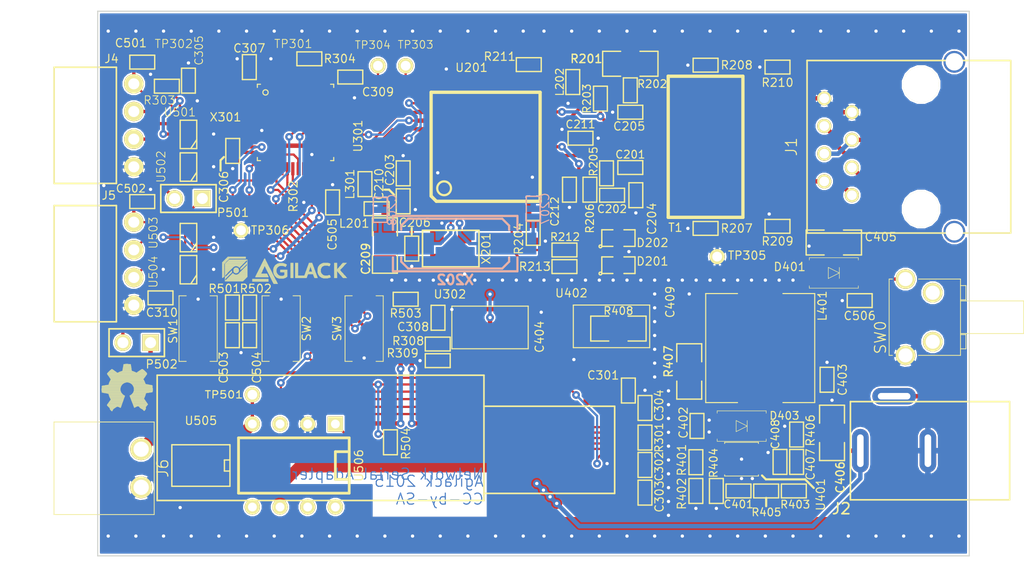
<source format=kicad_pcb>
(kicad_pcb (version 3) (host pcbnew "(2013-mar-13)-stable")
  (title_block (title "Net Serial Adapter") (rev 0.1) (company Agilack))
  (layers (15 F.Cu signal) (0 B.Cu signal) (18 B.Paste user) (19 F.Paste user) (20 B.SilkS user hide) (21 F.SilkS user) (22 B.Mask user) (23 F.Mask user) (28 Edge.Cuts user))
  (net 0 "")
  (net 1 +3.3V)
  (net 2 +5V)
  (net 3 +Vcpu)
  (net 4 +Veth)
  (net 5 +Vin)
  (net 6 +Vpoe)
  (net 7 +Vport1)
  (net 8 +Vport2)
  (net 9 Boot0)
  (net 10 DISP_CD)
  (net 11 DISP_RST)
  (net 12 ETH_IT)
  (net 13 GND)
  (net 14 N-0000010)
  (net 15 N-00000100)
  (net 16 N-00000101)
  (net 17 N-00000103)
  (net 18 N-00000104)
  (net 19 N-00000105)
  (net 20 N-00000106)
  (net 21 N-00000108)
  (net 22 N-0000011)
  (net 23 N-00000110)
  (net 24 N-00000111)
  (net 25 N-00000112)
  (net 26 N-00000113)
  (net 27 N-00000114)
  (net 28 N-00000115)
  (net 29 N-00000116)
  (net 30 N-00000117)
  (net 31 N-00000118)
  (net 32 N-0000012)
  (net 33 N-0000013)
  (net 34 N-0000014)
  (net 35 N-0000015)
  (net 36 N-0000016)
  (net 37 N-0000017)
  (net 38 N-0000018)
  (net 39 N-0000019)
  (net 40 N-0000020)
  (net 41 N-0000023)
  (net 42 N-0000024)
  (net 43 N-0000025)
  (net 44 N-0000026)
  (net 45 N-000003)
  (net 46 N-0000031)
  (net 47 N-0000033)
  (net 48 N-0000034)
  (net 49 N-0000035)
  (net 50 N-0000036)
  (net 51 N-0000037)
  (net 52 N-0000038)
  (net 53 N-0000039)
  (net 54 N-000004)
  (net 55 N-0000040)
  (net 56 N-0000041)
  (net 57 N-0000042)
  (net 58 N-0000043)
  (net 59 N-0000044)
  (net 60 N-0000045)
  (net 61 N-0000046)
  (net 62 N-0000047)
  (net 63 N-0000048)
  (net 64 N-0000049)
  (net 65 N-000005)
  (net 66 N-0000053)
  (net 67 N-000006)
  (net 68 N-0000060)
  (net 69 N-0000063)
  (net 70 N-0000065)
  (net 71 N-0000066)
  (net 72 N-0000067)
  (net 73 N-0000068)
  (net 74 N-0000069)
  (net 75 N-000007)
  (net 76 N-0000070)
  (net 77 N-0000071)
  (net 78 N-0000078)
  (net 79 N-0000079)
  (net 80 N-000008)
  (net 81 N-0000081)
  (net 82 N-0000082)
  (net 83 N-0000083)
  (net 84 N-0000084)
  (net 85 N-0000085)
  (net 86 N-0000086)
  (net 87 N-0000088)
  (net 88 N-0000089)
  (net 89 N-000009)
  (net 90 N-0000090)
  (net 91 N-0000091)
  (net 92 N-0000092)
  (net 93 N-0000093)
  (net 94 N-0000094)
  (net 95 N-0000095)
  (net 96 N-0000096)
  (net 97 N-0000097)
  (net 98 N-0000098)
  (net 99 N-0000099)
  (net 100 PWR_SENSE)
  (net 101 Reset)
  (net 102 SPI1_MISO)
  (net 103 SPI1_MOSI)
  (net 104 SPI1_SCK)
  (net 105 SPI2_MISO)
  (net 106 SPI2_MOSI)
  (net 107 SPI2_NSS)
  (net 108 SPI2_SCK)
  (net 109 SW0)
  (net 110 SW1)
  (net 111 SW2)
  (net 112 SW3)
  (net 113 UART2_RX)
  (net 114 UART2_TX)
  (net 115 UART3_RX)
  (net 116 UART3_TX)
  (net 117 UART_RX)
  (net 118 UART_TX)
  (module TR_W749013011 (layer F.Cu) (at 155.8036 87.4522)
    (fp_text reference T1 (at -2.7686 7.4168) (layer F.SilkS) (effects (font (size 0.762 0.762) (thickness 0.1016))))
    (fp_text value TRANSFORMER_1:1 hide)
    (pad 4 smd rect (at -4.37896 -0.635) (size 1.89992 0.8001) (layers F.Cu F.Paste F.Mask))
    (pad 5 smd rect (at -4.37896 0.635) (size 1.89992 0.8001) (layers F.Cu F.Paste F.Mask))
    (pad 6 smd rect (at -4.37896 1.905) (size 1.89992 0.8001) (layers F.Cu F.Paste F.Mask) (net 52 N-0000038))
    (pad 3 smd rect (at -4.37896 -1.905) (size 1.89992 0.8001) (layers F.Cu F.Paste F.Mask) (net 59 N-0000044))
    (pad 7 smd rect (at -4.37896 3.175) (size 1.89992 0.8001) (layers F.Cu F.Paste F.Mask) (net 62 N-0000047))
    (pad 2 smd rect (at -4.37896 -3.175) (size 1.89992 0.8001) (layers F.Cu F.Paste F.Mask) (net 61 N-0000046))
    (pad 1 smd rect (at -4.37896 -4.445) (size 1.89992 0.8001) (layers F.Cu F.Paste F.Mask) (net 56 N-0000041))
    (pad 8 smd rect (at -4.37896 4.445) (size 1.89992 0.8001) (layers F.Cu F.Paste F.Mask) (net 55 N-0000040))
    (pad 16 smd rect (at 4.37896 -4.445) (size 1.89992 0.8001) (layers F.Cu F.Paste F.Mask) (net 49 N-0000035))
    (pad 9 smd rect (at 4.37896 4.445) (size 1.89992 0.8001) (layers F.Cu F.Paste F.Mask) (net 51 N-0000037))
    (pad 10 smd rect (at 4.37896 3.175) (size 1.89992 0.8001) (layers F.Cu F.Paste F.Mask) (net 53 N-0000039))
    (pad 11 smd rect (at 4.37896 1.905) (size 1.89992 0.8001) (layers F.Cu F.Paste F.Mask) (net 50 N-0000036))
    (pad 12 smd rect (at 4.37896 0.635) (size 1.89992 0.8001) (layers F.Cu F.Paste F.Mask))
    (pad 13 smd rect (at 4.37896 -0.635) (size 1.89992 0.8001) (layers F.Cu F.Paste F.Mask))
    (pad 14 smd rect (at 4.37896 -1.905) (size 1.89992 0.8001) (layers F.Cu F.Paste F.Mask) (net 48 N-0000034))
    (pad 15 smd rect (at 4.37896 -3.175) (size 1.89992 0.8001) (layers F.Cu F.Paste F.Mask) (net 47 N-0000033))
  )
  (module SMD0603 (layer F.Cu) (at 155.8036 94.9452)
    (fp_text reference R207 (at 2.8575 0) (layer F.SilkS) (effects (font (size 0.762 0.762) (thickness 0.1016))))
    (fp_text value 75 hide)
    (pad 1 smd rect (at -0.762 0) (size 0.635 1.143) (layers F.Cu F.Paste F.Mask) (net 13 GND))
    (pad 2 smd rect (at 0.762 0) (size 0.635 1.143) (layers F.Cu F.Paste F.Mask) (net 53 N-0000039))
  )
  (module SMD0603 (layer F.Cu) (at 155.8036 79.9592 180)
    (fp_text reference R208 (at -2.8575 0 180) (layer F.SilkS) (effects (font (size 0.762 0.762) (thickness 0.1016))))
    (fp_text value 75 hide)
    (pad 1 smd rect (at -0.762 0 180) (size 0.635 1.143) (layers F.Cu F.Paste F.Mask) (net 47 N-0000033))
    (pad 2 smd rect (at 0.762 0 180) (size 0.635 1.143) (layers F.Cu F.Paste F.Mask) (net 13 GND))
  )
  (module SMD0603 (layer F.Cu) (at 162.4076 94.7547)
    (fp_text reference R209 (at 0 1.3716) (layer F.SilkS) (effects (font (size 0.762 0.762) (thickness 0.1016))))
    (fp_text value 75 hide)
    (pad 1 smd rect (at -0.762 0) (size 0.635 1.143) (layers F.Cu F.Paste F.Mask) (net 13 GND))
    (pad 2 smd rect (at 0.762 0) (size 0.635 1.143) (layers F.Cu F.Paste F.Mask) (net 6 +Vpoe))
  )
  (module SMD0603 (layer F.Cu) (at 162.4076 80.137)
    (fp_text reference R210 (at 0 1.4224) (layer F.SilkS) (effects (font (size 0.762 0.762) (thickness 0.1016))))
    (fp_text value R hide)
    (pad 1 smd rect (at -0.762 0) (size 0.635 1.143) (layers F.Cu F.Paste F.Mask) (net 13 GND))
    (pad 2 smd rect (at 0.762 0) (size 0.635 1.143) (layers F.Cu F.Paste F.Mask) (net 13 GND))
  )
  (module TQFP44 (layer F.Cu) (at 135.6106 87.4522 90)
    (fp_text reference U201 (at 7.2644 -1.2954 180) (layer F.SilkS) (effects (font (size 0.762 0.762) (thickness 0.1016))))
    (fp_text value ENC424J600 hide)
    (pad 39 smd rect (at 0 -5.715 90) (size 0.4064 1.524) (layers F.Cu F.Paste F.Mask) (net 80 N-000008))
    (pad 40 smd rect (at -0.8001 -5.715 90) (size 0.4064 1.524) (layers F.Cu F.Paste F.Mask) (net 32 N-0000012))
    (pad 41 smd rect (at -1.6002 -5.715 90) (size 0.4064 1.524) (layers F.Cu F.Paste F.Mask) (net 45 N-000003))
    (pad 42 smd rect (at -2.4003 -5.715 90) (size 0.4064 1.524) (layers F.Cu F.Paste F.Mask) (net 13 GND))
    (pad 43 smd rect (at -3.2004 -5.715 90) (size 0.4064 1.524) (layers F.Cu F.Paste F.Mask) (net 57 N-0000042))
    (pad 44 smd rect (at -4.0005 -5.715 90) (size 0.4064 1.524) (layers F.Cu F.Paste F.Mask) (net 4 +Veth))
    (pad 38 smd rect (at 0.8001 -5.715 90) (size 0.4064 1.524) (layers F.Cu F.Paste F.Mask) (net 14 N-0000010))
    (pad 37 smd rect (at 1.6002 -5.715 90) (size 0.4064 1.524) (layers F.Cu F.Paste F.Mask) (net 108 SPI2_SCK))
    (pad 36 smd rect (at 2.4003 -5.715 90) (size 0.4064 1.524) (layers F.Cu F.Paste F.Mask) (net 106 SPI2_MOSI))
    (pad 35 smd rect (at 3.2004 -5.715 90) (size 0.4064 1.524) (layers F.Cu F.Paste F.Mask) (net 105 SPI2_MISO))
    (pad 34 smd rect (at 4.0005 -5.715 90) (size 0.4064 1.524) (layers F.Cu F.Paste F.Mask) (net 107 SPI2_NSS))
    (pad 17 smd rect (at 0 5.715 90) (size 0.4064 1.524) (layers F.Cu F.Paste F.Mask) (net 64 N-0000049))
    (pad 16 smd rect (at -0.8001 5.715 90) (size 0.4064 1.524) (layers F.Cu F.Paste F.Mask) (net 63 N-0000048))
    (pad 15 smd rect (at -1.6002 5.715 90) (size 0.4064 1.524) (layers F.Cu F.Paste F.Mask) (net 4 +Veth))
    (pad 14 smd rect (at -2.4003 5.715 90) (size 0.4064 1.524) (layers F.Cu F.Paste F.Mask) (net 13 GND))
    (pad 13 smd rect (at -3.2004 5.715 90) (size 0.4064 1.524) (layers F.Cu F.Paste F.Mask) (net 13 GND))
    (pad 12 smd rect (at -4.0005 5.715 90) (size 0.4064 1.524) (layers F.Cu F.Paste F.Mask) (net 4 +Veth))
    (pad 18 smd rect (at 0.8001 5.715 90) (size 0.4064 1.524) (layers F.Cu F.Paste F.Mask) (net 4 +Veth))
    (pad 19 smd rect (at 1.6002 5.715 90) (size 0.4064 1.524) (layers F.Cu F.Paste F.Mask) (net 13 GND))
    (pad 20 smd rect (at 2.4003 5.715 90) (size 0.4064 1.524) (layers F.Cu F.Paste F.Mask) (net 56 N-0000041))
    (pad 21 smd rect (at 3.2004 5.715 90) (size 0.4064 1.524) (layers F.Cu F.Paste F.Mask) (net 59 N-0000044))
    (pad 22 smd rect (at 4.0005 5.715 90) (size 0.4064 1.524) (layers F.Cu F.Paste F.Mask) (net 13 GND))
    (pad 6 smd rect (at -5.715 0 90) (size 1.524 0.4064) (layers F.Cu F.Paste F.Mask) (net 36 N-0000016))
    (pad 28 smd rect (at 5.715 0 90) (size 1.524 0.4064) (layers F.Cu F.Paste F.Mask) (net 54 N-000004))
    (pad 7 smd rect (at -5.715 0.8001 90) (size 1.524 0.4064) (layers F.Cu F.Paste F.Mask) (net 35 N-0000015))
    (pad 27 smd rect (at 5.715 0.8001 90) (size 1.524 0.4064) (layers F.Cu F.Paste F.Mask) (net 65 N-000005))
    (pad 26 smd rect (at 5.715 1.6002 90) (size 1.524 0.4064) (layers F.Cu F.Paste F.Mask) (net 67 N-000006))
    (pad 8 smd rect (at -5.715 1.6002 90) (size 1.524 0.4064) (layers F.Cu F.Paste F.Mask) (net 34 N-0000014))
    (pad 9 smd rect (at -5.715 2.4003 90) (size 1.524 0.4064) (layers F.Cu F.Paste F.Mask) (net 41 N-0000023))
    (pad 25 smd rect (at 5.715 2.4003 90) (size 1.524 0.4064) (layers F.Cu F.Paste F.Mask) (net 75 N-000007))
    (pad 24 smd rect (at 5.715 3.2004 90) (size 1.524 0.4064) (layers F.Cu F.Paste F.Mask) (net 12 ETH_IT))
    (pad 10 smd rect (at -5.715 3.2004 90) (size 1.524 0.4064) (layers F.Cu F.Paste F.Mask) (net 42 N-0000024))
    (pad 11 smd rect (at -5.715 4.0005 90) (size 1.524 0.4064) (layers F.Cu F.Paste F.Mask) (net 58 N-0000043))
    (pad 23 smd rect (at 5.715 4.0005 90) (size 1.524 0.4064) (layers F.Cu F.Paste F.Mask) (net 46 N-0000031))
    (pad 29 smd rect (at 5.715 -0.8001 90) (size 1.524 0.4064) (layers F.Cu F.Paste F.Mask) (net 89 N-000009))
    (pad 5 smd rect (at -5.715 -0.8001 90) (size 1.524 0.4064) (layers F.Cu F.Paste F.Mask) (net 37 N-0000017))
    (pad 4 smd rect (at -5.715 -1.6002 90) (size 1.524 0.4064) (layers F.Cu F.Paste F.Mask) (net 4 +Veth))
    (pad 30 smd rect (at 5.715 -1.6002 90) (size 1.524 0.4064) (layers F.Cu F.Paste F.Mask) (net 33 N-0000013))
    (pad 31 smd rect (at 5.715 -2.4003 90) (size 1.524 0.4064) (layers F.Cu F.Paste F.Mask) (net 22 N-0000011))
    (pad 3 smd rect (at -5.715 -2.4003 90) (size 1.524 0.4064) (layers F.Cu F.Paste F.Mask) (net 38 N-0000018))
    (pad 2 smd rect (at -5.715 -3.2004 90) (size 1.524 0.4064) (layers F.Cu F.Paste F.Mask) (net 40 N-0000020))
    (pad 32 smd rect (at 5.715 -3.2004 90) (size 1.524 0.4064) (layers F.Cu F.Paste F.Mask) (net 13 GND))
    (pad 33 smd rect (at 5.715 -4.0005 90) (size 1.524 0.4064) (layers F.Cu F.Paste F.Mask) (net 13 GND))
    (pad 1 smd rect (at -5.715 -4.0005 90) (size 1.524 0.4064) (layers F.Cu F.Paste F.Mask) (net 13 GND))
  )
  (module SMD0603 (layer F.Cu) (at 148.8948 89.3572)
    (fp_text reference C201 (at 0 -1.1938) (layer F.SilkS) (effects (font (size 0.7112 0.7112) (thickness 0.1016))))
    (fp_text value 68nF hide)
    (pad 1 smd rect (at -0.762 0) (size 0.635 1.143) (layers F.Cu F.Paste F.Mask) (net 63 N-0000048))
    (pad 2 smd rect (at 0.762 0) (size 0.635 1.143) (layers F.Cu F.Paste F.Mask) (net 52 N-0000038))
  )
  (module SMD0603 (layer F.Cu) (at 147.2184 91.8972)
    (fp_text reference C202 (at 0 1.27) (layer F.SilkS) (effects (font (size 0.7112 0.7112) (thickness 0.1016))))
    (fp_text value 68nF hide)
    (pad 1 smd rect (at -0.762 0) (size 0.635 1.143) (layers F.Cu F.Paste F.Mask) (net 64 N-0000049))
    (pad 2 smd rect (at 0.762 0) (size 0.635 1.143) (layers F.Cu F.Paste F.Mask) (net 55 N-0000040))
  )
  (module SMD0603 (layer F.Cu) (at 128.0414 89.8906 90)
    (fp_text reference C203 (at 0.3048 -1.2192 90) (layer F.SilkS) (effects (font (size 0.762 0.762) (thickness 0.1016))))
    (fp_text value 10uF hide)
    (pad 1 smd rect (at -0.762 0 90) (size 0.635 1.143) (layers F.Cu F.Paste F.Mask) (net 57 N-0000042))
    (pad 2 smd rect (at 0.762 0 90) (size 0.635 1.143) (layers F.Cu F.Paste F.Mask) (net 13 GND))
  )
  (module SMD0603 (layer F.Cu) (at 149.4028 91.8972 270)
    (fp_text reference C204 (at 2.159 -1.4732 270) (layer F.SilkS) (effects (font (size 0.762 0.762) (thickness 0.1016))))
    (fp_text value 10nF hide)
    (pad 1 smd rect (at -0.762 0 270) (size 0.635 1.143) (layers F.Cu F.Paste F.Mask) (net 62 N-0000047))
    (pad 2 smd rect (at 0.762 0 270) (size 0.635 1.143) (layers F.Cu F.Paste F.Mask) (net 13 GND))
  )
  (module SMD0603 (layer F.Cu) (at 148.8948 84.2772 180)
    (fp_text reference C205 (at 0.1016 -1.2954 180) (layer F.SilkS) (effects (font (size 0.762 0.762) (thickness 0.1016))))
    (fp_text value 10nF hide)
    (pad 1 smd rect (at -0.762 0 180) (size 0.635 1.143) (layers F.Cu F.Paste F.Mask) (net 61 N-0000046))
    (pad 2 smd rect (at 0.762 0 180) (size 0.635 1.143) (layers F.Cu F.Paste F.Mask) (net 13 GND))
  )
  (module SMD0603 (layer F.Cu) (at 148.8948 82.2706 90)
    (fp_text reference R202 (at 0.5842 2.0066 180) (layer F.SilkS) (effects (font (size 0.7112 0.7112) (thickness 0.1016))))
    (fp_text value 49.9 hide)
    (pad 1 smd rect (at -0.762 0 90) (size 0.635 1.143) (layers F.Cu F.Paste F.Mask) (net 56 N-0000041))
    (pad 2 smd rect (at 0.762 0 90) (size 0.635 1.143) (layers F.Cu F.Paste F.Mask) (net 60 N-0000045))
  )
  (module SMD0603 (layer F.Cu) (at 146.1516 83.0326 270)
    (fp_text reference R203 (at 0 1.2446 270) (layer F.SilkS) (effects (font (size 0.7112 0.7112) (thickness 0.1016))))
    (fp_text value 49.9 hide)
    (pad 1 smd rect (at -0.762 0 270) (size 0.635 1.143) (layers F.Cu F.Paste F.Mask) (net 60 N-0000045))
    (pad 2 smd rect (at 0.762 0 270) (size 0.635 1.143) (layers F.Cu F.Paste F.Mask) (net 59 N-0000044))
  )
  (module SMD0603 (layer F.Cu) (at 139.9794 95.3516 270)
    (fp_text reference R204 (at 0.5334 1.3208 270) (layer F.SilkS) (effects (font (size 0.762 0.762) (thickness 0.1016))))
    (fp_text value 12.4k hide)
    (pad 1 smd rect (at -0.762 0 270) (size 0.635 1.143) (layers F.Cu F.Paste F.Mask) (net 58 N-0000043))
    (pad 2 smd rect (at 0.762 0 270) (size 0.635 1.143) (layers F.Cu F.Paste F.Mask) (net 13 GND))
  )
  (module SMD0603 (layer F.Cu) (at 146.7104 89.8906 90)
    (fp_text reference R205 (at 1.0922 -1.1938 90) (layer F.SilkS) (effects (font (size 0.7112 0.7112) (thickness 0.1016))))
    (fp_text value 49.9 hide)
    (pad 1 smd rect (at -0.762 0 90) (size 0.635 1.143) (layers F.Cu F.Paste F.Mask) (net 62 N-0000047))
    (pad 2 smd rect (at 0.762 0 90) (size 0.635 1.143) (layers F.Cu F.Paste F.Mask) (net 63 N-0000048))
  )
  (module SMD0603 (layer F.Cu) (at 145.1864 91.3892 90)
    (fp_text reference R206 (at -2.6416 0 90) (layer F.SilkS) (effects (font (size 0.7112 0.7112) (thickness 0.1016))))
    (fp_text value 49.9 hide)
    (pad 1 smd rect (at -0.762 0 90) (size 0.635 1.143) (layers F.Cu F.Paste F.Mask) (net 64 N-0000049))
    (pad 2 smd rect (at 0.762 0 90) (size 0.635 1.143) (layers F.Cu F.Paste F.Mask) (net 62 N-0000047))
  )
  (module SMD1206 (layer F.Cu) (at 148.8948 79.8322)
    (fp_text reference R201 (at -4.0386 -0.4572) (layer F.SilkS) (effects (font (size 0.762 0.762) (thickness 0.127))))
    (fp_text value 10 hide)
    (pad 1 smd rect (at -1.651 0) (size 1.524 2.032) (layers F.Cu F.Paste F.Mask) (net 4 +Veth))
    (pad 2 smd rect (at 1.651 0) (size 1.524 2.032) (layers F.Cu F.Paste F.Mask) (net 61 N-0000046))
  )
  (module SMD0603 (layer F.Cu) (at 143.6116 81.5086 90)
    (fp_text reference L202 (at 0 -1.1938 90) (layer F.SilkS) (effects (font (size 0.7112 0.7112) (thickness 0.1016))))
    (fp_text value FB100 hide)
    (pad 1 smd rect (at -0.762 0 90) (size 0.635 1.143) (layers F.Cu F.Paste F.Mask) (net 60 N-0000045))
    (pad 2 smd rect (at 0.762 0 90) (size 0.635 1.143) (layers F.Cu F.Paste F.Mask) (net 4 +Veth))
  )
  (module SMD0603 (layer F.Cu) (at 128.0414 92.456 270)
    (fp_text reference C210 (at -1.5748 2.2098 270) (layer F.SilkS) (effects (font (size 0.762 0.762) (thickness 0.1016))))
    (fp_text value C hide)
    (pad 1 smd rect (at -0.762 0 270) (size 0.635 1.143) (layers F.Cu F.Paste F.Mask) (net 4 +Veth))
    (pad 2 smd rect (at 0.762 0 270) (size 0.635 1.143) (layers F.Cu F.Paste F.Mask) (net 13 GND))
  )
  (module SMD0603 (layer F.Cu) (at 144.3228 86.6648)
    (fp_text reference C211 (at 0 -1.27) (layer F.SilkS) (effects (font (size 0.7112 0.7112) (thickness 0.1016))))
    (fp_text value C hide)
    (pad 1 smd rect (at -0.762 0) (size 0.635 1.143) (layers F.Cu F.Paste F.Mask) (net 4 +Veth))
    (pad 2 smd rect (at 0.762 0) (size 0.635 1.143) (layers F.Cu F.Paste F.Mask) (net 13 GND))
  )
  (module SMD0603 (layer F.Cu) (at 143.3068 91.3892 270)
    (fp_text reference C212 (at 2.0066 1.3462 270) (layer F.SilkS) (effects (font (size 0.7112 0.7112) (thickness 0.1016))))
    (fp_text value C hide)
    (pad 1 smd rect (at -0.762 0 270) (size 0.635 1.143) (layers F.Cu F.Paste F.Mask) (net 4 +Veth))
    (pad 2 smd rect (at 0.762 0 270) (size 0.635 1.143) (layers F.Cu F.Paste F.Mask) (net 13 GND))
  )
  (module SMD0603 (layer B.Cu) (at 139.9794 93.1418 90)
    (fp_text reference C207 (at 0 1.0922 90) (layer B.SilkS) (effects (font (size 0.762 0.762) (thickness 0.1016)) (justify mirror)))
    (fp_text value 18pF hide)
    (pad 1 smd rect (at -0.762 0 90) (size 0.635 1.143) (layers B.Cu B.Paste B.Mask) (net 38 N-0000018))
    (pad 2 smd rect (at 0.762 0 90) (size 0.635 1.143) (layers B.Cu B.Paste B.Mask) (net 13 GND))
  )
  (module SMD0603 (layer B.Cu) (at 125.9332 93.2434 90)
    (fp_text reference C208 (at 0 1.0922 90) (layer B.SilkS) (effects (font (size 0.762 0.762) (thickness 0.1016)) (justify mirror)))
    (fp_text value 18pF hide)
    (pad 1 smd rect (at -0.762 0 90) (size 0.635 1.143) (layers B.Cu B.Paste B.Mask) (net 40 N-0000020))
    (pad 2 smd rect (at 0.762 0 90) (size 0.635 1.143) (layers B.Cu B.Paste B.Mask) (net 13 GND))
  )
  (module SMD1206 (layer F.Cu) (at 126.365 96.52 270)
    (fp_text reference C209 (at 1.2192 1.7526 270) (layer F.SilkS) (effects (font (size 0.762 0.762) (thickness 0.127))))
    (fp_text value 2,2uF hide)
    (pad 1 smd rect (at -1.651 0 270) (size 1.524 2.032) (layers F.Cu F.Paste F.Mask) (net 4 +Veth))
    (pad 2 smd rect (at 1.651 0 270) (size 1.524 2.032) (layers F.Cu F.Paste F.Mask) (net 13 GND))
  )
  (module SMD0603 (layer F.Cu) (at 139.573 79.9084 180)
    (fp_text reference R211 (at 2.667 0.7366 180) (layer F.SilkS) (effects (font (size 0.762 0.762) (thickness 0.1016))))
    (fp_text value 100k hide)
    (pad 1 smd rect (at -0.762 0 180) (size 0.635 1.143) (layers F.Cu F.Paste F.Mask) (net 4 +Veth))
    (pad 2 smd rect (at 0.762 0 180) (size 0.635 1.143) (layers F.Cu F.Paste F.Mask) (net 12 ETH_IT))
  )
  (module SMD0603 (layer F.Cu) (at 128.8288 96.7994 270)
    (fp_text reference C206 (at -2.3876 -0.2794 360) (layer F.SilkS) (effects (font (size 0.762 0.762) (thickness 0.1016))))
    (fp_text value C hide)
    (pad 1 smd rect (at -0.762 0 270) (size 0.635 1.143) (layers F.Cu F.Paste F.Mask) (net 4 +Veth))
    (pad 2 smd rect (at 0.762 0 270) (size 0.635 1.143) (layers F.Cu F.Paste F.Mask) (net 13 GND))
  )
  (module SMD0805p (layer F.Cu) (at 147.8026 98.3234)
    (fp_text reference D201 (at 3.1242 -0.3556) (layer F.SilkS) (effects (font (size 0.762 0.762) (thickness 0.1016))))
    (fp_text value LED hide)
    (pad 1 smd rect (at -0.9525 0) (size 0.889 1.397) (layers F.Cu F.Paste F.Mask) (net 43 N-0000025))
    (pad 2 smd rect (at 0.9525 0) (size 0.889 1.397) (layers F.Cu F.Paste F.Mask) (net 13 GND))
  )
  (module SMD0805p (layer F.Cu) (at 147.8026 95.8342)
    (fp_text reference D202 (at 3.1242 0.4318) (layer F.SilkS) (effects (font (size 0.762 0.762) (thickness 0.1016))))
    (fp_text value LED hide)
    (pad 1 smd rect (at -0.9525 0) (size 0.889 1.397) (layers F.Cu F.Paste F.Mask) (net 44 N-0000026))
    (pad 2 smd rect (at 0.9525 0) (size 0.889 1.397) (layers F.Cu F.Paste F.Mask) (net 13 GND))
  )
  (module SMD0603 (layer F.Cu) (at 125.603 93.1418)
    (fp_text reference L201 (at -2.0574 1.3462) (layer F.SilkS) (effects (font (size 0.762 0.762) (thickness 0.1016))))
    (fp_text value INDUCTOR hide)
    (pad 1 smd rect (at -0.762 0) (size 0.635 1.143) (layers F.Cu F.Paste F.Mask) (net 1 +3.3V))
    (pad 2 smd rect (at 0.762 0) (size 0.635 1.143) (layers F.Cu F.Paste F.Mask) (net 4 +Veth))
  )
  (module SMD0603 (layer F.Cu) (at 142.8496 96.9264)
    (fp_text reference R212 (at 0.0508 -1.1938) (layer F.SilkS) (effects (font (size 0.7112 0.7112) (thickness 0.1016))))
    (fp_text value 330 hide)
    (pad 1 smd rect (at -0.762 0) (size 0.635 1.143) (layers F.Cu F.Paste F.Mask) (net 42 N-0000024))
    (pad 2 smd rect (at 0.762 0) (size 0.635 1.143) (layers F.Cu F.Paste F.Mask) (net 44 N-0000026))
  )
  (module SMD0603 (layer F.Cu) (at 142.8496 98.4504 180)
    (fp_text reference R213 (at 2.7178 0 180) (layer F.SilkS) (effects (font (size 0.762 0.762) (thickness 0.1016))))
    (fp_text value 330 hide)
    (pad 1 smd rect (at -0.762 0 180) (size 0.635 1.143) (layers F.Cu F.Paste F.Mask) (net 43 N-0000025))
    (pad 2 smd rect (at 0.762 0 180) (size 0.635 1.143) (layers F.Cu F.Paste F.Mask) (net 41 N-0000023))
  )
  (module Q_HC536 (layer F.Cu) (at 132.4102 96.7994)
    (fp_text reference X201 (at 3.2512 0 90) (layer F.SilkS) (effects (font (size 0.762 0.762) (thickness 0.1016))))
    (fp_text value 25MHz hide)
    (pad 1 smd rect (at -1.27 1.12522) (size 1.23952 1.29032) (layers F.Cu F.Paste F.Mask) (net 39 N-0000019))
    (pad 2 smd rect (at 1.27 1.12522) (size 1.23952 1.29032) (layers F.Cu F.Paste F.Mask) (net 13 GND))
    (pad 3 smd rect (at 1.27 -1.12522) (size 1.23952 1.29032) (layers F.Cu F.Paste F.Mask) (net 38 N-0000018))
    (pad 4 smd rect (at -1.27 -1.12522) (size 1.23952 1.29032) (layers F.Cu F.Paste F.Mask) (net 4 +Veth))
  )
  (module Q_49U3HMS (layer B.Cu) (at 132.8166 96.3422 180)
    (fp_text reference X202 (at 0 -3.3274 180) (layer B.SilkS) (effects (font (size 0.889 0.889) (thickness 0.2032)) (justify mirror)))
    (fp_text value 25MHz hide)
    (pad 1 smd rect (at -4.699 0 180) (size 5.4991 1.99898) (layers B.Cu B.Paste B.Mask) (net 38 N-0000018))
    (pad 2 smd rect (at 4.699 0 180) (size 5.4991 1.99898) (layers B.Cu B.Paste B.Mask) (net 40 N-0000020))
  )
  (module CONN_DC-10 (layer F.Cu) (at 176.2125 115.3541)
    (fp_text reference J2 (at -7.9375 5.3213) (layer F.SilkS) (effects (font (size 1.016 1.016) (thickness 0.1524))))
    (fp_text value DC10A-2.1 hide)
    (pad 3 thru_hole oval (at -3.1 -5.00126) (size 4 1.524) (drill oval 2.99 0.6) (layers *.Cu F.Paste F.Mask) (net 20 N-00000106))
    (pad 2 thru_hole oval (at -6.2 0 90) (size 4 1.524) (drill oval 2.99974 0.6) (layers *.Cu F.Paste F.Mask) (net 5 +Vin))
    (pad 1 thru_hole oval (at 0 0 90) (size 4 1.524) (drill oval 2.99 0.6) (layers *.Cu F.Paste F.Mask) (net 13 GND))
  )
  (module I_MSS1048 (layer F.Cu) (at 160.8201 105.9307)
    (fp_text reference L401 (at 5.7023 -3.8735 90) (layer F.SilkS) (effects (font (size 0.762 0.762) (thickness 0.1016))))
    (fp_text value 47uH hide)
    (pad 1 smd rect (at 0 4.699) (size 3.56108 1.78054) (layers F.Cu F.Paste F.Mask) (net 17 N-00000103))
    (pad 2 smd rect (at 0 -4.699) (size 3.56108 1.78054) (layers F.Cu F.Paste F.Mask) (net 2 +5V))
  )
  (module DO214-AC (layer F.Cu) (at 167.5765 99.0346 180)
    (fp_text reference D401 (at 4.0513 0.5588 360) (layer F.SilkS) (effects (font (size 0.762 0.762) (thickness 0.1016))))
    (fp_text value S1D hide)
    (pad 2 smd rect (at -1.7 0 180) (size 1.52 1.8) (layers F.Cu F.Paste F.Mask) (net 20 N-00000106))
    (pad 1 smd rect (at 1.7 0 180) (size 1.52 1.8) (layers F.Cu F.Paste F.Mask) (net 6 +Vpoe))
  )
  (module SMD1206 (layer F.Cu) (at 167.5765 96.2406 180)
    (fp_text reference C405 (at -4.3053 0.508 180) (layer F.SilkS) (effects (font (size 0.762 0.762) (thickness 0.1016))))
    (fp_text value 10uF hide)
    (pad 1 smd rect (at -1.651 0 180) (size 1.524 2.032) (layers F.Cu F.Paste F.Mask) (net 6 +Vpoe))
    (pad 2 smd rect (at 1.651 0 180) (size 1.524 2.032) (layers F.Cu F.Paste F.Mask) (net 13 GND))
  )
  (module DO214-AC (layer F.Cu) (at 159.1183 113.0935 180)
    (fp_text reference D403 (at -3.9243 0.9525 180) (layer F.SilkS) (effects (font (size 0.7112 0.7112) (thickness 0.1016))))
    (fp_text value B160 hide)
    (pad 2 smd rect (at -1.7 0 180) (size 1.52 1.8) (layers F.Cu F.Paste F.Mask) (net 17 N-00000103))
    (pad 1 smd rect (at 1.7 0 180) (size 1.52 1.8) (layers F.Cu F.Paste F.Mask) (net 13 GND))
  )
  (module SMD1206 (layer F.Cu) (at 167.4114 113.7158 90)
    (fp_text reference C406 (at -4.0894 0.762 90) (layer F.SilkS) (effects (font (size 0.762 0.762) (thickness 0.127))))
    (fp_text value 10uF hide)
    (pad 1 smd rect (at -1.651 0 90) (size 1.524 2.032) (layers F.Cu F.Paste F.Mask) (net 5 +Vin))
    (pad 2 smd rect (at 1.651 0 90) (size 1.524 2.032) (layers F.Cu F.Paste F.Mask) (net 13 GND))
  )
  (module C_TAJB (layer F.Cu) (at 154.305 103.4034 90)
    (fp_text reference C409 (at 1.7018 -1.7526 90) (layer F.SilkS) (effects (font (size 0.762 0.762) (thickness 0.1016))))
    (fp_text value 47uF hide)
    (pad 1 smd rect (at -1.30048 0 90) (size 1.19888 1.99898) (layers F.Cu F.Paste F.Mask) (net 2 +5V))
    (pad 2 smd rect (at 1.30048 0 90) (size 1.19888 1.99898) (layers F.Cu F.Paste F.Mask) (net 13 GND))
  )
  (module SMD0603 (layer F.Cu) (at 164.1602 116.3828 90)
    (fp_text reference C407 (at -0.2286 1.27 90) (layer F.SilkS) (effects (font (size 0.762 0.762) (thickness 0.1016))))
    (fp_text value 180pF hide)
    (pad 1 smd rect (at -0.762 0 90) (size 0.635 1.143) (layers F.Cu F.Paste F.Mask) (net 97 N-0000097))
    (pad 2 smd rect (at 0.762 0 90) (size 0.635 1.143) (layers F.Cu F.Paste F.Mask) (net 98 N-0000098))
  )
  (module SMD0603 (layer F.Cu) (at 162.6362 116.3828 90)
    (fp_text reference C408 (at 2.54 -0.4318 90) (layer F.SilkS) (effects (font (size 0.7112 0.7112) (thickness 0.1016))))
    (fp_text value 10Pf hide)
    (pad 1 smd rect (at -0.762 0 90) (size 0.635 1.143) (layers F.Cu F.Paste F.Mask) (net 97 N-0000097))
    (pad 2 smd rect (at 0.762 0 90) (size 0.635 1.143) (layers F.Cu F.Paste F.Mask) (net 13 GND))
  )
  (module SMD0603 (layer F.Cu) (at 154.9146 116.4082 270)
    (fp_text reference R401 (at -0.2032 1.2954 270) (layer F.SilkS) (effects (font (size 0.762 0.762) (thickness 0.1016))))
    (fp_text value 100k hide)
    (pad 1 smd rect (at -0.762 0 270) (size 0.635 1.143) (layers F.Cu F.Paste F.Mask) (net 5 +Vin))
    (pad 2 smd rect (at 0.762 0 270) (size 0.635 1.143) (layers F.Cu F.Paste F.Mask) (net 15 N-00000100))
  )
  (module SMD0603 (layer F.Cu) (at 154.9146 119.0498 270)
    (fp_text reference R402 (at 0.254 1.2954 270) (layer F.SilkS) (effects (font (size 0.762 0.762) (thickness 0.1016))))
    (fp_text value 48.7k hide)
    (pad 1 smd rect (at -0.762 0 270) (size 0.635 1.143) (layers F.Cu F.Paste F.Mask) (net 15 N-00000100))
    (pad 2 smd rect (at 0.762 0 270) (size 0.635 1.143) (layers F.Cu F.Paste F.Mask) (net 13 GND))
  )
  (module SMD0603 (layer F.Cu) (at 158.8262 119.0498)
    (fp_text reference C401 (at 0 1.2192) (layer F.SilkS) (effects (font (size 0.7112 0.7112) (thickness 0.1016))))
    (fp_text value 10nF hide)
    (pad 1 smd rect (at -0.762 0) (size 0.635 1.143) (layers F.Cu F.Paste F.Mask) (net 18 N-00000104))
    (pad 2 smd rect (at 0.762 0) (size 0.635 1.143) (layers F.Cu F.Paste F.Mask) (net 13 GND))
  )
  (module SMD0603 (layer F.Cu) (at 155.0162 113.0808 90)
    (fp_text reference C402 (at 0.3048 -1.2446 270) (layer F.SilkS) (effects (font (size 0.762 0.762) (thickness 0.1016))))
    (fp_text value 100nF hide)
    (pad 1 smd rect (at -0.762 0 90) (size 0.635 1.143) (layers F.Cu F.Paste F.Mask) (net 99 N-0000099))
    (pad 2 smd rect (at 0.762 0 90) (size 0.635 1.143) (layers F.Cu F.Paste F.Mask) (net 17 N-00000103))
  )
  (module SMD0603 (layer F.Cu) (at 166.9542 108.839 90)
    (fp_text reference C403 (at 0 1.4224 90) (layer F.SilkS) (effects (font (size 0.762 0.762) (thickness 0.1016))))
    (fp_text value 1uF hide)
    (pad 1 smd rect (at -0.762 0 90) (size 0.635 1.143) (layers F.Cu F.Paste F.Mask) (net 2 +5V))
    (pad 2 smd rect (at 0.762 0 90) (size 0.635 1.143) (layers F.Cu F.Paste F.Mask) (net 13 GND))
  )
  (module C_TAJB (layer F.Cu) (at 142.2654 103.9368 90)
    (fp_text reference C404 (at -0.9652 -1.7018 90) (layer F.SilkS) (effects (font (size 0.762 0.762) (thickness 0.1016))))
    (fp_text value 47uF hide)
    (pad 1 smd rect (at -1.30048 0 90) (size 1.19888 1.99898) (layers F.Cu F.Paste F.Mask) (net 1 +3.3V))
    (pad 2 smd rect (at 1.30048 0 90) (size 1.19888 1.99898) (layers F.Cu F.Paste F.Mask) (net 13 GND))
  )
  (module CONN_BG302-04 (layer F.Cu) (at 103.3145 85.4837 90)
    (fp_text reference J4 (at 6.1087 -2.0447 180) (layer F.SilkS) (effects (font (size 0.762 0.762) (thickness 0.1016))))
    (fp_text value CONN_4 hide)
    (pad 1 thru_hole circle (at -3.81 0 90) (size 1.778 1.778) (drill 1.02) (layers *.Cu *.Mask F.SilkS) (net 13 GND))
    (pad 2 thru_hole circle (at -1.27 0 90) (size 1.778 1.778) (drill 1.02) (layers *.Cu *.Mask F.SilkS) (net 30 N-00000117))
    (pad 3 thru_hole circle (at 1.27 0 90) (size 1.778 1.778) (drill 1.02) (layers *.Cu *.Mask F.SilkS) (net 28 N-00000115))
    (pad 4 thru_hole circle (at 3.81 0 90) (size 1.778 1.778) (drill 1.02) (layers *.Cu *.Mask F.SilkS) (net 7 +Vport1))
  )
  (module LQFP48 (layer F.Cu) (at 118.1608 85.217)
    (fp_text reference U301 (at 5.7404 1.2446 90) (layer F.SilkS) (effects (font (size 0.762 0.762) (thickness 0.1016))))
    (fp_text value STM32F103CX hide)
    (pad 1 smd rect (at -4.24942 -2.75082 90) (size 0.29972 1.19888) (layers F.Cu F.Paste F.Mask) (net 84 N-0000084))
    (pad 2 smd rect (at -4.24942 -2.25044 90) (size 0.29972 1.19888) (layers F.Cu F.Paste F.Mask) (net 87 N-0000088))
    (pad 3 smd rect (at -4.24942 -1.75006 90) (size 0.29972 1.19888) (layers F.Cu F.Paste F.Mask) (net 83 N-0000083))
    (pad 4 smd rect (at -4.24942 -1.24968 90) (size 0.29972 1.19888) (layers F.Cu F.Paste F.Mask) (net 82 N-0000082))
    (pad 5 smd rect (at -4.24942 -0.7493 90) (size 0.29972 1.19888) (layers F.Cu F.Paste F.Mask) (net 85 N-0000085))
    (pad 6 smd rect (at -4.24942 -0.24892 90) (size 0.29972 1.19888) (layers F.Cu F.Paste F.Mask) (net 81 N-0000081))
    (pad 7 smd rect (at -4.24942 0.24892 90) (size 0.29972 1.19888) (layers F.Cu F.Paste F.Mask) (net 101 Reset))
    (pad 8 smd rect (at -4.24942 0.7493 90) (size 0.29972 1.19888) (layers F.Cu F.Paste F.Mask) (net 13 GND))
    (pad 9 smd rect (at -4.24942 1.24968 90) (size 0.29972 1.19888) (layers F.Cu F.Paste F.Mask) (net 3 +Vcpu))
    (pad 10 smd rect (at -4.24942 1.75006 90) (size 0.29972 1.19888) (layers F.Cu F.Paste F.Mask) (net 68 N-0000060))
    (pad 11 smd rect (at -4.24942 2.25044 90) (size 0.29972 1.19888) (layers F.Cu F.Paste F.Mask) (net 110 SW1))
    (pad 12 smd rect (at -4.24942 2.75082 90) (size 0.29972 1.19888) (layers F.Cu F.Paste F.Mask) (net 114 UART2_TX))
    (pad 13 smd rect (at -2.75082 4.24942) (size 0.29972 1.19888) (layers F.Cu F.Paste F.Mask) (net 113 UART2_RX))
    (pad 14 smd rect (at -2.25044 4.24942) (size 0.29972 1.19888) (layers F.Cu F.Paste F.Mask) (net 100 PWR_SENSE))
    (pad 15 smd rect (at -1.75006 4.24942) (size 0.29972 1.19888) (layers F.Cu F.Paste F.Mask) (net 104 SPI1_SCK))
    (pad 16 smd rect (at -1.24968 4.24942) (size 0.29972 1.19888) (layers F.Cu F.Paste F.Mask) (net 102 SPI1_MISO))
    (pad 17 smd rect (at -0.7493 4.24942) (size 0.29972 1.19888) (layers F.Cu F.Paste F.Mask) (net 103 SPI1_MOSI))
    (pad 18 smd rect (at -0.24892 4.24942) (size 0.29972 1.19888) (layers F.Cu F.Paste F.Mask) (net 112 SW3))
    (pad 19 smd rect (at 0.24892 4.24942) (size 0.29972 1.19888) (layers F.Cu F.Paste F.Mask) (net 111 SW2))
    (pad 20 smd rect (at 0.7493 4.24942) (size 0.29972 1.19888) (layers F.Cu F.Paste F.Mask) (net 13 GND))
    (pad 21 smd rect (at 1.24968 4.24942) (size 0.29972 1.19888) (layers F.Cu F.Paste F.Mask) (net 116 UART3_TX))
    (pad 22 smd rect (at 1.75006 4.24942) (size 0.29972 1.19888) (layers F.Cu F.Paste F.Mask) (net 115 UART3_RX))
    (pad 23 smd rect (at 2.25044 4.24942) (size 0.29972 1.19888) (layers F.Cu F.Paste F.Mask) (net 13 GND))
    (pad 24 smd rect (at 2.75082 4.24942) (size 0.29972 1.19888) (layers F.Cu F.Paste F.Mask) (net 3 +Vcpu))
    (pad 25 smd rect (at 4.24942 2.75082 270) (size 0.29972 1.19888) (layers F.Cu F.Paste F.Mask) (net 107 SPI2_NSS))
    (pad 26 smd rect (at 4.24942 2.25044 270) (size 0.29972 1.19888) (layers F.Cu F.Paste F.Mask) (net 108 SPI2_SCK))
    (pad 27 smd rect (at 4.24942 1.75006 270) (size 0.29972 1.19888) (layers F.Cu F.Paste F.Mask) (net 105 SPI2_MISO))
    (pad 28 smd rect (at 4.24942 1.24968 270) (size 0.29972 1.19888) (layers F.Cu F.Paste F.Mask) (net 106 SPI2_MOSI))
    (pad 29 smd rect (at 4.24942 0.7493 270) (size 0.29972 1.19888) (layers F.Cu F.Paste F.Mask) (net 12 ETH_IT))
    (pad 30 smd rect (at 4.24942 0.24892 270) (size 0.29972 1.19888) (layers F.Cu F.Paste F.Mask) (net 118 UART_TX))
    (pad 31 smd rect (at 4.24942 -0.24892 270) (size 0.29972 1.19888) (layers F.Cu F.Paste F.Mask) (net 117 UART_RX))
    (pad 32 smd rect (at 4.24942 -0.7493 270) (size 0.29972 1.19888) (layers F.Cu F.Paste F.Mask) (net 11 DISP_RST))
    (pad 33 smd rect (at 4.24942 -1.24968 270) (size 0.29972 1.19888) (layers F.Cu F.Paste F.Mask) (net 10 DISP_CD))
    (pad 34 smd rect (at 4.24942 -1.75006 270) (size 0.29972 1.19888) (layers F.Cu F.Paste F.Mask) (net 109 SW0))
    (pad 35 smd rect (at 4.24942 -2.25044 270) (size 0.29972 1.19888) (layers F.Cu F.Paste F.Mask) (net 13 GND))
    (pad 36 smd rect (at 4.24942 -2.75082 270) (size 0.29972 1.19888) (layers F.Cu F.Paste F.Mask) (net 3 +Vcpu))
    (pad 37 smd rect (at 2.75082 -4.24942 180) (size 0.29972 1.19888) (layers F.Cu F.Paste F.Mask) (net 71 N-0000066))
    (pad 38 smd rect (at 2.25044 -4.24942 180) (size 0.29972 1.19888) (layers F.Cu F.Paste F.Mask) (net 70 N-0000065))
    (pad 39 smd rect (at 1.75006 -4.24942 180) (size 0.29972 1.19888) (layers F.Cu F.Paste F.Mask) (net 77 N-0000071))
    (pad 40 smd rect (at 1.24968 -4.24942 180) (size 0.29972 1.19888) (layers F.Cu F.Paste F.Mask) (net 76 N-0000070))
    (pad 41 smd rect (at 0.7493 -4.24942 180) (size 0.29972 1.19888) (layers F.Cu F.Paste F.Mask) (net 74 N-0000069))
    (pad 42 smd rect (at 0.24892 -4.24942 180) (size 0.29972 1.19888) (layers F.Cu F.Paste F.Mask) (net 73 N-0000068))
    (pad 43 smd rect (at -0.24892 -4.24942 180) (size 0.29972 1.19888) (layers F.Cu F.Paste F.Mask) (net 72 N-0000067))
    (pad 44 smd rect (at -0.7493 -4.24942 180) (size 0.29972 1.19888) (layers F.Cu F.Paste F.Mask) (net 9 Boot0))
    (pad 45 smd rect (at -1.24968 -4.24942 180) (size 0.29972 1.19888) (layers F.Cu F.Paste F.Mask) (net 69 N-0000063))
    (pad 46 smd rect (at -1.75006 -4.24942 180) (size 0.29972 1.19888) (layers F.Cu F.Paste F.Mask) (net 66 N-0000053))
    (pad 47 smd rect (at -2.25044 -4.24942 180) (size 0.29972 1.19888) (layers F.Cu F.Paste F.Mask) (net 13 GND))
    (pad 48 smd rect (at -2.75082 -4.24942 180) (size 0.29972 1.19888) (layers F.Cu F.Paste F.Mask) (net 3 +Vcpu))
  )
  (module DISP_OLED-128x32-0.91 (layer F.Cu) (at 135.4582 114.173)
    (fp_text reference DISP_OLED-128x32-0.91 hide)
    (fp_text value VAL** hide)
  )
  (module SMD0603 (layer F.Cu) (at 124.5362 90.8812 90)
    (fp_text reference L301 (at 0 -1.3716 90) (layer F.SilkS) (effects (font (size 0.762 0.762) (thickness 0.1016))))
    (fp_text value FB100 hide)
    (pad 1 smd rect (at -0.762 0 90) (size 0.635 1.143) (layers F.Cu F.Paste F.Mask) (net 1 +3.3V))
    (pad 2 smd rect (at 0.762 0 90) (size 0.635 1.143) (layers F.Cu F.Paste F.Mask) (net 3 +Vcpu))
  )
  (module SMD_SON10 (layer F.Cu) (at 159.1056 116.1288 270)
    (fp_text reference U401 (at 3.2512 -7.2644 450) (layer F.SilkS) (effects (font (size 0.762 0.762) (thickness 0.1016))))
    (fp_text value TPS54060 hide)
    (pad PAD smd rect (at 0 0 270) (size 2.4 1.65) (layers F.Cu F.Paste F.Mask) (net 13 GND))
    (pad 1 smd rect (at -1 1.475 270) (size 0.28 0.85) (layers F.Cu F.Paste F.Mask) (net 99 N-0000099))
    (pad 2 smd rect (at -0.5 1.475 270) (size 0.28 0.85) (layers F.Cu F.Paste F.Mask) (net 5 +Vin))
    (pad 3 smd rect (at 0 1.475 270) (size 0.28 0.85) (layers F.Cu F.Paste F.Mask) (net 15 N-00000100))
    (pad 4 smd rect (at 0.5 1.475 270) (size 0.28 0.85) (layers F.Cu F.Paste F.Mask) (net 18 N-00000104))
    (pad 5 smd rect (at 1 1.475 270) (size 0.28 0.85) (layers F.Cu F.Paste F.Mask) (net 19 N-00000105))
    (pad 6 smd rect (at 1 -1.475 270) (size 0.28 0.85) (layers F.Cu F.Paste F.Mask) (net 16 N-00000101))
    (pad 7 smd rect (at 0.5 -1.475 270) (size 0.28 0.85) (layers F.Cu F.Paste F.Mask) (net 96 N-0000096))
    (pad 8 smd rect (at 0 -1.475 270) (size 0.28 0.85) (layers F.Cu F.Paste F.Mask) (net 97 N-0000097))
    (pad 9 smd rect (at -0.5 -1.475 270) (size 0.28 0.85) (layers F.Cu F.Paste F.Mask) (net 13 GND))
    (pad 10 smd rect (at -1 -1.475 270) (size 0.28 0.85) (layers F.Cu F.Paste F.Mask) (net 17 N-00000103))
  )
  (module SMD0603 (layer F.Cu) (at 163.9062 119.0498 180)
    (fp_text reference R403 (at -0.127 -1.2446 180) (layer F.SilkS) (effects (font (size 0.7112 0.7112) (thickness 0.1016))))
    (fp_text value R hide)
    (pad 1 smd rect (at -0.762 0 180) (size 0.635 1.143) (layers F.Cu F.Paste F.Mask) (net 2 +5V))
    (pad 2 smd rect (at 0.762 0 180) (size 0.635 1.143) (layers F.Cu F.Paste F.Mask) (net 96 N-0000096))
  )
  (module SMD0603 (layer F.Cu) (at 156.7942 119.0498 270)
    (fp_text reference R404 (at -2.5654 0.254 270) (layer F.SilkS) (effects (font (size 0.7112 0.7112) (thickness 0.1016))))
    (fp_text value 100k hide)
    (pad 1 smd rect (at -0.762 0 270) (size 0.635 1.143) (layers F.Cu F.Paste F.Mask) (net 19 N-00000105))
    (pad 2 smd rect (at 0.762 0 270) (size 0.635 1.143) (layers F.Cu F.Paste F.Mask) (net 13 GND))
  )
  (module SMD0603 (layer F.Cu) (at 161.3662 119.0498 180)
    (fp_text reference R405 (at -0.0254 -1.9558 180) (layer F.SilkS) (effects (font (size 0.7112 0.7112) (thickness 0.1016))))
    (fp_text value R hide)
    (pad 1 smd rect (at -0.762 0 180) (size 0.635 1.143) (layers F.Cu F.Paste F.Mask) (net 96 N-0000096))
    (pad 2 smd rect (at 0.762 0 180) (size 0.635 1.143) (layers F.Cu F.Paste F.Mask) (net 13 GND))
  )
  (module SMD0603 (layer F.Cu) (at 164.1602 113.8682 90)
    (fp_text reference R406 (at 0.381 1.27 90) (layer F.SilkS) (effects (font (size 0.762 0.762) (thickness 0.1016))))
    (fp_text value 75K hide)
    (pad 1 smd rect (at -0.762 0 90) (size 0.635 1.143) (layers F.Cu F.Paste F.Mask) (net 98 N-0000098))
    (pad 2 smd rect (at 0.762 0 90) (size 0.635 1.143) (layers F.Cu F.Paste F.Mask) (net 13 GND))
  )
  (module SMD1206 (layer F.Cu) (at 154.305 108.077 90)
    (fp_text reference R407 (at 0.9144 -1.905 90) (layer F.SilkS) (effects (font (size 0.762 0.762) (thickness 0.127))))
    (fp_text value 0 hide)
    (pad 1 smd rect (at -1.651 0 90) (size 1.524 2.032) (layers F.Cu F.Paste F.Mask) (net 5 +Vin))
    (pad 2 smd rect (at 1.651 0 90) (size 1.524 2.032) (layers F.Cu F.Paste F.Mask) (net 2 +5V))
  )
  (module CONN_ER-CON15HT-1 (layer F.Cu) (at 146.1008 115.189 270)
    (fp_text reference DISP1 hide)
    (fp_text value ER-OLED0.91-3 hide)
    (pad SHLD smd rect (at -5.04 0 270) (size 2 3) (layers F.Cu F.Paste F.Mask))
    (pad SHLD smd rect (at 5.04 0 270) (size 2 3) (layers F.Cu F.Paste F.Mask))
    (pad 1 smd rect (at 3.5 -2.325 270) (size 0.3 1.25) (layers F.Cu F.Paste F.Mask) (net 88 N-0000089))
    (pad 2 smd rect (at 3 -2.325 270) (size 0.3 1.25) (layers F.Cu F.Paste F.Mask) (net 91 N-0000091))
    (pad 3 smd rect (at 2.5 -2.325 270) (size 0.3 1.25) (layers F.Cu F.Paste F.Mask) (net 93 N-0000093))
    (pad 4 smd rect (at 2 -2.325 270) (size 0.3 1.25) (layers F.Cu F.Paste F.Mask) (net 92 N-0000092))
    (pad 5 smd rect (at 1.5 -2.325 270) (size 0.3 1.25) (layers F.Cu F.Paste F.Mask) (net 78 N-0000078))
    (pad 6 smd rect (at 1 -2.325 270) (size 0.3 1.25) (layers F.Cu F.Paste F.Mask) (net 13 GND))
    (pad 7 smd rect (at 0.5 -2.325 270) (size 0.3 1.25) (layers F.Cu F.Paste F.Mask) (net 3 +Vcpu))
    (pad 8 smd rect (at 0 -2.325 270) (size 0.3 1.25) (layers F.Cu F.Paste F.Mask) (net 100 PWR_SENSE))
    (pad 9 smd rect (at -0.5 -2.325 270) (size 0.3 1.25) (layers F.Cu F.Paste F.Mask) (net 11 DISP_RST))
    (pad 10 smd rect (at -1 -2.325 270) (size 0.3 1.25) (layers F.Cu F.Paste F.Mask) (net 10 DISP_CD))
    (pad 11 smd rect (at -1.5 -2.325 270) (size 0.3 1.25) (layers F.Cu F.Paste F.Mask) (net 104 SPI1_SCK))
    (pad 12 smd rect (at -2 -2.325 270) (size 0.3 1.25) (layers F.Cu F.Paste F.Mask) (net 103 SPI1_MOSI))
    (pad 13 smd rect (at -2.5 -2.325 270) (size 0.3 1.25) (layers F.Cu F.Paste F.Mask) (net 95 N-0000095))
    (pad 14 smd rect (at -3 -2.325 270) (size 0.3 1.25) (layers F.Cu F.Paste F.Mask) (net 90 N-0000090))
    (pad 15 smd rect (at -3.5 -2.325 270) (size 0.3 1.25) (layers F.Cu F.Paste F.Mask) (net 94 N-0000094))
  )
  (module SMD0603 (layer F.Cu) (at 148.717 109.8296 90)
    (fp_text reference C301 (at 1.397 -2.3114 180) (layer F.SilkS) (effects (font (size 0.762 0.762) (thickness 0.1016))))
    (fp_text value 4,7uF hide)
    (pad 1 smd rect (at -0.762 0 90) (size 0.635 1.143) (layers F.Cu F.Paste F.Mask) (net 94 N-0000094))
    (pad 2 smd rect (at 0.762 0 90) (size 0.635 1.143) (layers F.Cu F.Paste F.Mask) (net 13 GND))
  )
  (module SMD0603 (layer F.Cu) (at 150.241 116.6622 90)
    (fp_text reference C302 (at -0.127 1.2954 90) (layer F.SilkS) (effects (font (size 0.7112 0.7112) (thickness 0.1016))))
    (fp_text value 1uF hide)
    (pad 1 smd rect (at -0.762 0 90) (size 0.635 1.143) (layers F.Cu F.Paste F.Mask) (net 93 N-0000093))
    (pad 2 smd rect (at 0.762 0 90) (size 0.635 1.143) (layers F.Cu F.Paste F.Mask) (net 92 N-0000092))
  )
  (module SMD0603 (layer F.Cu) (at 150.241 119.2022 90)
    (fp_text reference C303 (at -0.3556 1.3208 90) (layer F.SilkS) (effects (font (size 0.762 0.762) (thickness 0.1016))))
    (fp_text value 1uF hide)
    (pad 1 smd rect (at -0.762 0 90) (size 0.635 1.143) (layers F.Cu F.Paste F.Mask) (net 88 N-0000089))
    (pad 2 smd rect (at 0.762 0 90) (size 0.635 1.143) (layers F.Cu F.Paste F.Mask) (net 91 N-0000091))
  )
  (module SMD0603 (layer F.Cu) (at 150.241 111.4298 90)
    (fp_text reference C304 (at 0.2286 1.2954 90) (layer F.SilkS) (effects (font (size 0.762 0.762) (thickness 0.1016))))
    (fp_text value 2,2uF hide)
    (pad 1 smd rect (at -0.762 0 90) (size 0.635 1.143) (layers F.Cu F.Paste F.Mask) (net 90 N-0000090))
    (pad 2 smd rect (at 0.762 0 90) (size 0.635 1.143) (layers F.Cu F.Paste F.Mask) (net 13 GND))
  )
  (module SMD0603 (layer F.Cu) (at 150.241 114.1476 270)
    (fp_text reference R301 (at 0 -1.2954 270) (layer F.SilkS) (effects (font (size 0.7112 0.7112) (thickness 0.1016))))
    (fp_text value 560k hide)
    (pad 1 smd rect (at -0.762 0 270) (size 0.635 1.143) (layers F.Cu F.Paste F.Mask) (net 95 N-0000095))
    (pad 2 smd rect (at 0.762 0 270) (size 0.635 1.143) (layers F.Cu F.Paste F.Mask) (net 13 GND))
  )
  (module SMD1206 (layer F.Cu) (at 147.8026 104.14 180)
    (fp_text reference R408 (at 0 1.6256 180) (layer F.SilkS) (effects (font (size 0.7112 0.7112) (thickness 0.1016))))
    (fp_text value 0 hide)
    (pad 1 smd rect (at -1.651 0 180) (size 1.524 2.032) (layers F.Cu F.Paste F.Mask) (net 2 +5V))
    (pad 2 smd rect (at 1.651 0 180) (size 1.524 2.032) (layers F.Cu F.Paste F.Mask) (net 1 +3.3V))
  )
  (module SOT223 (layer F.Cu) (at 147.1676 103.9368)
    (fp_text reference U402 (at -3.683 -3.048) (layer F.SilkS) (effects (font (size 0.762 0.762) (thickness 0.1016))))
    (fp_text value LDO_1117-3.3 hide)
    (pad 2 smd rect (at 0 3.05054) (size 1.19888 1.19888) (layers F.Cu F.Paste F.Mask) (net 1 +3.3V))
    (pad 1 smd rect (at -2.30124 3.05054) (size 1.19888 1.19888) (layers F.Cu F.Paste F.Mask) (net 13 GND))
    (pad 3 smd rect (at 2.30124 3.05054) (size 1.19888 1.19888) (layers F.Cu F.Paste F.Mask) (net 2 +5V))
    (pad 4 smd rect (at 0 -3.05054) (size 3.59918 1.19888) (layers F.Cu F.Paste F.Mask) (net 1 +3.3V))
  )
  (module SMD0603 (layer F.Cu) (at 108.331 81.3816 90)
    (fp_text reference C305 (at 2.7686 0.9652 90) (layer F.SilkS) (effects (font (size 0.7112 0.7112) (thickness 0.0762))))
    (fp_text value C hide)
    (pad 1 smd rect (at -0.762 0 90) (size 0.635 1.143) (layers F.Cu F.Paste F.Mask) (net 101 Reset))
    (pad 2 smd rect (at 0.762 0 90) (size 0.635 1.143) (layers F.Cu F.Paste F.Mask) (net 13 GND))
  )
  (module SMD0603 (layer F.Cu) (at 106.3498 81.8896)
    (fp_text reference R303 (at -0.6858 1.2954) (layer F.SilkS) (effects (font (size 0.762 0.762) (thickness 0.0762))))
    (fp_text value 10k hide)
    (pad 1 smd rect (at -0.762 0) (size 0.635 1.143) (layers F.Cu F.Paste F.Mask) (net 3 +Vcpu))
    (pad 2 smd rect (at 0.762 0) (size 0.635 1.143) (layers F.Cu F.Paste F.Mask) (net 101 Reset))
  )
  (module SMD0603 (layer F.Cu) (at 119.4308 79.375)
    (fp_text reference R304 (at 2.794 0) (layer F.SilkS) (effects (font (size 0.762 0.762) (thickness 0.1016))))
    (fp_text value 10k hide)
    (pad 1 smd rect (at -0.762 0) (size 0.635 1.143) (layers F.Cu F.Paste F.Mask) (net 9 Boot0))
    (pad 2 smd rect (at 0.762 0) (size 0.635 1.143) (layers F.Cu F.Paste F.Mask) (net 13 GND))
  )
  (module Q_3.2x2.5 (layer F.Cu) (at 111.2774 82.0928 270)
    (fp_text reference X301 (at 2.6416 -0.4572 360) (layer F.SilkS) (effects (font (size 0.762 0.762) (thickness 0.1016))))
    (fp_text value 7.3728MHz hide)
    (pad 1 smd rect (at -1.15 0.925 270) (size 1.5 1.3) (layers F.Cu F.Paste F.Mask) (net 86 N-0000086))
    (pad 2 smd rect (at 1.15 0.925 270) (size 1.5 1.3) (layers F.Cu F.Paste F.Mask) (net 13 GND))
    (pad 3 smd rect (at 1.15 -0.925 270) (size 1.5 1.3) (layers F.Cu F.Paste F.Mask) (net 85 N-0000085))
    (pad 4 smd rect (at -1.15 -0.925 270) (size 1.5 1.3) (layers F.Cu F.Paste F.Mask) (net 3 +Vcpu))
  )
  (module SOT23-6 (layer F.Cu) (at 108.331 86.2838 90)
    (fp_text reference U501 (at 2.0066 -0.7874 360) (layer F.SilkS) (effects (font (size 0.762 0.762) (thickness 0.0762))))
    (fp_text value SN74LVC1T45 hide)
    (pad 6 smd rect (at -0.9525 -1.27 90) (size 0.70104 1.00076) (layers F.Cu F.Paste F.Mask) (net 7 +Vport1))
    (pad 5 smd rect (at 0 -1.27 90) (size 0.70104 1.00076) (layers F.Cu F.Paste F.Mask) (net 3 +Vcpu))
    (pad 4 smd rect (at 0.9525 -1.27 90) (size 0.70104 1.00076) (layers F.Cu F.Paste F.Mask) (net 28 N-00000115))
    (pad 3 smd rect (at 0.9525 1.27 90) (size 0.70104 1.00076) (layers F.Cu F.Paste F.Mask) (net 114 UART2_TX))
    (pad 2 smd rect (at 0 1.27 90) (size 0.70104 1.00076) (layers F.Cu F.Paste F.Mask) (net 13 GND))
    (pad 1 smd rect (at -0.9525 1.27 90) (size 0.70104 1.00076) (layers F.Cu F.Paste F.Mask) (net 3 +Vcpu))
  )
  (module SOT23-6 (layer F.Cu) (at 108.331 89.281 90)
    (fp_text reference U502 (at 0 -2.5146 270) (layer F.SilkS) (effects (font (size 0.762 0.762) (thickness 0.0762))))
    (fp_text value SN74LVC1T45 hide)
    (pad 6 smd rect (at -0.9525 -1.27 90) (size 0.70104 1.00076) (layers F.Cu F.Paste F.Mask) (net 7 +Vport1))
    (pad 5 smd rect (at 0 -1.27 90) (size 0.70104 1.00076) (layers F.Cu F.Paste F.Mask) (net 13 GND))
    (pad 4 smd rect (at 0.9525 -1.27 90) (size 0.70104 1.00076) (layers F.Cu F.Paste F.Mask) (net 30 N-00000117))
    (pad 3 smd rect (at 0.9525 1.27 90) (size 0.70104 1.00076) (layers F.Cu F.Paste F.Mask) (net 113 UART2_RX))
    (pad 2 smd rect (at 0 1.27 90) (size 0.70104 1.00076) (layers F.Cu F.Paste F.Mask) (net 13 GND))
    (pad 1 smd rect (at -0.9525 1.27 90) (size 0.70104 1.00076) (layers F.Cu F.Paste F.Mask) (net 3 +Vcpu))
  )
  (module SMD0603 (layer F.Cu) (at 112.395 87.8332 270)
    (fp_text reference C306 (at 3.302 0.8128 270) (layer F.SilkS) (effects (font (size 0.762 0.762) (thickness 0.1016))))
    (fp_text value C hide)
    (pad 1 smd rect (at -0.762 0 270) (size 0.635 1.143) (layers F.Cu F.Paste F.Mask) (net 3 +Vcpu))
    (pad 2 smd rect (at 0.762 0 270) (size 0.635 1.143) (layers F.Cu F.Paste F.Mask) (net 13 GND))
  )
  (module SMD0603 (layer F.Cu) (at 104.0892 79.6798)
    (fp_text reference C501 (at -1.0414 -1.7526) (layer F.SilkS) (effects (font (size 0.762 0.762) (thickness 0.1016))))
    (fp_text value C hide)
    (pad 1 smd rect (at -0.762 0) (size 0.635 1.143) (layers F.Cu F.Paste F.Mask) (net 7 +Vport1))
    (pad 2 smd rect (at 0.762 0) (size 0.635 1.143) (layers F.Cu F.Paste F.Mask) (net 13 GND))
  )
  (module SMD0402 (layer F.Cu) (at 118.9228 91.3892 90)
    (fp_text reference R302 (at -0.6096 -0.9652 90) (layer F.SilkS) (effects (font (size 0.762 0.762) (thickness 0.1016))))
    (fp_text value 0 hide)
    (pad 1 smd rect (at 0.39878 0 90) (size 0.50038 0.59944) (layers F.Cu F.Paste F.Mask) (net 13 GND))
    (pad 2 smd rect (at -0.39878 0 90) (size 0.50038 0.59944) (layers F.Cu F.Paste F.Mask) (net 13 GND))
  )
  (module TP_SMD (layer F.Cu) (at 117.4242 79.375)
    (fp_text reference TP301 (at 0.5334 -1.3716) (layer F.SilkS) (effects (font (size 0.762 0.762) (thickness 0.0762))))
    (fp_text value CONN_1 hide)
    (pad 1 smd circle (at 0 0) (size 1.19888 1.19888) (layers F.Cu F.Paste F.Mask) (net 9 Boot0))
  )
  (module TP_SMD (layer F.Cu) (at 106.7816 80.264)
    (fp_text reference TP302 (at 0.2032 -2.2606) (layer F.SilkS) (effects (font (size 0.762 0.762) (thickness 0.0762))))
    (fp_text value CONN_1 hide)
    (pad 1 smd circle (at 0 0) (size 1.19888 1.19888) (layers F.Cu F.Paste F.Mask) (net 101 Reset))
  )
  (module SMD0603 (layer F.Cu) (at 113.919 80.137 90)
    (fp_text reference C307 (at 1.7272 0 180) (layer F.SilkS) (effects (font (size 0.762 0.762) (thickness 0.1016))))
    (fp_text value C hide)
    (pad 1 smd rect (at -0.762 0 90) (size 0.635 1.143) (layers F.Cu F.Paste F.Mask) (net 3 +Vcpu))
    (pad 2 smd rect (at 0.762 0 90) (size 0.635 1.143) (layers F.Cu F.Paste F.Mask) (net 13 GND))
  )
  (module SW_434123043816 (layer F.Cu) (at 109.22 104.14 270)
    (fp_text reference SW1 (at 0.2286 2.3114 450) (layer F.SilkS) (effects (font (size 0.762 0.762) (thickness 0.1016))))
    (fp_text value SW_PUSH hide)
    (pad 1 smd rect (at -2.7 0 270) (size 2 1.5) (layers F.Cu F.Paste F.Mask) (net 13 GND))
    (pad 2 smd rect (at 2.7 0 270) (size 2 1.5) (layers F.Cu F.Paste F.Mask) (net 110 SW1))
  )
  (module SW_434123043816 (layer F.Cu) (at 116.84 104.14 270)
    (fp_text reference SW2 (at 0 -2.3368 450) (layer F.SilkS) (effects (font (size 0.762 0.762) (thickness 0.1016))))
    (fp_text value SW_PUSH hide)
    (pad 1 smd rect (at -2.7 0 270) (size 2 1.5) (layers F.Cu F.Paste F.Mask) (net 13 GND))
    (pad 2 smd rect (at 2.7 0 270) (size 2 1.5) (layers F.Cu F.Paste F.Mask) (net 111 SW2))
  )
  (module SW_434123043816 (layer F.Cu) (at 124.46 104.14 90)
    (fp_text reference SW3 (at 0 -2.4892 270) (layer F.SilkS) (effects (font (size 0.762 0.762) (thickness 0.1016))))
    (fp_text value SW_PUSH hide)
    (pad 1 smd rect (at -2.7 0 90) (size 2 1.5) (layers F.Cu F.Paste F.Mask) (net 13 GND))
    (pad 2 smd rect (at 2.7 0 90) (size 2 1.5) (layers F.Cu F.Paste F.Mask) (net 112 SW3))
  )
  (module TP_PIN (layer F.Cu) (at 128.27 80.01)
    (fp_text reference TP303 (at 0.9144 -1.9304) (layer F.SilkS) (effects (font (size 0.7112 0.7112) (thickness 0.0762))))
    (fp_text value CONN_1 hide)
    (pad 1 thru_hole circle (at 0 0) (size 1.39954 1.39954) (drill 0.89916) (layers *.Cu *.Mask F.SilkS) (net 118 UART_TX))
  )
  (module TP_PIN (layer F.Cu) (at 125.73 80.01)
    (fp_text reference TP304 (at -0.4826 -1.905) (layer F.SilkS) (effects (font (size 0.7112 0.7112) (thickness 0.0762))))
    (fp_text value CONN_1 hide)
    (pad 1 thru_hole circle (at 0 0) (size 1.39954 1.39954) (drill 0.89916) (layers *.Cu *.Mask F.SilkS) (net 117 UART_RX))
  )
  (module CONN_BG302-04 (layer F.Cu) (at 103.3145 98.1837 90)
    (fp_text reference J5 (at 6.2611 -2.2987 180) (layer F.SilkS) (effects (font (size 0.762 0.762) (thickness 0.1016))))
    (fp_text value CONN_4 hide)
    (pad 1 thru_hole circle (at -3.81 0 90) (size 1.778 1.778) (drill 1.02) (layers *.Cu *.Mask F.SilkS) (net 13 GND))
    (pad 2 thru_hole circle (at -1.27 0 90) (size 1.778 1.778) (drill 1.02) (layers *.Cu *.Mask F.SilkS) (net 31 N-00000118))
    (pad 3 thru_hole circle (at 1.27 0 90) (size 1.778 1.778) (drill 1.02) (layers *.Cu *.Mask F.SilkS) (net 29 N-00000116))
    (pad 4 thru_hole circle (at 3.81 0 90) (size 1.778 1.778) (drill 1.02) (layers *.Cu *.Mask F.SilkS) (net 8 +Vport2))
  )
  (module SOT23-6 (layer F.Cu) (at 108.331 95.758 90)
    (fp_text reference U503 (at 0.4064 -3.2258 90) (layer F.SilkS) (effects (font (size 0.762 0.762) (thickness 0.0762))))
    (fp_text value SN74LVC1T45 hide)
    (pad 6 smd rect (at -0.9525 -1.27 90) (size 0.70104 1.00076) (layers F.Cu F.Paste F.Mask) (net 8 +Vport2))
    (pad 5 smd rect (at 0 -1.27 90) (size 0.70104 1.00076) (layers F.Cu F.Paste F.Mask) (net 3 +Vcpu))
    (pad 4 smd rect (at 0.9525 -1.27 90) (size 0.70104 1.00076) (layers F.Cu F.Paste F.Mask) (net 29 N-00000116))
    (pad 3 smd rect (at 0.9525 1.27 90) (size 0.70104 1.00076) (layers F.Cu F.Paste F.Mask) (net 116 UART3_TX))
    (pad 2 smd rect (at 0 1.27 90) (size 0.70104 1.00076) (layers F.Cu F.Paste F.Mask) (net 13 GND))
    (pad 1 smd rect (at -0.9525 1.27 90) (size 0.70104 1.00076) (layers F.Cu F.Paste F.Mask) (net 3 +Vcpu))
  )
  (module SOT23-6 (layer F.Cu) (at 108.331 98.7044 90)
    (fp_text reference U504 (at -0.2286 -3.2258 270) (layer F.SilkS) (effects (font (size 0.762 0.762) (thickness 0.0762))))
    (fp_text value SN74LVC1T45 hide)
    (pad 6 smd rect (at -0.9525 -1.27 90) (size 0.70104 1.00076) (layers F.Cu F.Paste F.Mask) (net 8 +Vport2))
    (pad 5 smd rect (at 0 -1.27 90) (size 0.70104 1.00076) (layers F.Cu F.Paste F.Mask) (net 13 GND))
    (pad 4 smd rect (at 0.9525 -1.27 90) (size 0.70104 1.00076) (layers F.Cu F.Paste F.Mask) (net 31 N-00000118))
    (pad 3 smd rect (at 0.9525 1.27 90) (size 0.70104 1.00076) (layers F.Cu F.Paste F.Mask) (net 115 UART3_RX))
    (pad 2 smd rect (at 0 1.27 90) (size 0.70104 1.00076) (layers F.Cu F.Paste F.Mask) (net 13 GND))
    (pad 1 smd rect (at -0.9525 1.27 90) (size 0.70104 1.00076) (layers F.Cu F.Paste F.Mask) (net 3 +Vcpu))
  )
  (module SMD0603 (layer F.Cu) (at 104.0892 92.4814)
    (fp_text reference C502 (at -1.0414 -1.1938) (layer F.SilkS) (effects (font (size 0.7112 0.7112) (thickness 0.1016))))
    (fp_text value C hide)
    (pad 1 smd rect (at -0.762 0) (size 0.635 1.143) (layers F.Cu F.Paste F.Mask) (net 8 +Vport2))
    (pad 2 smd rect (at 0.762 0) (size 0.635 1.143) (layers F.Cu F.Paste F.Mask) (net 13 GND))
  )
  (module agilack-11.5 (layer F.Cu) (at 111.4298 97.536)
    (fp_text reference agilack-11.5 hide)
    (fp_text value 450px hide)
  )
  (module ohw-logo (layer F.Cu) (at 98.8822 106.4768)
    (fp_text reference ohw_logo hide)
    (fp_text value VAL** hide)
  )
  (module SMD0603 (layer F.Cu) (at 131.2418 103.1494 90)
    (fp_text reference C308 (at -0.8382 -2.286 180) (layer F.SilkS) (effects (font (size 0.762 0.762) (thickness 0.1016))))
    (fp_text value 10uF hide)
    (pad 1 smd rect (at -0.762 0 90) (size 0.635 1.143) (layers F.Cu F.Paste F.Mask) (net 78 N-0000078))
    (pad 2 smd rect (at 0.762 0 90) (size 0.635 1.143) (layers F.Cu F.Paste F.Mask) (net 13 GND))
  )
  (module SMD0603 (layer F.Cu) (at 131.2164 105.5624)
    (fp_text reference R308 (at -2.7178 -0.2794) (layer F.SilkS) (effects (font (size 0.762 0.762) (thickness 0.1016))))
    (fp_text value R hide)
    (pad 1 smd rect (at -0.762 0) (size 0.635 1.143) (layers F.Cu F.Paste F.Mask) (net 78 N-0000078))
    (pad 2 smd rect (at 0.762 0) (size 0.635 1.143) (layers F.Cu F.Paste F.Mask) (net 79 N-0000079))
  )
  (module SMD0603 (layer F.Cu) (at 131.2164 107.0864 180)
    (fp_text reference R309 (at 3.2258 0.6858 180) (layer F.SilkS) (effects (font (size 0.762 0.762) (thickness 0.1016))))
    (fp_text value R hide)
    (pad 1 smd rect (at -0.762 0 180) (size 0.635 1.143) (layers F.Cu F.Paste F.Mask) (net 79 N-0000079))
    (pad 2 smd rect (at 0.762 0 180) (size 0.635 1.143) (layers F.Cu F.Paste F.Mask) (net 13 GND))
  )
  (module SOT223 (layer F.Cu) (at 136.017 104.0384)
    (fp_text reference U302 (at -3.683 -3.048) (layer F.SilkS) (effects (font (size 0.762 0.762) (thickness 0.1016))))
    (fp_text value LDO_1117-ADJ hide)
    (pad 2 smd rect (at 0 3.05054) (size 1.19888 1.19888) (layers F.Cu F.Paste F.Mask) (net 78 N-0000078))
    (pad 1 smd rect (at -2.30124 3.05054) (size 1.19888 1.19888) (layers F.Cu F.Paste F.Mask) (net 79 N-0000079))
    (pad 3 smd rect (at 2.30124 3.05054) (size 1.19888 1.19888) (layers F.Cu F.Paste F.Mask) (net 2 +5V))
    (pad 4 smd rect (at 0 -3.05054) (size 3.59918 1.19888) (layers F.Cu F.Paste F.Mask) (net 78 N-0000078))
  )
  (module SMD0603 (layer F.Cu) (at 123.19 81.0514)
    (fp_text reference C309 (at 2.54 1.3716) (layer F.SilkS) (effects (font (size 0.762 0.762) (thickness 0.1016))))
    (fp_text value C hide)
    (pad 1 smd rect (at -0.762 0) (size 0.635 1.143) (layers F.Cu F.Paste F.Mask) (net 3 +Vcpu))
    (pad 2 smd rect (at 0.762 0) (size 0.635 1.143) (layers F.Cu F.Paste F.Mask) (net 13 GND))
  )
  (module SMD0603 (layer F.Cu) (at 105.7656 101.3206 180)
    (fp_text reference C310 (at -0.127 -1.3462 180) (layer F.SilkS) (effects (font (size 0.762 0.762) (thickness 0.1016))))
    (fp_text value C hide)
    (pad 1 smd rect (at -0.762 0 180) (size 0.635 1.143) (layers F.Cu F.Paste F.Mask) (net 3 +Vcpu))
    (pad 2 smd rect (at 0.762 0 180) (size 0.635 1.143) (layers F.Cu F.Paste F.Mask) (net 13 GND))
  )
  (module TP_PIN (layer F.Cu) (at 156.8704 97.536)
    (fp_text reference TP305 (at 2.7432 -0.1016) (layer F.SilkS) (effects (font (size 0.762 0.762) (thickness 0.1016))))
    (fp_text value CONN_1 hide)
    (pad 1 thru_hole circle (at 0 0) (size 1.39954 1.39954) (drill 0.89916) (layers *.Cu *.Mask F.SilkS) (net 13 GND))
  )
  (module TP_PIN (layer F.Cu) (at 113.157 95.123)
    (fp_text reference TP306 (at 2.667 0 180) (layer F.SilkS) (effects (font (size 0.762 0.762) (thickness 0.1016))))
    (fp_text value CONN_1 hide)
    (pad 1 thru_hole circle (at 0 0) (size 1.39954 1.39954) (drill 0.89916) (layers *.Cu *.Mask F.SilkS) (net 13 GND))
  )
  (module SMD0603 (layer F.Cu) (at 112.3696 102.2096 270)
    (fp_text reference R501 (at -1.7272 0.7366 360) (layer F.SilkS) (effects (font (size 0.762 0.762) (thickness 0.1016))))
    (fp_text value 10k hide)
    (pad 1 smd rect (at -0.762 0 270) (size 0.635 1.143) (layers F.Cu F.Paste F.Mask) (net 3 +Vcpu))
    (pad 2 smd rect (at 0.762 0 270) (size 0.635 1.143) (layers F.Cu F.Paste F.Mask) (net 110 SW1))
  )
  (module SMD0603 (layer F.Cu) (at 113.9444 102.2096 270)
    (fp_text reference R502 (at -1.7272 -0.5588 360) (layer F.SilkS) (effects (font (size 0.762 0.762) (thickness 0.1016))))
    (fp_text value 10k hide)
    (pad 1 smd rect (at -0.762 0 270) (size 0.635 1.143) (layers F.Cu F.Paste F.Mask) (net 3 +Vcpu))
    (pad 2 smd rect (at 0.762 0 270) (size 0.635 1.143) (layers F.Cu F.Paste F.Mask) (net 111 SW2))
  )
  (module SMD0603 (layer F.Cu) (at 128.27 101.4476 180)
    (fp_text reference R503 (at 0 -1.2954 180) (layer F.SilkS) (effects (font (size 0.762 0.762) (thickness 0.1016))))
    (fp_text value 10k hide)
    (pad 1 smd rect (at -0.762 0 180) (size 0.635 1.143) (layers F.Cu F.Paste F.Mask) (net 3 +Vcpu))
    (pad 2 smd rect (at 0.762 0 180) (size 0.635 1.143) (layers F.Cu F.Paste F.Mask) (net 112 SW3))
  )
  (module CONN_2 (layer F.Cu) (at 108.331 92.202 180)
    (fp_text reference P501 (at -4.0894 -1.2954 180) (layer F.SilkS) (effects (font (size 0.762 0.762) (thickness 0.1016))))
    (fp_text value JUMPER hide)
    (pad 1 thru_hole rect (at -1.27 0 180) (size 1.524 1.524) (drill 1.016) (layers *.Cu *.Mask F.SilkS) (net 1 +3.3V))
    (pad 2 thru_hole circle (at 1.27 0 180) (size 1.524 1.524) (drill 1.016) (layers *.Cu *.Mask F.SilkS) (net 7 +Vport1))
  )
  (module CONN_2 (layer F.Cu) (at 103.5812 105.4354 180)
    (fp_text reference P502 (at -2.286 -1.9812 180) (layer F.SilkS) (effects (font (size 0.762 0.762) (thickness 0.1016))))
    (fp_text value JUMPER hide)
    (pad 1 thru_hole rect (at -1.27 0 180) (size 1.524 1.524) (drill 1.016) (layers *.Cu *.Mask F.SilkS) (net 1 +3.3V))
    (pad 2 thru_hole circle (at 1.27 0 180) (size 1.524 1.524) (drill 1.016) (layers *.Cu *.Mask F.SilkS) (net 8 +Vport2))
  )
  (module CONN_615008140121 (layer F.Cu) (at 169.2402 87.4522 90)
    (fp_text reference J1 (at 0 -5.5626 90) (layer F.SilkS) (effects (font (size 1.016 1.016) (thickness 0.1016))))
    (fp_text value CONN_RJ45 hide)
    (pad 5 thru_hole circle (at 0.635 0 90) (size 1.3 1.3) (drill 0.89916) (layers *.Cu *.Mask F.SilkS) (net 6 +Vpoe))
    (pad 4 thru_hole circle (at -0.635 -2.54 90) (size 1.3 1.3) (drill 0.89916) (layers *.Cu *.Mask F.SilkS) (net 6 +Vpoe))
    (pad 6 thru_hole circle (at 1.905 -2.54 90) (size 1.3 1.3) (drill 0.89916) (layers *.Cu *.Mask F.SilkS) (net 51 N-0000037))
    (pad 7 thru_hole circle (at 3.175 0 90) (size 1.3 1.3) (drill 0.89916) (layers *.Cu *.Mask F.SilkS) (net 13 GND))
    (pad 8 thru_hole circle (at 4.445 -2.54 90) (size 1.3 1.3) (drill 0.89916) (layers *.Cu *.Mask F.SilkS) (net 13 GND))
    (pad 3 thru_hole circle (at -1.905 0 90) (size 1.3 1.3) (drill 0.89916) (layers *.Cu *.Mask F.SilkS) (net 50 N-0000036))
    (pad 2 thru_hole circle (at -3.175 -2.54 90) (size 1.3 1.3) (drill 0.89916) (layers *.Cu *.Mask F.SilkS) (net 48 N-0000034))
    (pad 1 thru_hole circle (at -4.445 0 90) (size 1.3 1.3) (drill 0.89916) (layers *.Cu *.Mask F.SilkS) (net 49 N-0000035))
    (pad "" np_thru_hole circle (at -5.715 6.35 90) (size 3.2512 3.2512) (drill 3.2512) (layers *.Cu *.Mask F.SilkS))
    (pad "" np_thru_hole circle (at 5.715 6.35 90) (size 3.2512 3.2512) (drill 3.2512) (layers *.Cu *.Mask F.SilkS))
    (pad "" thru_hole circle (at -7.8 9.4 90) (size 2 2) (drill 1.6) (layers *.Cu *.Mask))
    (pad "" thru_hole circle (at 7.8 9.4 90) (size 2 2) (drill 1.6) (layers *.Cu *.Mask))
  )
  (module SMD0603 (layer F.Cu) (at 112.3696 104.7496 270)
    (fp_text reference C503 (at 2.9718 0.8128 450) (layer F.SilkS) (effects (font (size 0.762 0.762) (thickness 0.1016))))
    (fp_text value C hide)
    (pad 1 smd rect (at -0.762 0 270) (size 0.635 1.143) (layers F.Cu F.Paste F.Mask) (net 110 SW1))
    (pad 2 smd rect (at 0.762 0 270) (size 0.635 1.143) (layers F.Cu F.Paste F.Mask) (net 13 GND))
  )
  (module SMD0603 (layer F.Cu) (at 113.9444 104.7496 270)
    (fp_text reference C504 (at 2.9718 -0.6604 450) (layer F.SilkS) (effects (font (size 0.762 0.762) (thickness 0.1016))))
    (fp_text value C hide)
    (pad 1 smd rect (at -0.762 0 270) (size 0.635 1.143) (layers F.Cu F.Paste F.Mask) (net 111 SW2))
    (pad 2 smd rect (at 0.762 0 270) (size 0.635 1.143) (layers F.Cu F.Paste F.Mask) (net 13 GND))
  )
  (module SMD0603 (layer F.Cu) (at 121.5644 92.5576 90)
    (fp_text reference C505 (at -2.9464 -0.0254 90) (layer F.SilkS) (effects (font (size 0.762 0.762) (thickness 0.1016))))
    (fp_text value C hide)
    (pad 1 smd rect (at -0.762 0 90) (size 0.635 1.143) (layers F.Cu F.Paste F.Mask) (net 112 SW3))
    (pad 2 smd rect (at 0.762 0 90) (size 0.635 1.143) (layers F.Cu F.Paste F.Mask) (net 13 GND))
  )
  (module SW_SKHHLRA010 (layer F.Cu) (at 176.657 103.0986 90)
    (fp_text reference SW0 (at -1.8542 -4.8006 90) (layer F.SilkS) (effects (font (size 1.016 1.016) (thickness 0.1016))))
    (fp_text value SW_PUSH hide)
    (pad 3 thru_hole circle (at -2.25 0 90) (size 1.8 1.8) (drill 1.3) (layers *.Cu *.Mask F.SilkS))
    (pad 3 thru_hole circle (at 2.25 0 90) (size 1.8 1.8) (drill 1.3) (layers *.Cu *.Mask F.SilkS))
    (pad 1 thru_hole circle (at -3.5 -2.5 90) (size 1.8 1.8) (drill 1.3) (layers *.Cu *.Mask F.SilkS) (net 13 GND))
    (pad 2 thru_hole circle (at 3.5 -2.5 90) (size 1.8 1.8) (drill 1.3) (layers *.Cu *.Mask F.SilkS) (net 109 SW0))
  )
  (module SMD0603 (layer F.Cu) (at 169.9514 101.5746 180)
    (fp_text reference C506 (at 0 -1.397 180) (layer F.SilkS) (effects (font (size 0.762 0.762) (thickness 0.1016))))
    (fp_text value C hide)
    (pad 1 smd rect (at -0.762 0 180) (size 0.635 1.143) (layers F.Cu F.Paste F.Mask) (net 109 SW0))
    (pad 2 smd rect (at 0.762 0 180) (size 0.635 1.143) (layers F.Cu F.Paste F.Mask) (net 13 GND))
  )
  (module CONN_691322110002 (layer F.Cu) (at 103.9876 116.967 270)
    (fp_text reference J6 (at 0 -1.9812 270) (layer F.SilkS) (effects (font (size 1.016 1.016) (thickness 0.1016))))
    (fp_text value CONN_2 hide)
    (pad 1 thru_hole circle (at -1.75 0 270) (size 2 2) (drill 1.4) (layers *.Cu *.Mask F.SilkS) (net 26 N-00000113))
    (pad 2 thru_hole circle (at 1.75 0 270) (size 2 2) (drill 1.4) (layers *.Cu *.Mask F.SilkS) (net 13 GND))
  )
  (module SMD_SO8E (layer F.Cu) (at 109.474 116.713 180)
    (fp_text reference U505 (at 0 4.1148 180) (layer F.SilkS) (effects (font (size 0.762 0.762) (thickness 0.1016))))
    (fp_text value ACS711 hide)
    (pad 8 smd rect (at -1.905 -2.667 180) (size 0.508 1.143) (layers F.Cu F.Paste F.Mask) (net 1 +3.3V))
    (pad 1 smd rect (at -1.905 2.667 180) (size 0.508 1.143) (layers F.Cu F.Paste F.Mask) (net 27 N-00000114))
    (pad 7 smd rect (at -0.635 -2.667 180) (size 0.508 1.143) (layers F.Cu F.Paste F.Mask) (net 100 PWR_SENSE))
    (pad 6 smd rect (at 0.635 -2.667 180) (size 0.508 1.143) (layers F.Cu F.Paste F.Mask) (net 25 N-00000112))
    (pad 5 smd rect (at 1.905 -2.667 180) (size 0.508 1.143) (layers F.Cu F.Paste F.Mask) (net 13 GND))
    (pad 2 smd rect (at -0.635 2.667 180) (size 0.508 1.143) (layers F.Cu F.Paste F.Mask) (net 27 N-00000114))
    (pad 3 smd rect (at 0.635 2.667 180) (size 0.508 1.143) (layers F.Cu F.Paste F.Mask) (net 26 N-00000113))
    (pad 4 smd rect (at 1.905 2.667 180) (size 0.508 1.143) (layers F.Cu F.Paste F.Mask) (net 26 N-00000113))
  )
  (module SMD0603 (layer F.Cu) (at 126.873 114.5794 270)
    (fp_text reference R504 (at 0.127 -1.4224 270) (layer F.SilkS) (effects (font (size 0.762 0.762) (thickness 0.1016))))
    (fp_text value R hide)
    (pad 1 smd rect (at -0.762 0 270) (size 0.635 1.143) (layers F.Cu F.Paste F.Mask) (net 103 SPI1_MOSI))
    (pad 2 smd rect (at 0.762 0 270) (size 0.635 1.143) (layers F.Cu F.Paste F.Mask) (net 23 N-00000110))
  )
  (module TP_PIN (layer F.Cu) (at 114.1984 110.2106)
    (fp_text reference TP501 (at -2.6162 0) (layer F.SilkS) (effects (font (size 0.672 0.762) (thickness 0.1016))))
    (fp_text value CONN_1 hide)
    (pad 1 thru_hole circle (at 0 0) (size 1.39954 1.39954) (drill 0.89916) (layers *.Cu *.Mask F.SilkS) (net 27 N-00000114))
  )
  (module DIP-8__300 (layer F.Cu) (at 118.0084 116.713 180)
    (fp_text reference U506 (at -5.969 0 270) (layer F.SilkS) (effects (font (size 0.762 0.762) (thickness 0.1016))))
    (fp_text value VO14642AT hide)
    (pad 1 thru_hole rect (at -3.81 3.81 180) (size 1.397 1.397) (drill 0.8128) (layers *.Cu *.Mask F.SilkS) (net 23 N-00000110))
    (pad 2 thru_hole circle (at -1.27 3.81 180) (size 1.397 1.397) (drill 0.8128) (layers *.Cu *.Mask F.SilkS) (net 13 GND))
    (pad 3 thru_hole circle (at 1.27 3.81 180) (size 1.397 1.397) (drill 0.8128) (layers *.Cu *.Mask F.SilkS) (net 21 N-00000108))
    (pad 4 thru_hole circle (at 3.81 3.81 180) (size 1.397 1.397) (drill 0.8128) (layers *.Cu *.Mask F.SilkS) (net 27 N-00000114))
    (pad 5 thru_hole circle (at 3.81 -3.81 180) (size 1.397 1.397) (drill 0.8128) (layers *.Cu *.Mask F.SilkS) (net 24 N-00000111))
    (pad 6 thru_hole circle (at 1.27 -3.81 180) (size 1.397 1.397) (drill 0.8128) (layers *.Cu *.Mask F.SilkS) (net 5 +Vin))
    (pad 7 thru_hole circle (at -1.27 -3.81 180) (size 1.397 1.397) (drill 0.8128) (layers *.Cu *.Mask F.SilkS))
    (pad 8 thru_hole circle (at -3.81 -3.81 180) (size 1.397 1.397) (drill 0.8128) (layers *.Cu *.Mask F.SilkS))
  )
  (gr_line (start 128.8288 95.504) (end 128.8288 94.9198) (angle 90) (layer F.SilkS) (width 0.2))
  (gr_text "Agilack 2015\nCC-by-SA" (at 135.509 118.9736) (layer B.Cu) (effects (font (size 1.016 1.016) (thickness 0.1016)) (justify left mirror)))
  (gr_text "Network Serial Adapter" (at 135.509 117.5004) (layer B.Cu) (effects (font (size 1.016 1.016) (thickness 0.1016)) (justify left mirror)))
  (gr_line (start 111.2774 88.6968) (end 111.5822 88.392) (angle 90) (layer F.SilkS) (width 0.2))
  (gr_line (start 111.2774 89.6366) (end 111.2774 88.6968) (angle 90) (layer F.SilkS) (width 0.2))
  (gr_line (start 126.746 91.3892) (end 127.2032 91.8464) (angle 90) (layer F.SilkS) (width 0.2))
  (gr_line (start 126.3396 91.3892) (end 126.746 91.3892) (angle 90) (layer F.SilkS) (width 0.2))
  (gr_line (start 164.9476 117.983) (end 165.735 118.7704) (angle 90) (layer F.SilkS) (width 0.2))
  (gr_line (start 161.3408 117.983) (end 164.9476 117.983) (angle 90) (layer F.SilkS) (width 0.2))
  (gr_line (start 160.9852 117.6274) (end 161.3408 117.983) (angle 90) (layer F.SilkS) (width 0.2))
  (gr_line (start 161.3662 119.6848) (end 161.3662 120.4468) (angle 90) (layer F.SilkS) (width 0.2))
  (gr_line (start 99.9998 125.0061) (end 99.9998 75.0062) (angle 90) (layer Edge.Cuts) (width 0.1))
  (gr_line (start 180.0098 125.0061) (end 99.9998 125.0061) (angle 90) (layer Edge.Cuts) (width 0.1))
  (gr_line (start 180.0098 75.0062) (end 180.0098 125.0061) (angle 90) (layer Edge.Cuts) (width 0.1))
  (gr_line (start 99.9998 75.0062) (end 180.0098 75.0062) (angle 90) (layer Edge.Cuts) (width 0.1))
  (segment (start 111.379 119.38) (end 111.379 118.364) (width 0.2032) (layer F.Cu) (net 1))
  (segment (start 120.5484 110.3884) (end 121.0818 109.855) (width 0.2032) (layer F.Cu) (net 1))
  (segment (start 120.5484 114.3762) (end 120.5484 110.3884) (width 0.2032) (layer F.Cu) (net 1))
  (segment (start 119.7102 115.2144) (end 120.5484 114.3762) (width 0.2032) (layer F.Cu) (net 1))
  (segment (start 118.3132 115.2144) (end 119.7102 115.2144) (width 0.2032) (layer F.Cu) (net 1))
  (segment (start 115.7732 117.7544) (end 118.3132 115.2144) (width 0.2032) (layer F.Cu) (net 1))
  (segment (start 111.9886 117.7544) (end 115.7732 117.7544) (width 0.2032) (layer F.Cu) (net 1))
  (segment (start 111.379 118.364) (end 111.9886 117.7544) (width 0.2032) (layer F.Cu) (net 1))
  (segment (start 101.854 91.3638) (end 103.7844 91.3638) (width 0.3048) (layer F.Cu) (net 1))
  (segment (start 100.9142 106.8832) (end 100.9142 92.3036) (width 0.3048) (layer F.Cu) (net 1))
  (segment (start 104.0892 91.6686) (end 103.7844 91.3638) (width 0.2032) (layer F.Cu) (net 1))
  (segment (start 104.0892 93.1926) (end 104.0892 91.6686) (width 0.2032) (layer F.Cu) (net 1))
  (segment (start 104.4194 93.5228) (end 104.0892 93.1926) (width 0.2032) (layer F.Cu) (net 1))
  (segment (start 105.4354 93.5228) (end 104.4194 93.5228) (width 0.2032) (layer F.Cu) (net 1))
  (segment (start 105.5624 93.3958) (end 105.4354 93.5228) (width 0.2032) (layer F.Cu) (net 1))
  (segment (start 108.4072 93.3958) (end 105.5624 93.3958) (width 0.2032) (layer F.Cu) (net 1))
  (segment (start 109.601 92.202) (end 108.4072 93.3958) (width 0.2032) (layer F.Cu) (net 1))
  (segment (start 101.2444 107.2134) (end 100.9142 106.8832) (width 0.3048) (layer F.Cu) (net 1))
  (segment (start 101.2444 107.2134) (end 104.8512 107.2134) (width 0.3048) (layer F.Cu) (net 1))
  (segment (start 100.9142 92.3036) (end 101.854 91.3638) (width 0.3048) (layer F.Cu) (net 1))
  (segment (start 104.8512 105.4354) (end 104.8512 107.2134) (width 0.4064) (layer F.Cu) (net 1))
  (segment (start 104.8512 107.2134) (end 105.8926 108.2548) (width 0.4064) (layer F.Cu) (net 1))
  (segment (start 127.8128 107.8484) (end 127.8128 104.902) (width 0.4064) (layer F.Cu) (net 1))
  (via (at 127.8128 107.8484) (size 0.7112) (drill 0.3048) (layers F.Cu B.Cu) (net 1))
  (via (at 127.8128 112.8522) (size 0.7112) (drill 0.3048) (layers F.Cu B.Cu) (net 1))
  (segment (start 105.8926 108.2548) (end 119.4816 108.2548) (width 0.4064) (layer F.Cu) (net 1))
  (segment (start 119.4816 108.2548) (end 121.0818 109.855) (width 0.4064) (layer F.Cu) (net 1))
  (segment (start 121.0818 109.855) (end 124.079 112.8522) (width 0.4064) (layer F.Cu) (net 1))
  (segment (start 127.8128 112.8522) (end 124.079 112.8522) (width 0.4064) (layer F.Cu) (net 1))
  (segment (start 127.8128 107.8484) (end 127.8128 112.8522) (width 0.4064) (layer B.Cu) (net 1))
  (segment (start 132.9436 103.1494) (end 133.731 102.362) (width 0.4064) (layer F.Cu) (net 1))
  (segment (start 129.5654 103.1494) (end 132.9436 103.1494) (width 0.4064) (layer F.Cu) (net 1))
  (segment (start 127.8128 104.902) (end 129.5654 103.1494) (width 0.4064) (layer F.Cu) (net 1))
  (segment (start 124.5362 91.6432) (end 124.2822 91.6432) (width 0.4064) (layer F.Cu) (net 1))
  (segment (start 123.6726 92.2528) (end 123.6726 94.2594) (width 0.4064) (layer F.Cu) (net 1))
  (segment (start 124.2822 91.6432) (end 123.6726 92.2528) (width 0.4064) (layer F.Cu) (net 1))
  (segment (start 125.7554 99.695) (end 124.968 99.695) (width 0.4064) (layer F.Cu) (net 1))
  (segment (start 126.5174 100.457) (end 125.7554 99.695) (width 0.4064) (layer F.Cu) (net 1))
  (segment (start 147.1676 100.88626) (end 139.95654 100.88626) (width 0.4064) (layer F.Cu) (net 1))
  (segment (start 133.731 102.362) (end 131.826 100.457) (width 0.4064) (layer F.Cu) (net 1))
  (segment (start 138.4808 102.362) (end 133.731 102.362) (width 0.4064) (layer F.Cu) (net 1))
  (segment (start 139.95654 100.88626) (end 138.4808 102.362) (width 0.4064) (layer F.Cu) (net 1))
  (segment (start 131.826 100.457) (end 126.5174 100.457) (width 0.4064) (layer F.Cu) (net 1))
  (segment (start 124.206 98.933) (end 124.206 94.7928) (width 0.4064) (layer F.Cu) (net 1))
  (segment (start 124.968 99.695) (end 124.206 98.933) (width 0.4064) (layer F.Cu) (net 1))
  (segment (start 124.841 93.1418) (end 124.841 94.1578) (width 0.4064) (layer F.Cu) (net 1))
  (segment (start 124.841 94.1578) (end 124.206 94.7928) (width 0.4064) (layer F.Cu) (net 1))
  (segment (start 124.206 94.7928) (end 123.6726 94.2594) (width 0.4064) (layer F.Cu) (net 1))
  (segment (start 142.2654 105.23728) (end 143.73352 105.23728) (width 0.4064) (layer F.Cu) (net 1))
  (segment (start 144.8308 104.14) (end 146.1516 104.14) (width 0.4064) (layer F.Cu) (net 1))
  (segment (start 143.73352 105.23728) (end 144.8308 104.14) (width 0.4064) (layer F.Cu) (net 1))
  (segment (start 147.1676 100.88626) (end 147.1676 102.87) (width 0.4064) (layer F.Cu) (net 1))
  (segment (start 146.1516 103.886) (end 146.1516 104.14) (width 0.4064) (layer F.Cu) (net 1))
  (segment (start 147.1676 102.87) (end 146.1516 103.886) (width 0.4064) (layer F.Cu) (net 1))
  (segment (start 147.1676 106.98734) (end 147.1676 105.41) (width 0.4064) (layer F.Cu) (net 1))
  (segment (start 146.1516 104.394) (end 146.1516 104.14) (width 0.4064) (layer F.Cu) (net 1))
  (segment (start 147.1676 105.41) (end 146.1516 104.394) (width 0.4064) (layer F.Cu) (net 1))
  (segment (start 138.31824 107.08894) (end 142.01394 107.08894) (width 0.3048) (layer F.Cu) (net 2))
  (segment (start 149.46884 107.85856) (end 149.46884 106.98734) (width 0.3048) (layer F.Cu) (net 2))
  (segment (start 149.1234 108.204) (end 149.46884 107.85856) (width 0.3048) (layer F.Cu) (net 2))
  (segment (start 143.129 108.204) (end 149.1234 108.204) (width 0.3048) (layer F.Cu) (net 2))
  (segment (start 142.01394 107.08894) (end 143.129 108.204) (width 0.3048) (layer F.Cu) (net 2))
  (segment (start 149.46884 106.98734) (end 149.46884 104.15524) (width 0.4064) (layer F.Cu) (net 2))
  (segment (start 149.46884 104.15524) (end 149.4536 104.14) (width 0.4064) (layer F.Cu) (net 2))
  (segment (start 150.6982 104.14) (end 151.5618 104.14) (width 0.2032) (layer F.Cu) (net 2))
  (segment (start 154.305 104.70388) (end 152.86228 104.70388) (width 0.4064) (layer F.Cu) (net 2))
  (segment (start 152.2984 104.14) (end 151.5618 104.14) (width 0.4064) (layer F.Cu) (net 2))
  (segment (start 152.86228 104.70388) (end 152.2984 104.14) (width 0.4064) (layer F.Cu) (net 2))
  (segment (start 150.6982 104.14) (end 149.4536 104.14) (width 0.4064) (layer F.Cu) (net 2))
  (segment (start 154.305 106.426) (end 154.305 104.70388) (width 0.4064) (layer F.Cu) (net 2))
  (segment (start 160.8201 101.2317) (end 159.9311 101.2317) (width 0.4064) (layer F.Cu) (net 2))
  (segment (start 156.45892 104.70388) (end 154.305 104.70388) (width 0.4064) (layer F.Cu) (net 2))
  (segment (start 159.9311 101.2317) (end 156.45892 104.70388) (width 0.4064) (layer F.Cu) (net 2))
  (segment (start 160.8201 101.2317) (end 160.8201 104.9147) (width 0.3048) (layer F.Cu) (net 2))
  (segment (start 160.8201 104.9147) (end 165.5064 109.601) (width 0.3048) (layer F.Cu) (net 2))
  (segment (start 166.9542 109.601) (end 165.5064 109.601) (width 0.3048) (layer F.Cu) (net 2))
  (segment (start 165.227 119.0498) (end 165.5064 118.7704) (width 0.3048) (layer F.Cu) (net 2))
  (segment (start 165.227 119.0498) (end 164.6682 119.0498) (width 0.3048) (layer F.Cu) (net 2))
  (segment (start 165.5064 109.601) (end 165.5064 118.7704) (width 0.3048) (layer F.Cu) (net 2))
  (segment (start 109.601 99.6569) (end 111.1885 99.6569) (width 0.2032) (layer F.Cu) (net 3))
  (segment (start 112.3696 100.838) (end 112.3696 101.4476) (width 0.2032) (layer F.Cu) (net 3))
  (segment (start 111.1885 99.6569) (end 112.3696 100.838) (width 0.2032) (layer F.Cu) (net 3))
  (segment (start 109.601 90.2335) (end 110.7567 90.2335) (width 0.2032) (layer F.Cu) (net 3))
  (segment (start 109.093 93.8022) (end 108.6358 94.2594) (width 0.2032) (layer F.Cu) (net 3))
  (segment (start 110.363 93.8022) (end 109.093 93.8022) (width 0.2032) (layer F.Cu) (net 3))
  (segment (start 111.3028 92.8624) (end 110.363 93.8022) (width 0.2032) (layer F.Cu) (net 3))
  (segment (start 111.3028 90.7796) (end 111.3028 92.8624) (width 0.2032) (layer F.Cu) (net 3))
  (segment (start 110.7567 90.2335) (end 111.3028 90.7796) (width 0.2032) (layer F.Cu) (net 3))
  (segment (start 129.032 101.4476) (end 129.032 102.4382) (width 0.2032) (layer F.Cu) (net 3))
  (segment (start 127 105.2576) (end 126.3904 105.8672) (width 0.2032) (layer F.Cu) (net 3))
  (segment (start 127 104.4702) (end 127 105.2576) (width 0.2032) (layer F.Cu) (net 3))
  (segment (start 129.032 102.4382) (end 127 104.4702) (width 0.2032) (layer F.Cu) (net 3))
  (segment (start 123.2916 102.7684) (end 126.3904 105.8672) (width 0.3048) (layer F.Cu) (net 3))
  (segment (start 126.7714 108.6612) (end 142.3416 108.6612) (width 0.2032) (layer F.Cu) (net 3))
  (segment (start 142.3416 108.6612) (end 143.9164 110.236) (width 0.2032) (layer F.Cu) (net 3))
  (via (at 143.9164 110.236) (size 0.7112) (drill 0.3048) (layers F.Cu B.Cu) (net 3))
  (segment (start 145.8468 112.1664) (end 145.8468 116.5352) (width 0.2032) (layer B.Cu) (net 3))
  (segment (start 145.8468 112.1664) (end 143.9164 110.236) (width 0.2032) (layer B.Cu) (net 3))
  (segment (start 148.4258 115.689) (end 146.2358 115.689) (width 0.2032) (layer F.Cu) (net 3))
  (segment (start 145.8468 116.5352) (end 145.8468 116.078) (width 0.2032) (layer F.Cu) (net 3))
  (segment (start 146.2358 115.689) (end 145.8468 116.078) (width 0.2032) (layer F.Cu) (net 3))
  (via (at 145.8468 116.5352) (size 0.7112) (drill 0.3048) (layers F.Cu B.Cu) (net 3))
  (segment (start 126.3904 108.2802) (end 126.7714 108.6612) (width 0.2032) (layer F.Cu) (net 3))
  (segment (start 123.2916 94.8436) (end 123.2916 102.7684) (width 0.3048) (layer F.Cu) (net 3))
  (segment (start 123.2916 94.8436) (end 123.063 94.615) (width 0.3048) (layer F.Cu) (net 3))
  (segment (start 123.063 94.615) (end 123.063 90.1192) (width 0.3048) (layer F.Cu) (net 3))
  (segment (start 126.3904 105.8672) (end 126.3904 107.8484) (width 0.3048) (layer F.Cu) (net 3))
  (segment (start 126.3904 107.8484) (end 126.3904 108.2802) (width 0.2032) (layer F.Cu) (net 3))
  (segment (start 112.3696 101.4476) (end 113.9444 101.4476) (width 0.3048) (layer F.Cu) (net 3))
  (segment (start 108.0008 100.1014) (end 108.0008 100.6094) (width 0.3048) (layer F.Cu) (net 3))
  (segment (start 108.0008 100.1014) (end 108.3818 99.7204) (width 0.3048) (layer F.Cu) (net 3))
  (segment (start 108.6358 99.4664) (end 108.3818 99.7204) (width 0.2032) (layer F.Cu) (net 3))
  (segment (start 108.0008 100.6094) (end 107.2896 101.3206) (width 0.3048) (layer F.Cu) (net 3))
  (segment (start 106.5276 101.3206) (end 107.2896 101.3206) (width 0.3048) (layer F.Cu) (net 3))
  (segment (start 122.428 81.0514) (end 121.8946 81.0514) (width 0.3048) (layer F.Cu) (net 3))
  (segment (start 121.6152 81.7626) (end 120.91162 82.46618) (width 0.3048) (layer F.Cu) (net 3))
  (segment (start 121.6152 81.3308) (end 121.6152 81.7626) (width 0.3048) (layer F.Cu) (net 3))
  (segment (start 121.8946 81.0514) (end 121.6152 81.3308) (width 0.3048) (layer F.Cu) (net 3))
  (segment (start 112.395 87.0712) (end 112.395 86.614) (width 0.2032) (layer F.Cu) (net 3))
  (segment (start 112.54232 86.46668) (end 112.395 86.614) (width 0.2032) (layer F.Cu) (net 3))
  (segment (start 112.54232 86.46668) (end 113.91138 86.46668) (width 0.2032) (layer F.Cu) (net 3))
  (segment (start 110.6424 96.6978) (end 110.2868 96.6978) (width 0.3048) (layer F.Cu) (net 3))
  (segment (start 106.0196 95.758) (end 107.823 95.758) (width 0.2032) (layer B.Cu) (net 3))
  (via (at 106.0196 95.758) (size 0.7112) (drill 0.3048) (layers F.Cu B.Cu) (net 3))
  (segment (start 107.061 95.758) (end 106.0196 95.758) (width 0.3048) (layer F.Cu) (net 3))
  (via (at 110.6424 96.6978) (size 0.7112) (drill 0.3048) (layers F.Cu B.Cu) (net 3))
  (segment (start 108.7628 96.6978) (end 110.6424 96.6978) (width 0.2032) (layer B.Cu) (net 3))
  (segment (start 107.823 95.758) (end 108.7628 96.6978) (width 0.2032) (layer B.Cu) (net 3))
  (segment (start 110.2741 96.7105) (end 109.601 96.7105) (width 0.3048) (layer F.Cu) (net 3))
  (segment (start 110.2868 96.6978) (end 110.2741 96.7105) (width 0.3048) (layer F.Cu) (net 3))
  (segment (start 108.8771 96.7105) (end 108.6358 96.9518) (width 0.2032) (layer F.Cu) (net 3))
  (segment (start 108.8263 99.6569) (end 109.601 99.6569) (width 0.2032) (layer F.Cu) (net 3))
  (segment (start 108.6358 99.4664) (end 108.8263 99.6569) (width 0.2032) (layer F.Cu) (net 3))
  (segment (start 108.6358 96.9518) (end 108.6358 99.4664) (width 0.2032) (layer F.Cu) (net 3))
  (segment (start 108.8771 96.7105) (end 109.601 96.7105) (width 0.2032) (layer F.Cu) (net 3))
  (segment (start 108.6358 96.4692) (end 108.8771 96.7105) (width 0.2032) (layer F.Cu) (net 3))
  (segment (start 108.6358 94.2594) (end 108.6358 96.4692) (width 0.2032) (layer F.Cu) (net 3))
  (segment (start 114.9096 86.6648) (end 115.2652 86.6648) (width 0.2032) (layer F.Cu) (net 3))
  (segment (start 114.9096 86.6648) (end 114.71148 86.46668) (width 0.2032) (layer F.Cu) (net 3))
  (segment (start 113.91138 86.46668) (end 114.71148 86.46668) (width 0.2032) (layer F.Cu) (net 3))
  (segment (start 115.5446 86.9442) (end 115.8748 86.9442) (width 0.2032) (layer F.Cu) (net 3))
  (segment (start 115.2652 86.6648) (end 115.5446 86.9442) (width 0.2032) (layer F.Cu) (net 3))
  (segment (start 115.8748 82.931) (end 120.4468 82.931) (width 0.4064) (layer F.Cu) (net 3))
  (segment (start 120.2944 87.3506) (end 116.2812 87.3506) (width 0.4064) (layer F.Cu) (net 3))
  (segment (start 116.2812 87.3506) (end 115.8748 86.9442) (width 0.4064) (layer F.Cu) (net 3))
  (segment (start 120.91162 87.96782) (end 120.2944 87.3506) (width 0.4064) (layer F.Cu) (net 3))
  (segment (start 115.8748 82.931) (end 115.40998 82.46618) (width 0.4064) (layer F.Cu) (net 3))
  (segment (start 115.8748 86.9442) (end 115.8748 82.931) (width 0.4064) (layer F.Cu) (net 3))
  (segment (start 120.91162 87.96782) (end 123.063 90.1192) (width 0.4064) (layer F.Cu) (net 3))
  (segment (start 123.063 90.1192) (end 124.5362 90.1192) (width 0.4064) (layer F.Cu) (net 3))
  (segment (start 122.41022 82.46618) (end 121.48058 82.46618) (width 0.2032) (layer F.Cu) (net 3))
  (segment (start 120.91162 82.46618) (end 121.48058 82.46618) (width 0.4064) (layer F.Cu) (net 3))
  (segment (start 120.91162 82.46618) (end 120.4468 82.931) (width 0.4064) (layer F.Cu) (net 3))
  (segment (start 120.91162 89.46642) (end 120.91162 87.96782) (width 0.2032) (layer F.Cu) (net 3))
  (segment (start 113.919 80.899) (end 113.919 81.4324) (width 0.2032) (layer F.Cu) (net 3))
  (segment (start 113.919 81.4324) (end 114.1984 81.7118) (width 0.2032) (layer F.Cu) (net 3))
  (segment (start 114.1984 81.7118) (end 114.6556 81.7118) (width 0.2032) (layer F.Cu) (net 3))
  (segment (start 114.6556 81.7118) (end 115.40998 82.46618) (width 0.2032) (layer F.Cu) (net 3))
  (segment (start 115.40998 80.96758) (end 115.40998 80.15478) (width 0.2032) (layer F.Cu) (net 3))
  (segment (start 112.0648 79.0956) (end 106.4768 79.0956) (width 0.2032) (layer F.Cu) (net 3))
  (segment (start 112.4458 78.7146) (end 112.0648 79.0956) (width 0.2032) (layer F.Cu) (net 3))
  (segment (start 114.808 78.7146) (end 112.4458 78.7146) (width 0.2032) (layer F.Cu) (net 3))
  (segment (start 115.0874 78.994) (end 114.808 78.7146) (width 0.2032) (layer F.Cu) (net 3))
  (segment (start 115.0874 79.8322) (end 115.0874 78.994) (width 0.2032) (layer F.Cu) (net 3))
  (segment (start 115.40998 80.15478) (end 115.0874 79.8322) (width 0.2032) (layer F.Cu) (net 3))
  (segment (start 112.2024 80.9428) (end 113.0878 80.9428) (width 0.3048) (layer F.Cu) (net 3))
  (segment (start 113.1316 80.899) (end 113.919 80.899) (width 0.3048) (layer F.Cu) (net 3))
  (segment (start 113.0878 80.9428) (end 113.1316 80.899) (width 0.3048) (layer F.Cu) (net 3))
  (segment (start 105.5878 79.9846) (end 106.4768 79.0956) (width 0.2032) (layer F.Cu) (net 3))
  (segment (start 105.5878 81.8896) (end 105.5878 79.9846) (width 0.2032) (layer F.Cu) (net 3))
  (segment (start 115.40998 80.96758) (end 115.40998 82.46618) (width 0.2032) (layer F.Cu) (net 3))
  (segment (start 105.5878 81.8896) (end 105.5878 82.6516) (width 0.2032) (layer F.Cu) (net 3))
  (segment (start 105.5878 82.6516) (end 105.8418 82.9056) (width 0.2032) (layer F.Cu) (net 3))
  (segment (start 108.6358 84.8106) (end 107.5436 83.7184) (width 0.2032) (layer F.Cu) (net 3))
  (segment (start 108.8517 87.2363) (end 108.6358 87.0204) (width 0.2032) (layer F.Cu) (net 3))
  (segment (start 108.6358 87.0204) (end 108.6358 84.8106) (width 0.2032) (layer F.Cu) (net 3))
  (segment (start 107.5436 83.7184) (end 107.5436 83.2358) (width 0.2032) (layer F.Cu) (net 3))
  (segment (start 105.8418 82.9056) (end 107.2134 82.9056) (width 0.2032) (layer F.Cu) (net 3))
  (segment (start 107.2134 82.9056) (end 107.5436 83.2358) (width 0.2032) (layer F.Cu) (net 3))
  (segment (start 106.0196 86.2838) (end 106.0196 84.7598) (width 0.3048) (layer B.Cu) (net 3))
  (via (at 107.5436 83.2358) (size 0.7112) (drill 0.3048) (layers F.Cu B.Cu) (net 3))
  (segment (start 107.5436 83.2358) (end 106.0196 84.7598) (width 0.3048) (layer B.Cu) (net 3))
  (segment (start 106.0196 86.2838) (end 107.061 86.2838) (width 0.3048) (layer F.Cu) (net 3))
  (via (at 106.0196 86.2838) (size 0.7112) (drill 0.3048) (layers F.Cu B.Cu) (net 3))
  (segment (start 109.601 87.2363) (end 108.8517 87.2363) (width 0.2032) (layer F.Cu) (net 3))
  (segment (start 108.9025 90.2335) (end 108.6358 89.9668) (width 0.2032) (layer F.Cu) (net 3))
  (segment (start 108.6358 89.9668) (end 108.6358 87.4522) (width 0.2032) (layer F.Cu) (net 3))
  (segment (start 108.9025 90.2335) (end 109.601 90.2335) (width 0.2032) (layer F.Cu) (net 3))
  (segment (start 108.8517 87.2363) (end 108.6358 87.4522) (width 0.2032) (layer F.Cu) (net 3))
  (segment (start 140.335 79.9084) (end 141.478 79.9084) (width 0.4064) (layer F.Cu) (net 4))
  (segment (start 141.478 79.9084) (end 142.3162 80.7466) (width 0.4064) (layer F.Cu) (net 4))
  (segment (start 140.462 82.6008) (end 142.3162 80.7466) (width 0.4064) (layer F.Cu) (net 4))
  (segment (start 139.1412 83.9216) (end 140.462 82.6008) (width 0.3048) (layer F.Cu) (net 4))
  (segment (start 139.1412 85.852) (end 139.1412 83.9216) (width 0.3048) (layer F.Cu) (net 4))
  (segment (start 142.3162 80.7466) (end 143.6116 80.7466) (width 0.4064) (layer F.Cu) (net 4))
  (segment (start 126.365 94.869) (end 126.365 93.1418) (width 0.4064) (layer F.Cu) (net 4))
  (segment (start 134.0104 90.9828) (end 133.1214 90.9828) (width 0.4064) (layer F.Cu) (net 4))
  (segment (start 132.6515 91.4527) (end 131.6101 91.4527) (width 0.4064) (layer F.Cu) (net 4))
  (segment (start 132.6515 91.4527) (end 133.1214 90.9828) (width 0.4064) (layer F.Cu) (net 4))
  (segment (start 129.8956 91.4527) (end 131.5466 91.4527) (width 0.2032) (layer F.Cu) (net 4))
  (segment (start 131.5466 91.4527) (end 131.6101 91.4527) (width 0.2032) (layer F.Cu) (net 4))
  (segment (start 130.3147 92.7481) (end 131.6101 91.4527) (width 0.4064) (layer F.Cu) (net 4))
  (segment (start 130.3147 92.7481) (end 130.3147 93.3831) (width 0.4064) (layer F.Cu) (net 4))
  (segment (start 130.3147 93.3831) (end 128.8288 94.869) (width 0.4064) (layer F.Cu) (net 4))
  (segment (start 128.8288 96.0374) (end 128.8288 94.869) (width 0.4064) (layer F.Cu) (net 4))
  (segment (start 128.8288 94.869) (end 126.365 94.869) (width 0.4064) (layer F.Cu) (net 4))
  (segment (start 131.1402 95.67418) (end 130.10642 95.67418) (width 0.3048) (layer F.Cu) (net 4))
  (segment (start 129.7432 96.0374) (end 128.8288 96.0374) (width 0.3048) (layer F.Cu) (net 4))
  (segment (start 130.10642 95.67418) (end 129.7432 96.0374) (width 0.3048) (layer F.Cu) (net 4))
  (segment (start 129.8956 91.4527) (end 128.8923 91.4527) (width 0.2032) (layer F.Cu) (net 4))
  (segment (start 128.2446 91.4908) (end 128.0414 91.694) (width 0.2032) (layer F.Cu) (net 4))
  (segment (start 128.8542 91.4908) (end 128.2446 91.4908) (width 0.2032) (layer F.Cu) (net 4))
  (segment (start 128.8923 91.4527) (end 128.8542 91.4908) (width 0.2032) (layer F.Cu) (net 4))
  (segment (start 134.0104 93.1672) (end 134.0104 90.9828) (width 0.3048) (layer F.Cu) (net 4))
  (segment (start 134.0104 90.9828) (end 139.1412 85.852) (width 0.3048) (layer F.Cu) (net 4))
  (segment (start 139.1412 85.852) (end 139.9286 86.6394) (width 0.3048) (layer F.Cu) (net 4))
  (segment (start 140.2461 86.6521) (end 141.3256 86.6521) (width 0.3048) (layer F.Cu) (net 4))
  (segment (start 140.2334 86.6394) (end 139.9286 86.6394) (width 0.3048) (layer F.Cu) (net 4))
  (segment (start 140.2461 86.6521) (end 140.2334 86.6394) (width 0.3048) (layer F.Cu) (net 4))
  (segment (start 139.1412 88.265) (end 139.1412 90.805) (width 0.3048) (layer F.Cu) (net 4))
  (segment (start 139.7762 91.44) (end 140.2334 91.44) (width 0.3048) (layer F.Cu) (net 4))
  (segment (start 139.1412 90.805) (end 139.7762 91.44) (width 0.3048) (layer F.Cu) (net 4))
  (segment (start 140.2461 91.4527) (end 141.3256 91.4527) (width 0.3048) (layer F.Cu) (net 4))
  (segment (start 140.2334 91.44) (end 140.2461 91.4527) (width 0.3048) (layer F.Cu) (net 4))
  (segment (start 141.3256 89.0524) (end 139.9286 89.0524) (width 0.3048) (layer F.Cu) (net 4))
  (segment (start 139.9286 89.0524) (end 139.1412 88.265) (width 0.3048) (layer F.Cu) (net 4))
  (segment (start 139.1412 88.265) (end 139.1412 85.852) (width 0.3048) (layer F.Cu) (net 4))
  (segment (start 143.6116 80.7466) (end 144.9324 80.7466) (width 0.4064) (layer F.Cu) (net 4))
  (segment (start 144.9324 80.7466) (end 145.8468 79.8322) (width 0.4064) (layer F.Cu) (net 4))
  (segment (start 147.2438 79.8322) (end 145.8468 79.8322) (width 0.4064) (layer F.Cu) (net 4))
  (segment (start 141.3256 91.4527) (end 142.3035 91.4527) (width 0.3048) (layer F.Cu) (net 4))
  (segment (start 142.3035 91.4527) (end 143.129 90.6272) (width 0.3048) (layer F.Cu) (net 4))
  (segment (start 143.129 90.6272) (end 143.3068 90.6272) (width 0.3048) (layer F.Cu) (net 4))
  (segment (start 143.5608 86.6648) (end 142.6464 86.6648) (width 0.3048) (layer F.Cu) (net 4))
  (segment (start 142.6464 86.6648) (end 142.6337 86.6521) (width 0.3048) (layer F.Cu) (net 4))
  (segment (start 142.6337 86.6521) (end 141.3256 86.6521) (width 0.3048) (layer F.Cu) (net 4))
  (segment (start 141.3256 89.0524) (end 142.5702 89.0524) (width 0.3048) (layer F.Cu) (net 4))
  (segment (start 142.5702 89.0524) (end 143.3068 89.789) (width 0.3048) (layer F.Cu) (net 4))
  (segment (start 143.3068 89.789) (end 143.3068 90.6272) (width 0.3048) (layer F.Cu) (net 4))
  (segment (start 138.7856 116.84) (end 118.491 116.84) (width 1.016) (layer F.Cu) (net 5))
  (segment (start 142.1384 120.1928) (end 138.7856 116.84) (width 1.016) (layer F.Cu) (net 5))
  (via (at 142.1384 120.1928) (size 0.7112) (drill 0.3048) (layers F.Cu B.Cu) (net 5))
  (segment (start 116.7384 118.5926) (end 116.7384 120.523) (width 1.016) (layer F.Cu) (net 5))
  (segment (start 118.491 116.84) (end 116.7384 118.5926) (width 1.016) (layer F.Cu) (net 5))
  (via (at 140.9192 118.9736) (size 0.7112) (drill 0.3048) (layers F.Cu B.Cu) (net 5))
  (segment (start 141.5288 119.5832) (end 142.1384 120.1928) (width 0.4064) (layer B.Cu) (net 5))
  (segment (start 170.0125 117.8965) (end 170.0125 115.3541) (width 0.4064) (layer B.Cu) (net 5))
  (segment (start 165.6334 122.2756) (end 170.0125 117.8965) (width 0.4064) (layer B.Cu) (net 5))
  (segment (start 144.2212 122.2756) (end 165.6334 122.2756) (width 0.4064) (layer B.Cu) (net 5))
  (segment (start 142.1384 120.1928) (end 144.2212 122.2756) (width 0.4064) (layer B.Cu) (net 5))
  (via (at 141.5288 119.5832) (size 0.7112) (drill 0.3048) (layers F.Cu B.Cu) (net 5))
  (segment (start 140.9192 118.9736) (end 141.5288 119.5832) (width 0.4064) (layer B.Cu) (net 5))
  (via (at 140.3096 118.364) (size 0.7112) (drill 0.3048) (layers F.Cu B.Cu) (net 5))
  (segment (start 140.3096 118.364) (end 140.9192 118.9736) (width 0.4064) (layer B.Cu) (net 5))
  (segment (start 154.9146 115.6462) (end 154.0764 115.6462) (width 0.4064) (layer F.Cu) (net 5))
  (segment (start 154.0764 115.6462) (end 153.4922 116.2304) (width 0.4064) (layer F.Cu) (net 5))
  (segment (start 154.5336 121.412) (end 153.4922 120.3706) (width 0.4064) (layer F.Cu) (net 5))
  (segment (start 153.4922 116.2304) (end 153.4922 120.3706) (width 0.4064) (layer F.Cu) (net 5))
  (segment (start 167.4114 119.4816) (end 165.481 121.412) (width 0.4064) (layer F.Cu) (net 5))
  (segment (start 165.481 121.412) (end 154.5336 121.412) (width 0.4064) (layer F.Cu) (net 5))
  (segment (start 167.4114 115.3668) (end 167.4114 119.4816) (width 0.4064) (layer F.Cu) (net 5))
  (segment (start 154.305 110.8964) (end 154.305 109.728) (width 0.4064) (layer F.Cu) (net 5))
  (segment (start 154.305 110.8964) (end 153.4922 111.7092) (width 0.4064) (layer F.Cu) (net 5))
  (segment (start 153.4922 111.7092) (end 153.4922 116.2304) (width 0.4064) (layer F.Cu) (net 5))
  (segment (start 157.6306 115.6288) (end 156.9132 115.6288) (width 0.2032) (layer F.Cu) (net 5))
  (segment (start 156.8958 115.6462) (end 154.9146 115.6462) (width 0.4064) (layer F.Cu) (net 5))
  (segment (start 156.9132 115.6288) (end 156.8958 115.6462) (width 0.2032) (layer F.Cu) (net 5))
  (segment (start 154.6606 115.6462) (end 154.9146 115.6462) (width 0.4064) (layer F.Cu) (net 5))
  (segment (start 170.0125 115.3541) (end 168.8465 115.3541) (width 0.4064) (layer F.Cu) (net 5))
  (segment (start 168.8338 115.3668) (end 167.4114 115.3668) (width 0.4064) (layer F.Cu) (net 5))
  (segment (start 168.8465 115.3541) (end 168.8338 115.3668) (width 0.4064) (layer F.Cu) (net 5))
  (segment (start 166.7002 88.0872) (end 167.9702 88.0872) (width 0.4064) (layer B.Cu) (net 6))
  (segment (start 167.9702 88.0872) (end 169.2402 86.8172) (width 0.4064) (layer B.Cu) (net 6))
  (segment (start 165.8765 99.0346) (end 167.005 99.0346) (width 0.4064) (layer F.Cu) (net 6))
  (segment (start 167.5765 96.7486) (end 168.0845 96.2406) (width 0.4064) (layer F.Cu) (net 6))
  (segment (start 167.5765 98.4631) (end 167.5765 96.7486) (width 0.4064) (layer F.Cu) (net 6))
  (segment (start 167.005 99.0346) (end 167.5765 98.4631) (width 0.4064) (layer F.Cu) (net 6))
  (segment (start 163.1696 94.7547) (end 167.1828 94.7547) (width 0.4064) (layer F.Cu) (net 6))
  (segment (start 167.5765 95.1484) (end 167.1828 94.7547) (width 0.4064) (layer F.Cu) (net 6))
  (segment (start 168.0845 96.2406) (end 169.2275 96.2406) (width 0.4064) (layer F.Cu) (net 6))
  (segment (start 168.0845 96.2406) (end 167.5765 95.7326) (width 0.4064) (layer F.Cu) (net 6))
  (segment (start 167.5765 95.7326) (end 167.5765 95.1484) (width 0.4064) (layer F.Cu) (net 6))
  (segment (start 172.9994 88.6714) (end 172.9994 94.0435) (width 0.4064) (layer F.Cu) (net 6))
  (segment (start 169.2402 86.8172) (end 171.1452 86.8172) (width 0.4064) (layer F.Cu) (net 6))
  (segment (start 171.1452 86.8172) (end 172.9994 88.6714) (width 0.4064) (layer F.Cu) (net 6))
  (segment (start 170.8023 96.2406) (end 169.2275 96.2406) (width 0.4064) (layer F.Cu) (net 6))
  (segment (start 172.9994 94.0435) (end 170.8023 96.2406) (width 0.4064) (layer F.Cu) (net 6))
  (segment (start 107.061 92.202) (end 105.4862 90.6272) (width 0.3048) (layer F.Cu) (net 7))
  (segment (start 101.7778 90.6272) (end 100.6602 89.5096) (width 0.3048) (layer F.Cu) (net 7))
  (segment (start 105.4862 90.6272) (end 101.7778 90.6272) (width 0.3048) (layer F.Cu) (net 7))
  (segment (start 102.2604 79.6798) (end 103.3272 79.6798) (width 0.3048) (layer F.Cu) (net 7))
  (segment (start 100.6602 81.28) (end 102.2604 79.6798) (width 0.3048) (layer F.Cu) (net 7))
  (segment (start 100.6602 89.5096) (end 100.6602 81.28) (width 0.3048) (layer F.Cu) (net 7))
  (segment (start 103.3145 81.6737) (end 103.3145 80.5561) (width 0.3048) (layer F.Cu) (net 7))
  (segment (start 103.3272 80.5434) (end 103.3272 79.6798) (width 0.3048) (layer F.Cu) (net 7))
  (segment (start 103.3145 80.5561) (end 103.3272 80.5434) (width 0.3048) (layer F.Cu) (net 7))
  (segment (start 108.0262 87.0204) (end 108.0262 84.9376) (width 0.2032) (layer F.Cu) (net 7))
  (segment (start 107.8103 87.2363) (end 108.0262 87.0204) (width 0.2032) (layer F.Cu) (net 7))
  (segment (start 108.0262 84.9376) (end 106.5022 83.4136) (width 0.2032) (layer F.Cu) (net 7))
  (segment (start 105.0544 83.4136) (end 103.3145 81.6737) (width 0.2032) (layer F.Cu) (net 7))
  (segment (start 106.5022 83.4136) (end 105.0544 83.4136) (width 0.2032) (layer F.Cu) (net 7))
  (segment (start 107.061 87.2363) (end 107.8103 87.2363) (width 0.2032) (layer F.Cu) (net 7))
  (segment (start 107.7595 90.2335) (end 108.0262 89.9668) (width 0.2032) (layer F.Cu) (net 7))
  (segment (start 108.0262 89.9668) (end 108.0262 87.4522) (width 0.2032) (layer F.Cu) (net 7))
  (segment (start 107.7595 90.2335) (end 107.061 90.2335) (width 0.2032) (layer F.Cu) (net 7))
  (segment (start 107.8103 87.2363) (end 108.0262 87.4522) (width 0.2032) (layer F.Cu) (net 7))
  (segment (start 102.3112 105.4354) (end 102.3112 103.9368) (width 0.3048) (layer F.Cu) (net 8))
  (segment (start 102.3112 103.9368) (end 101.473 103.0986) (width 0.3048) (layer F.Cu) (net 8))
  (segment (start 105.156 93.98) (end 107.6706 93.98) (width 0.2032) (layer F.Cu) (net 8))
  (segment (start 107.6706 93.98) (end 108.0262 94.3356) (width 0.2032) (layer F.Cu) (net 8))
  (segment (start 102.3366 92.4814) (end 103.3272 92.4814) (width 0.3048) (layer F.Cu) (net 8))
  (segment (start 101.473 93.345) (end 102.3366 92.4814) (width 0.3048) (layer F.Cu) (net 8))
  (segment (start 101.473 103.0986) (end 101.473 93.345) (width 0.3048) (layer F.Cu) (net 8))
  (segment (start 107.8103 96.7105) (end 108.0262 96.9264) (width 0.2032) (layer F.Cu) (net 8))
  (segment (start 107.8103 99.6569) (end 107.061 99.6569) (width 0.2032) (layer F.Cu) (net 8))
  (segment (start 108.0262 99.441) (end 107.8103 99.6569) (width 0.2032) (layer F.Cu) (net 8))
  (segment (start 108.0262 96.9264) (end 108.0262 99.441) (width 0.2032) (layer F.Cu) (net 8))
  (segment (start 104.7623 94.3737) (end 105.156 93.98) (width 0.2032) (layer F.Cu) (net 8))
  (segment (start 103.3145 94.3737) (end 104.7623 94.3737) (width 0.2032) (layer F.Cu) (net 8))
  (segment (start 107.8103 96.7105) (end 107.061 96.7105) (width 0.2032) (layer F.Cu) (net 8))
  (segment (start 108.0262 96.4946) (end 107.8103 96.7105) (width 0.2032) (layer F.Cu) (net 8))
  (segment (start 108.0262 94.3356) (end 108.0262 96.4946) (width 0.2032) (layer F.Cu) (net 8))
  (segment (start 103.3145 94.3737) (end 103.3145 93.2815) (width 0.3048) (layer F.Cu) (net 8))
  (segment (start 103.3272 93.2688) (end 103.3272 92.4814) (width 0.3048) (layer F.Cu) (net 8))
  (segment (start 103.3145 93.2815) (end 103.3272 93.2688) (width 0.3048) (layer F.Cu) (net 8))
  (segment (start 117.4242 79.375) (end 118.6688 79.375) (width 0.3048) (layer F.Cu) (net 9))
  (segment (start 117.4115 80.96758) (end 117.4115 79.3877) (width 0.2032) (layer F.Cu) (net 9))
  (segment (start 117.4115 79.3877) (end 117.4242 79.375) (width 0.2032) (layer F.Cu) (net 9))
  (segment (start 122.41022 83.96732) (end 121.54408 83.96732) (width 0.2032) (layer F.Cu) (net 10))
  (segment (start 120.142 83.9724) (end 117.5766 86.5378) (width 0.2032) (layer F.Cu) (net 10))
  (segment (start 117.5766 86.5378) (end 117.5766 89.7128) (width 0.2032) (layer B.Cu) (net 10))
  (via (at 117.5766 86.5378) (size 0.7112) (drill 0.3048) (layers F.Cu B.Cu) (net 10))
  (via (at 115.8748 91.4146) (size 0.7112) (drill 0.3048) (layers F.Cu B.Cu) (net 10))
  (segment (start 116.5606 91.4146) (end 117.0686 91.9226) (width 0.2032) (layer F.Cu) (net 10))
  (segment (start 117.0686 91.9226) (end 117.0686 94.107) (width 0.2032) (layer F.Cu) (net 10))
  (segment (start 143.9578 114.189) (end 140.3858 110.617) (width 0.2032) (layer F.Cu) (net 10))
  (segment (start 140.3858 110.617) (end 124.6124 110.617) (width 0.2032) (layer F.Cu) (net 10))
  (segment (start 124.6124 110.617) (end 120.65 106.6546) (width 0.2032) (layer F.Cu) (net 10))
  (segment (start 120.65 106.6546) (end 120.65 97.6884) (width 0.2032) (layer F.Cu) (net 10))
  (segment (start 143.9578 114.189) (end 148.4258 114.189) (width 0.2032) (layer F.Cu) (net 10))
  (segment (start 117.0686 94.107) (end 120.65 97.6884) (width 0.2032) (layer F.Cu) (net 10))
  (segment (start 115.8748 91.4146) (end 116.5606 91.4146) (width 0.2032) (layer F.Cu) (net 10))
  (segment (start 117.5766 89.7128) (end 115.8748 91.4146) (width 0.2032) (layer B.Cu) (net 10))
  (segment (start 121.539 83.9724) (end 120.142 83.9724) (width 0.2032) (layer F.Cu) (net 10))
  (segment (start 121.54408 83.96732) (end 121.539 83.9724) (width 0.2032) (layer F.Cu) (net 10))
  (segment (start 120.1928 106.8578) (end 120.1928 97.917) (width 0.2032) (layer F.Cu) (net 11))
  (segment (start 121.5517 84.4677) (end 121.539 84.4804) (width 0.2032) (layer F.Cu) (net 11))
  (segment (start 121.539 84.4804) (end 120.5992 84.4804) (width 0.2032) (layer F.Cu) (net 11))
  (segment (start 120.5992 84.4804) (end 118.5418 86.5378) (width 0.2032) (layer F.Cu) (net 11))
  (via (at 118.5418 86.5378) (size 0.7112) (drill 0.3048) (layers F.Cu B.Cu) (net 11))
  (segment (start 148.4258 114.689) (end 143.7466 114.689) (width 0.2032) (layer F.Cu) (net 11))
  (segment (start 124.6632 111.3282) (end 120.1928 106.8578) (width 0.2032) (layer F.Cu) (net 11))
  (segment (start 140.3858 111.3282) (end 143.7466 114.689) (width 0.2032) (layer F.Cu) (net 11))
  (segment (start 124.6632 111.3282) (end 140.3858 111.3282) (width 0.2032) (layer F.Cu) (net 11))
  (via (at 116.3574 92.2274) (size 0.7112) (drill 0.3048) (layers F.Cu B.Cu) (net 11))
  (segment (start 116.3574 92.2274) (end 116.3574 94.0816) (width 0.2032) (layer F.Cu) (net 11))
  (segment (start 118.5418 90.043) (end 116.3574 92.2274) (width 0.2032) (layer B.Cu) (net 11))
  (segment (start 118.5418 86.5378) (end 118.5418 90.043) (width 0.2032) (layer B.Cu) (net 11))
  (segment (start 121.5517 84.4677) (end 122.41022 84.4677) (width 0.2032) (layer F.Cu) (net 11))
  (segment (start 120.1928 97.917) (end 116.3574 94.0816) (width 0.2032) (layer F.Cu) (net 11))
  (segment (start 138.811 79.9084) (end 135.7884 79.9084) (width 0.2032) (layer F.Cu) (net 12))
  (segment (start 123.9139 85.9663) (end 122.41022 85.9663) (width 0.2032) (layer F.Cu) (net 12))
  (segment (start 124.206 85.6742) (end 123.9139 85.9663) (width 0.2032) (layer F.Cu) (net 12))
  (segment (start 125.3998 85.6742) (end 124.206 85.6742) (width 0.2032) (layer F.Cu) (net 12))
  (segment (start 131.6482 79.4258) (end 125.3998 85.6742) (width 0.2032) (layer F.Cu) (net 12))
  (segment (start 135.3058 79.4258) (end 131.6482 79.4258) (width 0.2032) (layer F.Cu) (net 12))
  (segment (start 135.7884 79.9084) (end 135.3058 79.4258) (width 0.2032) (layer F.Cu) (net 12))
  (segment (start 138.811 81.7372) (end 138.811 79.9084) (width 0.3048) (layer F.Cu) (net 12))
  (segment (start 100.5586 91.0082) (end 100.5586 91.4654) (width 0.3048) (layer B.Cu) (net 13))
  (segment (start 100.5586 91.4654) (end 100.965 91.8718) (width 0.3048) (layer B.Cu) (net 13))
  (segment (start 101.346 91.0082) (end 100.5586 91.0082) (width 0.3048) (layer F.Cu) (net 13))
  (segment (start 100.965 89.9414) (end 100.965 89.2937) (width 0.3048) (layer B.Cu) (net 13))
  (segment (start 100.5586 90.3478) (end 100.965 89.9414) (width 0.3048) (layer B.Cu) (net 13))
  (segment (start 100.5586 91.0082) (end 100.5586 90.3478) (width 0.3048) (layer B.Cu) (net 13))
  (via (at 100.5586 91.0082) (size 0.7112) (drill 0.3048) (layers F.Cu B.Cu) (net 13))
  (segment (start 100.965 91.8718) (end 100.965 101.9937) (width 0.3048) (layer B.Cu) (net 13))
  (segment (start 107.569 120.5738) (end 105.8444 120.5738) (width 0.3048) (layer B.Cu) (net 13))
  (segment (start 105.8444 120.5738) (end 103.9876 118.717) (width 0.3048) (layer B.Cu) (net 13))
  (segment (start 107.569 119.38) (end 107.569 120.5738) (width 0.3048) (layer F.Cu) (net 13))
  (segment (start 119.2784 114.9096) (end 119.2784 112.903) (width 0.3048) (layer B.Cu) (net 13))
  (segment (start 107.569 120.5738) (end 112.2426 115.9002) (width 0.3048) (layer B.Cu) (net 13))
  (segment (start 118.2878 115.9002) (end 112.2426 115.9002) (width 0.3048) (layer B.Cu) (net 13))
  (segment (start 119.2784 114.9096) (end 118.2878 115.9002) (width 0.3048) (layer B.Cu) (net 13))
  (via (at 107.569 120.5738) (size 0.7112) (drill 0.3048) (layers F.Cu B.Cu) (net 13))
  (segment (start 100.965 120.2436) (end 102.461 120.2436) (width 0.4064) (layer B.Cu) (net 13))
  (segment (start 102.461 120.2436) (end 103.9876 118.717) (width 0.4064) (layer B.Cu) (net 13))
  (segment (start 110.6424 89.281) (end 104.5464 89.281) (width 0.3048) (layer B.Cu) (net 13))
  (segment (start 104.8512 91.3638) (end 104.8512 90.8304) (width 0.3048) (layer B.Cu) (net 13))
  (segment (start 104.8512 92.4814) (end 104.8512 91.3638) (width 0.3048) (layer F.Cu) (net 13))
  (via (at 104.8512 91.3638) (size 0.7112) (drill 0.3048) (layers F.Cu B.Cu) (net 13))
  (segment (start 104.8512 90.8304) (end 103.3145 89.2937) (width 0.3048) (layer B.Cu) (net 13))
  (segment (start 107.061 89.281) (end 104.5972 89.281) (width 0.3048) (layer F.Cu) (net 13))
  (segment (start 104.5845 89.2937) (end 103.3145 89.2937) (width 0.3048) (layer F.Cu) (net 13))
  (segment (start 104.5972 89.281) (end 104.5845 89.2937) (width 0.3048) (layer F.Cu) (net 13))
  (segment (start 110.6424 89.281) (end 110.6424 90.297) (width 0.3048) (layer B.Cu) (net 13))
  (segment (start 110.6424 94.107) (end 110.6424 95.758) (width 0.3048) (layer B.Cu) (net 13))
  (segment (start 111.1504 93.599) (end 110.6424 94.107) (width 0.3048) (layer B.Cu) (net 13))
  (segment (start 111.1504 90.805) (end 111.1504 93.599) (width 0.3048) (layer B.Cu) (net 13))
  (segment (start 110.6424 90.297) (end 111.1504 90.805) (width 0.3048) (layer B.Cu) (net 13))
  (segment (start 118.9228 92.5576) (end 118.9228 91.6686) (width 0.3048) (layer B.Cu) (net 13))
  (segment (start 118.9228 91.78798) (end 118.9228 92.5576) (width 0.2032) (layer F.Cu) (net 13))
  (via (at 118.9228 92.5576) (size 0.7112) (drill 0.3048) (layers F.Cu B.Cu) (net 13))
  (segment (start 118.9228 91.6686) (end 119.6594 90.932) (width 0.3048) (layer B.Cu) (net 13))
  (segment (start 119.6594 90.932) (end 121.5644 90.932) (width 0.3048) (layer B.Cu) (net 13))
  (segment (start 121.5644 91.7956) (end 121.5644 90.932) (width 0.3048) (layer F.Cu) (net 13))
  (via (at 121.5644 90.932) (size 0.7112) (drill 0.3048) (layers F.Cu B.Cu) (net 13))
  (segment (start 119.6594 90.932) (end 119.6594 88.1634) (width 0.3048) (layer B.Cu) (net 13))
  (segment (start 124.46 106.84) (end 122.24 106.84) (width 0.2032) (layer B.Cu) (net 13))
  (segment (start 115.5776 100.1776) (end 116.84 101.44) (width 0.3048) (layer B.Cu) (net 13))
  (via (at 116.84 101.44) (size 0.7112) (drill 0.3048) (layers F.Cu B.Cu) (net 13))
  (segment (start 115.5776 100.1776) (end 113.157 100.1776) (width 0.3048) (layer B.Cu) (net 13))
  (via (at 124.46 106.84) (size 0.7112) (drill 0.3048) (layers F.Cu B.Cu) (net 13))
  (segment (start 122.24 106.84) (end 116.84 101.44) (width 0.2032) (layer B.Cu) (net 13))
  (segment (start 166.2938 97.5614) (end 166.2938 99.5172) (width 0.3048) (layer B.Cu) (net 13))
  (segment (start 161.6456 93.6244) (end 164.592 96.5708) (width 0.3048) (layer B.Cu) (net 13))
  (via (at 165.3032 96.5708) (size 0.7112) (drill 0.3048) (layers F.Cu B.Cu) (net 13))
  (segment (start 165.3032 96.5708) (end 164.592 96.5708) (width 0.3048) (layer B.Cu) (net 13))
  (segment (start 166.2938 97.5614) (end 165.3032 96.5708) (width 0.3048) (layer B.Cu) (net 13))
  (via (at 168.3512 101.5746) (size 0.7112) (drill 0.3048) (layers F.Cu B.Cu) (net 13))
  (segment (start 168.3512 101.5746) (end 169.1894 101.5746) (width 0.3048) (layer F.Cu) (net 13))
  (segment (start 166.2938 99.5172) (end 168.3512 101.5746) (width 0.3048) (layer B.Cu) (net 13))
  (segment (start 174.157 106.5986) (end 171.1758 106.5986) (width 0.3048) (layer B.Cu) (net 13))
  (segment (start 171.1758 106.5986) (end 170.5102 107.2642) (width 0.3048) (layer B.Cu) (net 13))
  (segment (start 176.2125 115.3541) (end 176.2125 108.6541) (width 0.4064) (layer B.Cu) (net 13))
  (segment (start 176.2125 108.6541) (end 174.157 106.5986) (width 0.4064) (layer B.Cu) (net 13))
  (segment (start 110.6424 98.7044) (end 110.6424 100.0176) (width 0.3048) (layer B.Cu) (net 13))
  (via (at 109.22 101.44) (size 0.7112) (drill 0.3048) (layers F.Cu B.Cu) (net 13))
  (segment (start 110.6424 100.0176) (end 109.22 101.44) (width 0.3048) (layer B.Cu) (net 13))
  (segment (start 113.157 106.3498) (end 113.157 100.1776) (width 0.3048) (layer B.Cu) (net 13))
  (segment (start 113.157 100.1776) (end 111.4552 98.4758) (width 0.3048) (layer B.Cu) (net 13))
  (via (at 113.157 106.3498) (size 0.7112) (drill 0.3048) (layers F.Cu B.Cu) (net 13))
  (segment (start 113.9444 105.5116) (end 113.9444 106.045) (width 0.3048) (layer F.Cu) (net 13))
  (segment (start 112.3696 106.0704) (end 112.649 106.3498) (width 0.3048) (layer F.Cu) (net 13))
  (segment (start 112.649 106.3498) (end 113.157 106.3498) (width 0.3048) (layer F.Cu) (net 13))
  (segment (start 112.3696 106.0704) (end 112.3696 105.5116) (width 0.3048) (layer F.Cu) (net 13))
  (segment (start 113.6396 106.3498) (end 113.157 106.3498) (width 0.3048) (layer F.Cu) (net 13))
  (segment (start 113.9444 106.045) (end 113.6396 106.3498) (width 0.3048) (layer F.Cu) (net 13))
  (segment (start 113.157 95.123) (end 111.8108 95.123) (width 0.3048) (layer B.Cu) (net 13))
  (segment (start 111.8108 95.123) (end 111.1758 95.758) (width 0.3048) (layer B.Cu) (net 13))
  (segment (start 157.48 99.695) (end 157.48 99.1616) (width 0.3048) (layer B.Cu) (net 13))
  (via (at 157.48 99.695) (size 0.7112) (drill 0.3048) (layers F.Cu B.Cu) (net 13))
  (segment (start 156.8704 98.552) (end 156.8704 97.536) (width 0.3048) (layer B.Cu) (net 13))
  (segment (start 157.48 99.1616) (end 156.8704 98.552) (width 0.3048) (layer B.Cu) (net 13))
  (segment (start 156.8704 97.536) (end 156.8704 94.9452) (width 0.3048) (layer B.Cu) (net 13))
  (segment (start 105.0036 101.3206) (end 103.9876 101.3206) (width 0.3048) (layer F.Cu) (net 13))
  (segment (start 103.9876 101.3206) (end 103.3145 101.9937) (width 0.3048) (layer F.Cu) (net 13))
  (segment (start 123.952 81.0514) (end 123.952 82.5754) (width 0.4064) (layer F.Cu) (net 13))
  (segment (start 123.952 82.5754) (end 123.571 82.9564) (width 0.4064) (layer F.Cu) (net 13))
  (segment (start 131.572 101.4476) (end 132.5118 102.3874) (width 0.3048) (layer B.Cu) (net 13))
  (segment (start 140.716 102.6414) (end 138.303 102.6414) (width 0.3048) (layer B.Cu) (net 13))
  (segment (start 138.303 102.6414) (end 137.0584 103.886) (width 0.3048) (layer B.Cu) (net 13))
  (segment (start 137.0584 103.886) (end 134.0104 103.886) (width 0.3048) (layer B.Cu) (net 13))
  (segment (start 134.0104 103.886) (end 132.5118 102.3874) (width 0.3048) (layer B.Cu) (net 13))
  (via (at 132.5118 102.3874) (size 0.7112) (drill 0.3048) (layers F.Cu B.Cu) (net 13))
  (segment (start 132.5118 102.3874) (end 131.2418 102.3874) (width 0.4064) (layer F.Cu) (net 13))
  (segment (start 129.5908 107.0864) (end 129.5908 102.8192) (width 0.3048) (layer B.Cu) (net 13))
  (via (at 129.5908 107.0864) (size 0.7112) (drill 0.3048) (layers F.Cu B.Cu) (net 13))
  (segment (start 130.4544 107.0864) (end 129.5908 107.0864) (width 0.3048) (layer F.Cu) (net 13))
  (segment (start 129.8956 102.5144) (end 129.8956 101.4476) (width 0.3048) (layer B.Cu) (net 13))
  (segment (start 129.5908 102.8192) (end 129.8956 102.5144) (width 0.3048) (layer B.Cu) (net 13))
  (segment (start 119.6594 88.1634) (end 121.666 88.1634) (width 0.3048) (layer B.Cu) (net 13))
  (segment (start 121.8184 88.011) (end 123.571 88.011) (width 0.3048) (layer B.Cu) (net 13))
  (segment (start 121.666 88.1634) (end 121.8184 88.011) (width 0.3048) (layer B.Cu) (net 13))
  (segment (start 118.9228 91.78798) (end 118.9228 90.99042) (width 0.1524) (layer F.Cu) (net 13))
  (segment (start 118.9101 89.46642) (end 118.9101 90.4875) (width 0.2032) (layer F.Cu) (net 13))
  (segment (start 118.9101 90.4875) (end 118.9228 90.5002) (width 0.2032) (layer F.Cu) (net 13))
  (segment (start 118.9228 90.5002) (end 118.9228 90.99042) (width 0.2032) (layer F.Cu) (net 13))
  (via (at 119.6594 88.1634) (size 0.7112) (drill 0.3048) (layers F.Cu B.Cu) (net 13))
  (segment (start 110.6424 95.758) (end 111.1758 95.758) (width 0.3048) (layer B.Cu) (net 13))
  (segment (start 111.1758 95.758) (end 111.2012 95.758) (width 0.3048) (layer B.Cu) (net 13))
  (segment (start 111.4552 96.012) (end 111.4552 98.4758) (width 0.3048) (layer B.Cu) (net 13))
  (segment (start 111.2012 95.758) (end 111.4552 96.012) (width 0.3048) (layer B.Cu) (net 13))
  (via (at 110.6424 95.758) (size 0.7112) (drill 0.3048) (layers F.Cu B.Cu) (net 13))
  (segment (start 109.601 95.758) (end 110.6424 95.758) (width 0.3048) (layer F.Cu) (net 13))
  (segment (start 111.2266 98.7044) (end 110.6424 98.7044) (width 0.3048) (layer B.Cu) (net 13))
  (segment (start 111.4552 98.4758) (end 111.2266 98.7044) (width 0.3048) (layer B.Cu) (net 13))
  (segment (start 110.6424 98.7044) (end 106.0196 98.7044) (width 0.3048) (layer B.Cu) (net 13))
  (via (at 106.0196 98.7044) (size 0.7112) (drill 0.3048) (layers F.Cu B.Cu) (net 13))
  (segment (start 106.0196 98.7044) (end 107.061 98.7044) (width 0.3048) (layer F.Cu) (net 13))
  (segment (start 109.601 98.7044) (end 110.6424 98.7044) (width 0.3048) (layer F.Cu) (net 13))
  (via (at 110.6424 98.7044) (size 0.7112) (drill 0.3048) (layers F.Cu B.Cu) (net 13))
  (segment (start 103.3145 89.2937) (end 100.965 89.2937) (width 0.3048) (layer B.Cu) (net 13))
  (segment (start 103.3145 101.9937) (end 100.965 101.9937) (width 0.3048) (layer B.Cu) (net 13))
  (segment (start 115.062 85.9536) (end 117.0686 85.9536) (width 0.3048) (layer B.Cu) (net 13))
  (segment (start 120.0658 82.9564) (end 123.571 82.9564) (width 0.3048) (layer B.Cu) (net 13))
  (segment (start 117.0686 85.9536) (end 120.0658 82.9564) (width 0.3048) (layer B.Cu) (net 13))
  (segment (start 104.8512 80.7974) (end 106.3498 80.7974) (width 0.3048) (layer B.Cu) (net 13))
  (via (at 104.8512 80.7974) (size 0.7112) (drill 0.3048) (layers F.Cu B.Cu) (net 13))
  (segment (start 104.8512 79.6798) (end 104.8512 80.7974) (width 0.3048) (layer F.Cu) (net 13))
  (segment (start 107.3912 79.756) (end 108.331 79.756) (width 0.3048) (layer B.Cu) (net 13))
  (segment (start 106.3498 80.7974) (end 107.3912 79.756) (width 0.3048) (layer B.Cu) (net 13))
  (segment (start 146.7612 116.5352) (end 151.1554 116.5352) (width 0.3048) (layer B.Cu) (net 13))
  (via (at 152.4 116.205) (size 0.7112) (drill 0.3048) (layers F.Cu B.Cu) (net 13))
  (segment (start 147.1074 116.189) (end 146.7612 116.5352) (width 0.2032) (layer F.Cu) (net 13))
  (via (at 146.7612 116.5352) (size 0.7112) (drill 0.3048) (layers F.Cu B.Cu) (net 13))
  (segment (start 148.4258 116.189) (end 147.1074 116.189) (width 0.2032) (layer F.Cu) (net 13))
  (segment (start 151.4856 116.205) (end 152.4 116.205) (width 0.3048) (layer B.Cu) (net 13))
  (segment (start 151.1554 116.5352) (end 151.4856 116.205) (width 0.3048) (layer B.Cu) (net 13))
  (segment (start 150.241 109.8042) (end 146.5326 109.8042) (width 0.3048) (layer B.Cu) (net 13))
  (via (at 150.241 109.8042) (size 0.7112) (drill 0.3048) (layers F.Cu B.Cu) (net 13))
  (segment (start 146.5326 109.8042) (end 143.7132 106.9848) (width 0.3048) (layer B.Cu) (net 13))
  (segment (start 150.0632 109.0676) (end 150.5458 108.585) (width 0.3048) (layer F.Cu) (net 13))
  (segment (start 150.5458 108.585) (end 151.13 108.585) (width 0.3048) (layer F.Cu) (net 13))
  (segment (start 148.717 109.0676) (end 150.0632 109.0676) (width 0.3048) (layer F.Cu) (net 13))
  (segment (start 150.241 109.8042) (end 150.241 110.6678) (width 0.3048) (layer F.Cu) (net 13))
  (segment (start 150.241 109.2454) (end 150.241 109.8042) (width 0.3048) (layer F.Cu) (net 13))
  (segment (start 150.0632 109.0676) (end 150.241 109.2454) (width 0.3048) (layer F.Cu) (net 13))
  (segment (start 150.241 114.9096) (end 151.511 114.9096) (width 0.3048) (layer F.Cu) (net 13))
  (via (at 152.4 114.935) (size 0.7112) (drill 0.3048) (layers F.Cu B.Cu) (net 13))
  (segment (start 152.4 109.855) (end 152.4 111.125) (width 0.4064) (layer F.Cu) (net 13))
  (segment (start 152.4 112.395) (end 152.4 113.665) (width 0.4064) (layer F.Cu) (net 13))
  (via (at 152.4 113.665) (size 0.7112) (drill 0.3048) (layers F.Cu B.Cu) (net 13))
  (segment (start 152.4 113.665) (end 152.4 114.935) (width 0.4064) (layer F.Cu) (net 13))
  (via (at 152.4 109.855) (size 0.7112) (drill 0.3048) (layers F.Cu B.Cu) (net 13))
  (via (at 152.4 112.395) (size 0.7112) (drill 0.3048) (layers F.Cu B.Cu) (net 13))
  (segment (start 152.4 111.125) (end 152.4 112.395) (width 0.4064) (layer F.Cu) (net 13))
  (via (at 152.4 111.125) (size 0.7112) (drill 0.3048) (layers F.Cu B.Cu) (net 13))
  (segment (start 151.13 108.585) (end 152.4 109.855) (width 0.4064) (layer F.Cu) (net 13))
  (segment (start 151.5364 114.935) (end 152.4 114.935) (width 0.3048) (layer F.Cu) (net 13))
  (segment (start 151.511 114.9096) (end 151.5364 114.935) (width 0.3048) (layer F.Cu) (net 13))
  (segment (start 115.9002 79.375) (end 115.9002 78.0796) (width 0.3048) (layer B.Cu) (net 13))
  (segment (start 116.205 77.7748) (end 116.205 76.835) (width 0.3048) (layer B.Cu) (net 13))
  (segment (start 115.9002 78.0796) (end 116.205 77.7748) (width 0.3048) (layer B.Cu) (net 13))
  (segment (start 123.571 82.9564) (end 123.571 88.011) (width 0.3048) (layer B.Cu) (net 13))
  (segment (start 123.571 88.011) (end 125.9332 90.3732) (width 0.3048) (layer B.Cu) (net 13))
  (segment (start 123.571 82.9564) (end 123.19 82.9564) (width 0.2032) (layer F.Cu) (net 13))
  (segment (start 123.19 82.9564) (end 123.17984 82.96656) (width 0.2032) (layer F.Cu) (net 13))
  (segment (start 122.41022 82.96656) (end 123.17984 82.96656) (width 0.2032) (layer F.Cu) (net 13))
  (via (at 123.571 82.9564) (size 0.7112) (drill 0.3048) (layers F.Cu B.Cu) (net 13))
  (segment (start 127 99.695) (end 127 98.806) (width 0.4064) (layer F.Cu) (net 13))
  (segment (start 151.13 99.695) (end 149.86 99.695) (width 0.4064) (layer B.Cu) (net 13))
  (segment (start 147.32 99.695) (end 148.59 99.695) (width 0.4064) (layer B.Cu) (net 13))
  (segment (start 142.24 99.695) (end 143.51 99.695) (width 0.4064) (layer B.Cu) (net 13))
  (segment (start 137.16 99.695) (end 138.43 99.695) (width 0.4064) (layer B.Cu) (net 13))
  (via (at 135.89 99.695) (size 0.7112) (drill 0.3048) (layers F.Cu B.Cu) (net 13))
  (via (at 134.62 99.695) (size 0.7112) (drill 0.3048) (layers F.Cu B.Cu) (net 13))
  (segment (start 134.62 99.695) (end 132.08 99.695) (width 0.3048) (layer B.Cu) (net 13))
  (segment (start 137.16 99.695) (end 135.89 99.695) (width 0.4064) (layer B.Cu) (net 13))
  (via (at 137.16 99.695) (size 0.7112) (drill 0.3048) (layers F.Cu B.Cu) (net 13))
  (via (at 138.43 99.695) (size 0.7112) (drill 0.3048) (layers F.Cu B.Cu) (net 13))
  (segment (start 139.7 99.695) (end 138.43 99.695) (width 0.4064) (layer B.Cu) (net 13))
  (via (at 139.7 99.695) (size 0.7112) (drill 0.3048) (layers F.Cu B.Cu) (net 13))
  (via (at 140.97 99.695) (size 0.7112) (drill 0.3048) (layers F.Cu B.Cu) (net 13))
  (segment (start 142.24 99.695) (end 140.97 99.695) (width 0.4064) (layer B.Cu) (net 13))
  (via (at 142.24 99.695) (size 0.7112) (drill 0.3048) (layers F.Cu B.Cu) (net 13))
  (via (at 143.51 99.695) (size 0.7112) (drill 0.3048) (layers F.Cu B.Cu) (net 13))
  (segment (start 144.78 99.695) (end 143.51 99.695) (width 0.4064) (layer B.Cu) (net 13))
  (via (at 144.78 99.695) (size 0.7112) (drill 0.3048) (layers F.Cu B.Cu) (net 13))
  (via (at 146.05 99.695) (size 0.7112) (drill 0.3048) (layers F.Cu B.Cu) (net 13))
  (segment (start 147.32 99.695) (end 146.05 99.695) (width 0.4064) (layer B.Cu) (net 13))
  (via (at 147.32 99.695) (size 0.7112) (drill 0.3048) (layers F.Cu B.Cu) (net 13))
  (via (at 148.59 99.695) (size 0.7112) (drill 0.3048) (layers F.Cu B.Cu) (net 13))
  (segment (start 149.86 99.695) (end 148.59 99.695) (width 0.4064) (layer B.Cu) (net 13))
  (via (at 149.86 99.695) (size 0.7112) (drill 0.3048) (layers F.Cu B.Cu) (net 13))
  (via (at 127 99.695) (size 0.7112) (drill 0.3048) (layers F.Cu B.Cu) (net 13))
  (segment (start 128.27 99.695) (end 127 99.695) (width 0.3048) (layer B.Cu) (net 13))
  (via (at 128.27 99.695) (size 0.7112) (drill 0.3048) (layers F.Cu B.Cu) (net 13))
  (segment (start 129.54 99.695) (end 128.27 99.695) (width 0.3048) (layer F.Cu) (net 13))
  (via (at 129.54 99.695) (size 0.7112) (drill 0.3048) (layers F.Cu B.Cu) (net 13))
  (segment (start 130.81 99.695) (end 129.54 99.695) (width 0.3048) (layer B.Cu) (net 13))
  (via (at 130.81 99.695) (size 0.7112) (drill 0.3048) (layers F.Cu B.Cu) (net 13))
  (segment (start 132.08 99.695) (end 130.81 99.695) (width 0.3048) (layer F.Cu) (net 13))
  (via (at 132.08 99.695) (size 0.7112) (drill 0.3048) (layers F.Cu B.Cu) (net 13))
  (segment (start 134.62 99.695) (end 135.89 99.695) (width 0.4064) (layer B.Cu) (net 13))
  (segment (start 139.7 99.695) (end 140.97 99.695) (width 0.4064) (layer B.Cu) (net 13))
  (segment (start 144.78 99.695) (end 146.05 99.695) (width 0.4064) (layer B.Cu) (net 13))
  (segment (start 127 98.806) (end 126.365 98.171) (width 0.4064) (layer F.Cu) (net 13))
  (segment (start 161.29 99.695) (end 162.56 99.695) (width 0.4064) (layer F.Cu) (net 13))
  (via (at 160.02 99.695) (size 0.7112) (drill 0.3048) (layers F.Cu B.Cu) (net 13))
  (segment (start 160.02 99.695) (end 161.29 99.695) (width 0.4064) (layer F.Cu) (net 13))
  (via (at 161.29 99.695) (size 0.7112) (drill 0.3048) (layers F.Cu B.Cu) (net 13))
  (via (at 162.56 99.695) (size 0.7112) (drill 0.3048) (layers F.Cu B.Cu) (net 13))
  (segment (start 163.83 99.695) (end 162.56 99.695) (width 0.4064) (layer F.Cu) (net 13))
  (via (at 163.83 99.695) (size 0.7112) (drill 0.3048) (layers F.Cu B.Cu) (net 13))
  (segment (start 160.02 99.695) (end 158.75 99.695) (width 0.4064) (layer F.Cu) (net 13))
  (segment (start 156.21 99.695) (end 157.48 99.695) (width 0.4064) (layer F.Cu) (net 13))
  (via (at 156.21 99.695) (size 0.7112) (drill 0.3048) (layers F.Cu B.Cu) (net 13))
  (segment (start 154.94 99.695) (end 156.21 99.695) (width 0.4064) (layer F.Cu) (net 13))
  (via (at 158.75 99.695) (size 0.7112) (drill 0.3048) (layers F.Cu B.Cu) (net 13))
  (segment (start 157.48 99.695) (end 158.75 99.695) (width 0.4064) (layer F.Cu) (net 13))
  (segment (start 154.94 99.695) (end 153.67 99.695) (width 0.4064) (layer F.Cu) (net 13))
  (via (at 151.13 99.695) (size 0.7112) (drill 0.3048) (layers F.Cu B.Cu) (net 13))
  (via (at 153.67 99.695) (size 0.7112) (drill 0.3048) (layers F.Cu B.Cu) (net 13))
  (segment (start 153.67 99.695) (end 152.4 99.695) (width 0.4064) (layer F.Cu) (net 13))
  (via (at 152.4 99.695) (size 0.7112) (drill 0.3048) (layers F.Cu B.Cu) (net 13))
  (segment (start 152.4 99.695) (end 151.13 99.695) (width 0.4064) (layer F.Cu) (net 13))
  (segment (start 120.142 88.1634) (end 120.41124 88.43264) (width 0.2032) (layer F.Cu) (net 13))
  (segment (start 120.41124 88.43264) (end 120.41124 89.46642) (width 0.2032) (layer F.Cu) (net 13))
  (segment (start 119.6594 88.1634) (end 120.142 88.1634) (width 0.2032) (layer F.Cu) (net 13))
  (segment (start 120.1928 79.375) (end 120.1928 77.9272) (width 0.3048) (layer F.Cu) (net 13))
  (segment (start 120.1928 77.9272) (end 121.285 76.835) (width 0.3048) (layer F.Cu) (net 13))
  (segment (start 113.919 79.375) (end 112.8014 79.375) (width 0.3048) (layer F.Cu) (net 13))
  (via (at 112.8014 79.375) (size 0.7112) (drill 0.3048) (layers F.Cu B.Cu) (net 13))
  (segment (start 115.9002 79.375) (end 112.8014 79.375) (width 0.3048) (layer B.Cu) (net 13))
  (segment (start 112.8014 79.375) (end 108.712 79.375) (width 0.3048) (layer B.Cu) (net 13))
  (segment (start 108.712 79.375) (end 108.331 79.756) (width 0.3048) (layer B.Cu) (net 13))
  (segment (start 115.9002 79.7814) (end 115.91036 79.79156) (width 0.2032) (layer F.Cu) (net 13))
  (segment (start 115.91036 79.79156) (end 115.91036 80.96758) (width 0.2032) (layer F.Cu) (net 13))
  (via (at 115.9002 79.375) (size 0.7112) (drill 0.3048) (layers F.Cu B.Cu) (net 13))
  (segment (start 115.9002 79.375) (end 115.9002 79.7814) (width 0.2032) (layer F.Cu) (net 13))
  (segment (start 110.6424 86.2838) (end 111.6584 86.2838) (width 0.3048) (layer B.Cu) (net 13))
  (segment (start 112.395 89.4588) (end 112.395 87.0204) (width 0.3048) (layer B.Cu) (net 13))
  (segment (start 112.395 87.0204) (end 111.6584 86.2838) (width 0.3048) (layer B.Cu) (net 13))
  (segment (start 112.395 89.4588) (end 111.7092 89.4588) (width 0.3048) (layer B.Cu) (net 13))
  (segment (start 111.7092 89.4588) (end 111.5314 89.281) (width 0.3048) (layer B.Cu) (net 13))
  (segment (start 111.5314 89.281) (end 110.6424 89.281) (width 0.3048) (layer B.Cu) (net 13))
  (via (at 112.395 89.4588) (size 0.7112) (drill 0.3048) (layers F.Cu B.Cu) (net 13))
  (segment (start 112.395 88.5952) (end 112.395 89.4588) (width 0.3048) (layer F.Cu) (net 13))
  (segment (start 104.5337 89.2937) (end 103.3145 89.2937) (width 0.3048) (layer B.Cu) (net 13))
  (segment (start 104.5464 89.281) (end 104.5337 89.2937) (width 0.3048) (layer B.Cu) (net 13))
  (via (at 110.6424 89.281) (size 0.7112) (drill 0.3048) (layers F.Cu B.Cu) (net 13))
  (segment (start 110.6424 89.281) (end 109.601 89.281) (width 0.2032) (layer F.Cu) (net 13))
  (segment (start 115.062 85.9536) (end 111.9886 85.9536) (width 0.2032) (layer B.Cu) (net 13))
  (segment (start 114.7064 85.9536) (end 114.6937 85.9663) (width 0.2032) (layer F.Cu) (net 13))
  (segment (start 113.91138 85.9663) (end 114.6937 85.9663) (width 0.2032) (layer F.Cu) (net 13))
  (via (at 115.062 85.9536) (size 0.7112) (drill 0.3048) (layers F.Cu B.Cu) (net 13))
  (segment (start 115.062 85.9536) (end 114.7064 85.9536) (width 0.2032) (layer F.Cu) (net 13))
  (segment (start 111.9886 85.9536) (end 111.6584 86.2838) (width 0.2032) (layer B.Cu) (net 13))
  (segment (start 110.6424 86.2838) (end 110.6424 84.7344) (width 0.3048) (layer B.Cu) (net 13))
  (via (at 110.6424 86.2838) (size 0.7112) (drill 0.3048) (layers F.Cu B.Cu) (net 13))
  (segment (start 109.601 86.2838) (end 110.6424 86.2838) (width 0.2032) (layer F.Cu) (net 13))
  (segment (start 110.6424 84.7344) (end 109.1438 83.2358) (width 0.3048) (layer B.Cu) (net 13))
  (segment (start 109.1438 83.2358) (end 109.1438 81.9404) (width 0.3048) (layer B.Cu) (net 13))
  (segment (start 109.1438 81.9404) (end 108.331 81.1276) (width 0.3048) (layer B.Cu) (net 13))
  (segment (start 108.331 81.1276) (end 108.331 79.756) (width 0.3048) (layer B.Cu) (net 13))
  (via (at 109.1438 83.2358) (size 0.7112) (drill 0.3048) (layers F.Cu B.Cu) (net 13))
  (segment (start 110.3524 83.2428) (end 109.5064 83.2428) (width 0.3048) (layer F.Cu) (net 13))
  (segment (start 109.4994 83.2358) (end 109.5064 83.2428) (width 0.3048) (layer F.Cu) (net 13))
  (segment (start 109.1438 83.2358) (end 109.4994 83.2358) (width 0.3048) (layer F.Cu) (net 13))
  (via (at 108.331 79.756) (size 0.7112) (drill 0.3048) (layers F.Cu B.Cu) (net 13))
  (segment (start 108.331 80.6196) (end 108.331 79.756) (width 0.3048) (layer F.Cu) (net 13))
  (segment (start 152.4 120.015) (end 152.4 121.285) (width 0.4064) (layer F.Cu) (net 13))
  (segment (start 152.4 114.935) (end 152.4 116.205) (width 0.4064) (layer F.Cu) (net 13))
  (segment (start 151.13 123.19) (end 152.4 121.92) (width 0.4064) (layer F.Cu) (net 13))
  (segment (start 151.13 108.585) (end 151.13 107.315) (width 0.4064) (layer B.Cu) (net 13))
  (via (at 151.13 107.315) (size 0.7112) (drill 0.3048) (layers F.Cu B.Cu) (net 13))
  (segment (start 143.7132 106.9848) (end 149.987 106.9848) (width 0.3048) (layer B.Cu) (net 13))
  (segment (start 150.3172 107.315) (end 151.13 107.315) (width 0.3048) (layer B.Cu) (net 13))
  (segment (start 149.987 106.9848) (end 150.3172 107.315) (width 0.3048) (layer B.Cu) (net 13))
  (via (at 151.13 108.585) (size 0.7112) (drill 0.3048) (layers F.Cu B.Cu) (net 13))
  (via (at 152.4 121.285) (size 0.7112) (drill 0.3048) (layers F.Cu B.Cu) (net 13))
  (via (at 152.4 120.015) (size 0.7112) (drill 0.3048) (layers F.Cu B.Cu) (net 13))
  (segment (start 152.4 118.745) (end 152.4 120.015) (width 0.4064) (layer F.Cu) (net 13))
  (via (at 152.4 118.745) (size 0.7112) (drill 0.3048) (layers F.Cu B.Cu) (net 13))
  (via (at 152.4 117.475) (size 0.7112) (drill 0.3048) (layers F.Cu B.Cu) (net 13))
  (segment (start 152.4 116.205) (end 152.4 117.475) (width 0.4064) (layer F.Cu) (net 13))
  (segment (start 152.4 121.285) (end 152.4 121.92) (width 0.4064) (layer F.Cu) (net 13))
  (segment (start 151.13 106.045) (end 151.13 107.315) (width 0.4064) (layer B.Cu) (net 13))
  (segment (start 151.13 99.695) (end 151.13 100.965) (width 0.4064) (layer B.Cu) (net 13))
  (via (at 151.13 106.045) (size 0.7112) (drill 0.3048) (layers F.Cu B.Cu) (net 13))
  (segment (start 151.13 104.775) (end 151.13 106.045) (width 0.4064) (layer B.Cu) (net 13))
  (via (at 151.13 104.775) (size 0.7112) (drill 0.3048) (layers F.Cu B.Cu) (net 13))
  (via (at 151.13 103.505) (size 0.7112) (drill 0.3048) (layers F.Cu B.Cu) (net 13))
  (segment (start 151.13 102.235) (end 151.13 103.505) (width 0.4064) (layer B.Cu) (net 13))
  (via (at 151.13 102.235) (size 0.7112) (drill 0.3048) (layers F.Cu B.Cu) (net 13))
  (via (at 151.13 100.965) (size 0.7112) (drill 0.3048) (layers F.Cu B.Cu) (net 13))
  (segment (start 151.13 103.505) (end 151.13 104.775) (width 0.4064) (layer B.Cu) (net 13))
  (segment (start 151.13 102.235) (end 151.13 100.965) (width 0.4064) (layer B.Cu) (net 13))
  (segment (start 152.4 117.475) (end 152.4 118.745) (width 0.4064) (layer F.Cu) (net 13))
  (segment (start 140.716 102.6414) (end 142.9766 102.6414) (width 0.3048) (layer B.Cu) (net 13))
  (segment (start 142.9766 102.6414) (end 143.7132 103.378) (width 0.3048) (layer B.Cu) (net 13))
  (segment (start 143.7132 103.378) (end 143.7132 106.9848) (width 0.3048) (layer B.Cu) (net 13))
  (segment (start 140.716 102.6414) (end 141.097 102.6414) (width 0.4064) (layer F.Cu) (net 13))
  (via (at 140.716 102.6414) (size 0.7112) (drill 0.3048) (layers F.Cu B.Cu) (net 13))
  (segment (start 142.2654 102.63632) (end 141.10208 102.63632) (width 0.4064) (layer F.Cu) (net 13))
  (segment (start 141.097 102.6414) (end 141.10208 102.63632) (width 0.4064) (layer F.Cu) (net 13))
  (segment (start 144.0942 106.9848) (end 144.09674 106.98734) (width 0.4064) (layer F.Cu) (net 13))
  (segment (start 143.7132 106.9848) (end 144.0942 106.9848) (width 0.4064) (layer F.Cu) (net 13))
  (via (at 143.7132 106.9848) (size 0.7112) (drill 0.3048) (layers F.Cu B.Cu) (net 13))
  (segment (start 144.86636 106.98734) (end 144.09674 106.98734) (width 0.4064) (layer F.Cu) (net 13))
  (segment (start 154.305 102.10292) (end 154.305 100.965) (width 0.4064) (layer F.Cu) (net 13))
  (via (at 154.305 100.965) (size 0.7112) (drill 0.3048) (layers F.Cu B.Cu) (net 13))
  (segment (start 154.305 100.33) (end 154.94 99.695) (width 0.1524) (layer B.Cu) (net 13))
  (segment (start 154.305 100.33) (end 154.305 100.965) (width 0.1524) (layer B.Cu) (net 13))
  (segment (start 167.4114 110.7186) (end 165.4556 110.7186) (width 0.4064) (layer B.Cu) (net 13))
  (segment (start 165.4556 110.7186) (end 163.068 113.1062) (width 0.4064) (layer B.Cu) (net 13))
  (segment (start 163.068 113.1062) (end 163.068 113.9952) (width 0.4064) (layer B.Cu) (net 13))
  (segment (start 163.068 113.9952) (end 161.544 115.5192) (width 0.4064) (layer B.Cu) (net 13))
  (via (at 163.068 113.1062) (size 0.7112) (drill 0.3048) (layers F.Cu B.Cu) (net 13))
  (segment (start 164.1602 113.1062) (end 163.068 113.1062) (width 0.3048) (layer F.Cu) (net 13))
  (segment (start 161.544 115.5192) (end 162.5346 115.5192) (width 0.4064) (layer F.Cu) (net 13))
  (segment (start 162.5346 115.5192) (end 162.6362 115.6208) (width 0.4064) (layer F.Cu) (net 13))
  (segment (start 170.5102 107.2388) (end 170.5102 107.2642) (width 0.3048) (layer B.Cu) (net 13))
  (segment (start 166.9542 107.2388) (end 166.9542 108.077) (width 0.3048) (layer F.Cu) (net 13))
  (via (at 166.9542 107.2388) (size 0.7112) (drill 0.3048) (layers F.Cu B.Cu) (net 13))
  (segment (start 166.9542 107.2388) (end 170.5102 107.2388) (width 0.3048) (layer B.Cu) (net 13))
  (segment (start 170.5102 107.2642) (end 170.5102 108.9914) (width 0.3048) (layer B.Cu) (net 13))
  (segment (start 170.5102 108.9914) (end 168.783 110.7186) (width 0.3048) (layer B.Cu) (net 13))
  (segment (start 168.783 110.7186) (end 167.4114 110.7186) (width 0.3048) (layer B.Cu) (net 13))
  (segment (start 176.2125 115.3541) (end 176.2125 117.8433) (width 0.4064) (layer B.Cu) (net 13))
  (segment (start 176.2125 117.8433) (end 179.07 120.7008) (width 0.4064) (layer B.Cu) (net 13))
  (segment (start 179.07 120.7008) (end 179.07 123.19) (width 0.4064) (layer B.Cu) (net 13))
  (segment (start 179.07 123.19) (end 176.53 123.19) (width 0.1524) (layer F.Cu) (net 13))
  (via (at 179.07 123.19) (size 0.7112) (drill 0.3048) (layers F.Cu B.Cu) (net 13))
  (segment (start 153.67 123.19) (end 151.13 123.19) (width 0.1524) (layer F.Cu) (net 13))
  (via (at 153.67 123.19) (size 0.7112) (drill 0.3048) (layers F.Cu B.Cu) (net 13))
  (segment (start 156.21 123.19) (end 153.67 123.19) (width 0.1524) (layer B.Cu) (net 13))
  (via (at 156.21 123.19) (size 0.7112) (drill 0.3048) (layers F.Cu B.Cu) (net 13))
  (segment (start 158.75 123.19) (end 156.21 123.19) (width 0.1524) (layer F.Cu) (net 13))
  (via (at 158.75 123.19) (size 0.7112) (drill 0.3048) (layers F.Cu B.Cu) (net 13))
  (segment (start 161.29 123.19) (end 158.75 123.19) (width 0.1524) (layer B.Cu) (net 13))
  (via (at 161.29 123.19) (size 0.7112) (drill 0.3048) (layers F.Cu B.Cu) (net 13))
  (segment (start 163.83 123.19) (end 161.29 123.19) (width 0.1524) (layer F.Cu) (net 13))
  (via (at 163.83 123.19) (size 0.7112) (drill 0.3048) (layers F.Cu B.Cu) (net 13))
  (segment (start 166.37 123.19) (end 163.83 123.19) (width 0.1524) (layer B.Cu) (net 13))
  (via (at 166.37 123.19) (size 0.7112) (drill 0.3048) (layers F.Cu B.Cu) (net 13))
  (segment (start 168.91 123.19) (end 166.37 123.19) (width 0.1524) (layer F.Cu) (net 13))
  (via (at 168.91 123.19) (size 0.7112) (drill 0.3048) (layers F.Cu B.Cu) (net 13))
  (segment (start 171.45 123.19) (end 168.91 123.19) (width 0.1524) (layer B.Cu) (net 13))
  (via (at 171.45 123.19) (size 0.7112) (drill 0.3048) (layers F.Cu B.Cu) (net 13))
  (segment (start 173.99 123.19) (end 171.45 123.19) (width 0.1524) (layer F.Cu) (net 13))
  (via (at 173.99 123.19) (size 0.7112) (drill 0.3048) (layers F.Cu B.Cu) (net 13))
  (segment (start 176.53 123.19) (end 173.99 123.19) (width 0.1524) (layer B.Cu) (net 13))
  (via (at 176.53 123.19) (size 0.7112) (drill 0.3048) (layers F.Cu B.Cu) (net 13))
  (segment (start 139.065 76.835) (end 136.525 76.835) (width 0.3048) (layer F.Cu) (net 13))
  (segment (start 100.965 76.835) (end 100.965 89.2937) (width 0.3048) (layer B.Cu) (net 13))
  (segment (start 116.205 76.835) (end 113.665 76.835) (width 0.3048) (layer B.Cu) (net 13))
  (via (at 113.665 76.835) (size 0.7112) (drill 0.3048) (layers F.Cu B.Cu) (net 13))
  (segment (start 113.665 76.835) (end 111.125 76.835) (width 0.3048) (layer F.Cu) (net 13))
  (via (at 111.125 76.835) (size 0.7112) (drill 0.3048) (layers F.Cu B.Cu) (net 13))
  (segment (start 111.125 76.835) (end 108.585 76.835) (width 0.3048) (layer B.Cu) (net 13))
  (via (at 108.585 76.835) (size 0.7112) (drill 0.3048) (layers F.Cu B.Cu) (net 13))
  (segment (start 108.585 76.835) (end 106.045 76.835) (width 0.3048) (layer F.Cu) (net 13))
  (via (at 106.045 76.835) (size 0.7112) (drill 0.3048) (layers F.Cu B.Cu) (net 13))
  (segment (start 106.045 76.835) (end 103.505 76.835) (width 0.3048) (layer B.Cu) (net 13))
  (via (at 103.505 76.835) (size 0.7112) (drill 0.3048) (layers F.Cu B.Cu) (net 13))
  (segment (start 103.505 76.835) (end 100.965 76.835) (width 0.3048) (layer F.Cu) (net 13))
  (via (at 100.965 76.835) (size 0.7112) (drill 0.3048) (layers F.Cu B.Cu) (net 13))
  (segment (start 100.965 101.9937) (end 100.965 109.4486) (width 0.3048) (layer B.Cu) (net 13))
  (segment (start 100.965 109.4486) (end 100.965 118.7196) (width 0.3048) (layer B.Cu) (net 13))
  (segment (start 100.965 118.7196) (end 100.965 120.2436) (width 0.3048) (layer B.Cu) (net 13))
  (segment (start 100.965 120.2436) (end 100.965 123.19) (width 0.3048) (layer B.Cu) (net 13))
  (segment (start 140.97 123.19) (end 140.335 122.555) (width 0.3048) (layer B.Cu) (net 13))
  (segment (start 139.7 122.555) (end 139.065 123.19) (width 0.3048) (layer B.Cu) (net 13))
  (segment (start 140.335 122.555) (end 139.7 122.555) (width 0.3048) (layer B.Cu) (net 13))
  (via (at 151.13 123.19) (size 0.7112) (drill 0.3048) (layers F.Cu B.Cu) (net 13))
  (segment (start 151.13 123.19) (end 148.59 123.19) (width 0.1524) (layer B.Cu) (net 13))
  (via (at 148.59 123.19) (size 0.7112) (drill 0.3048) (layers F.Cu B.Cu) (net 13))
  (segment (start 148.59 123.19) (end 146.05 123.19) (width 0.1524) (layer F.Cu) (net 13))
  (via (at 146.05 123.19) (size 0.7112) (drill 0.3048) (layers F.Cu B.Cu) (net 13))
  (segment (start 146.05 123.19) (end 143.51 123.19) (width 0.1524) (layer B.Cu) (net 13))
  (via (at 143.51 123.19) (size 0.7112) (drill 0.3048) (layers F.Cu B.Cu) (net 13))
  (segment (start 143.51 123.19) (end 140.97 123.19) (width 0.1524) (layer F.Cu) (net 13))
  (via (at 140.97 123.19) (size 0.7112) (drill 0.3048) (layers F.Cu B.Cu) (net 13))
  (via (at 100.965 123.19) (size 0.7112) (drill 0.3048) (layers F.Cu B.Cu) (net 13))
  (segment (start 103.505 123.19) (end 100.965 123.19) (width 0.3048) (layer F.Cu) (net 13))
  (via (at 103.505 123.19) (size 0.7112) (drill 0.3048) (layers F.Cu B.Cu) (net 13))
  (segment (start 106.045 123.19) (end 103.505 123.19) (width 0.3048) (layer B.Cu) (net 13))
  (via (at 106.045 123.19) (size 0.7112) (drill 0.3048) (layers F.Cu B.Cu) (net 13))
  (segment (start 108.585 123.19) (end 106.045 123.19) (width 0.3048) (layer F.Cu) (net 13))
  (via (at 108.585 123.19) (size 0.7112) (drill 0.3048) (layers F.Cu B.Cu) (net 13))
  (segment (start 111.125 123.19) (end 108.585 123.19) (width 0.3048) (layer B.Cu) (net 13))
  (via (at 111.125 123.19) (size 0.7112) (drill 0.3048) (layers F.Cu B.Cu) (net 13))
  (segment (start 113.665 123.19) (end 111.125 123.19) (width 0.3048) (layer F.Cu) (net 13))
  (via (at 113.665 123.19) (size 0.7112) (drill 0.3048) (layers F.Cu B.Cu) (net 13))
  (segment (start 116.205 123.19) (end 113.665 123.19) (width 0.3048) (layer B.Cu) (net 13))
  (via (at 116.205 123.19) (size 0.7112) (drill 0.3048) (layers F.Cu B.Cu) (net 13))
  (segment (start 118.745 123.19) (end 116.205 123.19) (width 0.3048) (layer F.Cu) (net 13))
  (via (at 118.745 123.19) (size 0.7112) (drill 0.3048) (layers F.Cu B.Cu) (net 13))
  (segment (start 121.285 123.19) (end 118.745 123.19) (width 0.3048) (layer B.Cu) (net 13))
  (via (at 121.285 123.19) (size 0.7112) (drill 0.3048) (layers F.Cu B.Cu) (net 13))
  (segment (start 123.825 123.19) (end 121.285 123.19) (width 0.3048) (layer F.Cu) (net 13))
  (via (at 123.825 123.19) (size 0.7112) (drill 0.3048) (layers F.Cu B.Cu) (net 13))
  (segment (start 126.365 123.19) (end 123.825 123.19) (width 0.3048) (layer B.Cu) (net 13))
  (via (at 126.365 123.19) (size 0.7112) (drill 0.3048) (layers F.Cu B.Cu) (net 13))
  (segment (start 128.905 123.19) (end 126.365 123.19) (width 0.3048) (layer F.Cu) (net 13))
  (via (at 128.905 123.19) (size 0.7112) (drill 0.3048) (layers F.Cu B.Cu) (net 13))
  (segment (start 131.445 123.19) (end 128.905 123.19) (width 0.3048) (layer B.Cu) (net 13))
  (via (at 131.445 123.19) (size 0.7112) (drill 0.3048) (layers F.Cu B.Cu) (net 13))
  (segment (start 133.985 123.19) (end 131.445 123.19) (width 0.3048) (layer F.Cu) (net 13))
  (via (at 133.985 123.19) (size 0.7112) (drill 0.3048) (layers F.Cu B.Cu) (net 13))
  (segment (start 136.525 123.19) (end 133.985 123.19) (width 0.3048) (layer B.Cu) (net 13))
  (via (at 136.525 123.19) (size 0.7112) (drill 0.3048) (layers F.Cu B.Cu) (net 13))
  (segment (start 139.065 123.19) (end 136.525 123.19) (width 0.3048) (layer F.Cu) (net 13))
  (via (at 139.065 123.19) (size 0.7112) (drill 0.3048) (layers F.Cu B.Cu) (net 13))
  (via (at 136.525 76.835) (size 0.7112) (drill 0.3048) (layers F.Cu B.Cu) (net 13))
  (segment (start 136.525 76.835) (end 133.985 76.835) (width 0.3048) (layer B.Cu) (net 13))
  (via (at 133.985 76.835) (size 0.7112) (drill 0.3048) (layers F.Cu B.Cu) (net 13))
  (segment (start 133.985 76.835) (end 131.445 76.835) (width 0.3048) (layer F.Cu) (net 13))
  (via (at 131.445 76.835) (size 0.7112) (drill 0.3048) (layers F.Cu B.Cu) (net 13))
  (segment (start 131.445 76.835) (end 128.905 76.835) (width 0.3048) (layer B.Cu) (net 13))
  (via (at 128.905 76.835) (size 0.7112) (drill 0.3048) (layers F.Cu B.Cu) (net 13))
  (segment (start 128.905 76.835) (end 126.365 76.835) (width 0.3048) (layer F.Cu) (net 13))
  (via (at 126.365 76.835) (size 0.7112) (drill 0.3048) (layers F.Cu B.Cu) (net 13))
  (segment (start 126.365 76.835) (end 123.825 76.835) (width 0.3048) (layer B.Cu) (net 13))
  (via (at 123.825 76.835) (size 0.7112) (drill 0.3048) (layers F.Cu B.Cu) (net 13))
  (segment (start 123.825 76.835) (end 121.285 76.835) (width 0.3048) (layer F.Cu) (net 13))
  (via (at 121.285 76.835) (size 0.7112) (drill 0.3048) (layers F.Cu B.Cu) (net 13))
  (via (at 116.205 76.835) (size 0.7112) (drill 0.3048) (layers F.Cu B.Cu) (net 13))
  (segment (start 118.745 76.835) (end 116.205 76.835) (width 0.3048) (layer F.Cu) (net 13))
  (via (at 118.745 76.835) (size 0.7112) (drill 0.3048) (layers F.Cu B.Cu) (net 13))
  (segment (start 121.285 76.835) (end 118.745 76.835) (width 0.3048) (layer B.Cu) (net 13))
  (segment (start 140.97 76.835) (end 140.335 77.47) (width 0.3048) (layer B.Cu) (net 13))
  (via (at 140.97 76.835) (size 0.7112) (drill 0.3048) (layers F.Cu B.Cu) (net 13))
  (segment (start 143.51 76.835) (end 140.97 76.835) (width 0.4064) (layer F.Cu) (net 13))
  (via (at 143.51 76.835) (size 0.7112) (drill 0.3048) (layers F.Cu B.Cu) (net 13))
  (segment (start 146.05 76.835) (end 143.51 76.835) (width 0.4064) (layer B.Cu) (net 13))
  (via (at 146.05 76.835) (size 0.7112) (drill 0.3048) (layers F.Cu B.Cu) (net 13))
  (segment (start 148.59 76.835) (end 146.05 76.835) (width 0.4064) (layer F.Cu) (net 13))
  (via (at 148.59 76.835) (size 0.7112) (drill 0.3048) (layers F.Cu B.Cu) (net 13))
  (segment (start 151.13 76.835) (end 148.59 76.835) (width 0.4064) (layer B.Cu) (net 13))
  (via (at 151.13 76.835) (size 0.7112) (drill 0.3048) (layers F.Cu B.Cu) (net 13))
  (segment (start 151.13 76.835) (end 153.67 76.835) (width 0.4064) (layer F.Cu) (net 13))
  (via (at 153.67 76.835) (size 0.7112) (drill 0.3048) (layers F.Cu B.Cu) (net 13))
  (via (at 139.065 76.835) (size 0.7112) (drill 0.3048) (layers F.Cu B.Cu) (net 13))
  (segment (start 139.7 77.47) (end 139.065 76.835) (width 0.3048) (layer B.Cu) (net 13))
  (segment (start 140.335 77.47) (end 139.7 77.47) (width 0.3048) (layer B.Cu) (net 13))
  (segment (start 159.1056 117.9068) (end 157.7848 117.9068) (width 0.3048) (layer B.Cu) (net 13))
  (segment (start 156.7942 118.8974) (end 156.7942 120.65) (width 0.3048) (layer B.Cu) (net 13))
  (segment (start 157.7848 117.9068) (end 156.7942 118.8974) (width 0.3048) (layer B.Cu) (net 13))
  (segment (start 159.1056 116.1288) (end 160.9344 116.1288) (width 0.4064) (layer B.Cu) (net 13))
  (segment (start 160.9344 116.1288) (end 161.544 115.5192) (width 0.4064) (layer B.Cu) (net 13))
  (segment (start 161.0534 115.6288) (end 160.5806 115.6288) (width 0.2032) (layer F.Cu) (net 13))
  (segment (start 161.163 115.5192) (end 161.544 115.5192) (width 0.2032) (layer F.Cu) (net 13))
  (segment (start 161.0534 115.6288) (end 161.163 115.5192) (width 0.2032) (layer F.Cu) (net 13))
  (via (at 161.544 115.5192) (size 0.7112) (drill 0.3048) (layers F.Cu B.Cu) (net 13))
  (via (at 167.4114 110.7186) (size 0.7112) (drill 0.3048) (layers F.Cu B.Cu) (net 13))
  (segment (start 167.4114 112.0648) (end 167.4114 110.7186) (width 0.4064) (layer F.Cu) (net 13))
  (segment (start 159.5882 119.0498) (end 159.5882 118.4148) (width 0.4064) (layer F.Cu) (net 13))
  (segment (start 159.5882 118.4148) (end 160.0962 117.9068) (width 0.4064) (layer F.Cu) (net 13))
  (segment (start 160.6042 119.0498) (end 160.6042 118.4148) (width 0.4064) (layer F.Cu) (net 13))
  (via (at 160.0962 117.9068) (size 0.7112) (drill 0.3048) (layers F.Cu B.Cu) (net 13))
  (via (at 159.1056 117.9068) (size 0.7112) (drill 0.3048) (layers F.Cu B.Cu) (net 13))
  (segment (start 159.1056 117.9068) (end 159.1056 116.1288) (width 0.4064) (layer F.Cu) (net 13))
  (segment (start 160.0962 117.9068) (end 159.1056 117.9068) (width 0.4064) (layer B.Cu) (net 13))
  (segment (start 160.6042 118.4148) (end 160.0962 117.9068) (width 0.4064) (layer F.Cu) (net 13))
  (segment (start 156.7942 120.65) (end 154.9146 120.65) (width 0.4064) (layer B.Cu) (net 13))
  (segment (start 154.9146 119.8118) (end 154.9146 120.65) (width 0.4064) (layer F.Cu) (net 13))
  (via (at 154.9146 120.65) (size 0.7112) (drill 0.3048) (layers F.Cu B.Cu) (net 13))
  (via (at 156.7942 120.65) (size 0.7112) (drill 0.3048) (layers F.Cu B.Cu) (net 13))
  (segment (start 156.7942 120.65) (end 156.7942 119.8118) (width 0.4064) (layer F.Cu) (net 13))
  (segment (start 156.1338 112.5474) (end 156.8722 112.5474) (width 0.4064) (layer F.Cu) (net 13))
  (via (at 156.1338 112.5474) (size 0.7112) (drill 0.3048) (layers F.Cu B.Cu) (net 13))
  (segment (start 156.8722 112.5474) (end 157.4183 113.0935) (width 0.4064) (layer F.Cu) (net 13))
  (segment (start 156.1338 113.6396) (end 158.369 113.6396) (width 0.4064) (layer B.Cu) (net 13))
  (segment (start 158.369 113.6396) (end 159.1056 114.3762) (width 0.4064) (layer B.Cu) (net 13))
  (segment (start 159.1056 114.3762) (end 159.1056 116.1288) (width 0.4064) (layer B.Cu) (net 13))
  (segment (start 156.1338 113.6396) (end 156.8722 113.6396) (width 0.4064) (layer F.Cu) (net 13))
  (via (at 156.1338 113.6396) (size 0.7112) (drill 0.3048) (layers F.Cu B.Cu) (net 13))
  (segment (start 156.8722 113.6396) (end 157.4183 113.0935) (width 0.4064) (layer F.Cu) (net 13))
  (via (at 159.1056 116.1288) (size 0.7112) (drill 0.3048) (layers F.Cu B.Cu) (net 13))
  (via (at 154.94 99.695) (size 0.7112) (drill 0.3048) (layers F.Cu B.Cu) (net 13))
  (segment (start 161.6456 93.6244) (end 160.0708 93.6244) (width 0.4064) (layer B.Cu) (net 13))
  (segment (start 160.0708 93.6244) (end 158.75 94.9452) (width 0.4064) (layer B.Cu) (net 13))
  (via (at 161.6456 93.6244) (size 0.7112) (drill 0.3048) (layers F.Cu B.Cu) (net 13))
  (segment (start 128.8288 98.425) (end 129.3876 98.425) (width 0.3048) (layer B.Cu) (net 13))
  (via (at 128.8288 98.425) (size 0.7112) (drill 0.3048) (layers F.Cu B.Cu) (net 13))
  (segment (start 128.8288 97.5614) (end 128.8288 98.425) (width 0.3048) (layer F.Cu) (net 13))
  (segment (start 132.9944 98.4504) (end 133.6802 99.1362) (width 0.3048) (layer B.Cu) (net 13))
  (segment (start 129.413 98.4504) (end 132.9944 98.4504) (width 0.3048) (layer B.Cu) (net 13))
  (segment (start 129.3876 98.425) (end 129.413 98.4504) (width 0.3048) (layer B.Cu) (net 13))
  (segment (start 140.208 98.4504) (end 134.366 98.4504) (width 0.3048) (layer B.Cu) (net 13))
  (segment (start 134.366 98.4504) (end 133.6802 99.1362) (width 0.3048) (layer B.Cu) (net 13))
  (segment (start 131.5974 94.4626) (end 130.4036 94.4626) (width 0.3048) (layer B.Cu) (net 13))
  (segment (start 131.5974 94.0816) (end 131.6101 94.0689) (width 0.2032) (layer F.Cu) (net 13))
  (segment (start 131.6101 93.1672) (end 131.6101 94.0689) (width 0.2032) (layer F.Cu) (net 13))
  (via (at 131.5974 94.4626) (size 0.7112) (drill 0.3048) (layers F.Cu B.Cu) (net 13))
  (segment (start 131.5974 94.4626) (end 131.5974 94.0816) (width 0.2032) (layer F.Cu) (net 13))
  (segment (start 130.4036 94.4626) (end 129.159 93.218) (width 0.3048) (layer B.Cu) (net 13))
  (segment (start 125.9332 92.4814) (end 125.9332 90.3732) (width 0.3048) (layer B.Cu) (net 13))
  (segment (start 125.9332 90.3732) (end 128.0414 88.265) (width 0.3048) (layer B.Cu) (net 13))
  (segment (start 139.9794 92.3798) (end 139.9794 90.9828) (width 0.3048) (layer B.Cu) (net 13))
  (segment (start 139.9032 90.9066) (end 139.9032 90.2462) (width 0.3048) (layer B.Cu) (net 13))
  (segment (start 139.9794 90.9828) (end 139.9032 90.9066) (width 0.3048) (layer B.Cu) (net 13))
  (segment (start 148.7678 97.0788) (end 152.0444 97.0788) (width 0.3048) (layer B.Cu) (net 13))
  (via (at 148.7678 97.0788) (size 0.7112) (drill 0.3048) (layers F.Cu B.Cu) (net 13))
  (segment (start 152.0444 97.0788) (end 154.178 94.9452) (width 0.3048) (layer B.Cu) (net 13))
  (segment (start 129.159 93.218) (end 129.159 90.297) (width 0.3048) (layer B.Cu) (net 13))
  (via (at 129.159 93.218) (size 0.7112) (drill 0.3048) (layers F.Cu B.Cu) (net 13))
  (segment (start 128.0414 93.218) (end 129.159 93.218) (width 0.3048) (layer F.Cu) (net 13))
  (segment (start 129.159 90.297) (end 129.6162 89.8398) (width 0.3048) (layer B.Cu) (net 13))
  (via (at 133.6802 99.1362) (size 0.7112) (drill 0.3048) (layers F.Cu B.Cu) (net 13))
  (segment (start 133.6802 97.92462) (end 133.6802 99.1362) (width 0.3048) (layer F.Cu) (net 13))
  (segment (start 141.097 97.5614) (end 141.097 96.1136) (width 0.3048) (layer B.Cu) (net 13))
  (segment (start 140.208 98.4504) (end 141.097 97.5614) (width 0.3048) (layer B.Cu) (net 13))
  (segment (start 132.0038 81.8896) (end 130.429 83.4644) (width 0.3048) (layer B.Cu) (net 13))
  (segment (start 130.429 85.8774) (end 128.0414 88.265) (width 0.3048) (layer B.Cu) (net 13))
  (segment (start 130.429 83.4644) (end 130.429 85.8774) (width 0.3048) (layer B.Cu) (net 13))
  (segment (start 131.2164 89.8398) (end 129.6162 89.8398) (width 0.3048) (layer B.Cu) (net 13))
  (segment (start 129.6162 89.8398) (end 128.0414 88.265) (width 0.3048) (layer B.Cu) (net 13))
  (segment (start 131.2164 89.8398) (end 130.8608 89.8398) (width 0.3048) (layer F.Cu) (net 13))
  (via (at 131.2164 89.8398) (size 0.7112) (drill 0.3048) (layers F.Cu B.Cu) (net 13))
  (segment (start 129.8956 89.8525) (end 130.8481 89.8525) (width 0.3048) (layer F.Cu) (net 13))
  (segment (start 130.8608 89.8398) (end 130.8481 89.8525) (width 0.3048) (layer F.Cu) (net 13))
  (via (at 128.0414 88.265) (size 0.7112) (drill 0.3048) (layers F.Cu B.Cu) (net 13))
  (segment (start 128.0414 89.1286) (end 128.0414 88.265) (width 0.3048) (layer F.Cu) (net 13))
  (segment (start 148.7678 97.0788) (end 148.7678 95.8469) (width 0.3048) (layer F.Cu) (net 13))
  (segment (start 148.7551 98.3234) (end 148.7678 98.3107) (width 0.3048) (layer F.Cu) (net 13))
  (segment (start 148.7678 97.0788) (end 148.7678 98.3107) (width 0.3048) (layer F.Cu) (net 13))
  (segment (start 148.7678 95.8469) (end 148.7551 95.8342) (width 0.3048) (layer F.Cu) (net 13))
  (segment (start 141.097 96.1136) (end 141.097 95.2246) (width 0.3048) (layer B.Cu) (net 13))
  (via (at 141.097 96.1136) (size 0.7112) (drill 0.3048) (layers F.Cu B.Cu) (net 13))
  (segment (start 139.9794 96.1136) (end 141.097 96.1136) (width 0.3048) (layer F.Cu) (net 13))
  (segment (start 141.097 95.2246) (end 143.3068 93.0148) (width 0.3048) (layer B.Cu) (net 13))
  (segment (start 132.0038 80.3148) (end 132.0038 81.8896) (width 0.3048) (layer B.Cu) (net 13))
  (via (at 132.0038 80.3148) (size 0.7112) (drill 0.3048) (layers F.Cu B.Cu) (net 13))
  (segment (start 133.5786 83.4644) (end 143.1798 83.4644) (width 0.3048) (layer B.Cu) (net 13))
  (segment (start 132.0038 81.8896) (end 133.5786 83.4644) (width 0.3048) (layer B.Cu) (net 13))
  (segment (start 132.4102 81.7372) (end 132.4102 80.7212) (width 0.3048) (layer F.Cu) (net 13))
  (segment (start 131.6101 80.7085) (end 132.0038 80.3148) (width 0.3048) (layer F.Cu) (net 13))
  (segment (start 131.6101 80.7085) (end 131.6101 81.7372) (width 0.3048) (layer F.Cu) (net 13))
  (segment (start 132.4102 80.7212) (end 132.0038 80.3148) (width 0.3048) (layer F.Cu) (net 13))
  (segment (start 163.1696 80.137) (end 161.6456 80.137) (width 0.4064) (layer F.Cu) (net 13))
  (segment (start 160.782 80.137) (end 157.5308 80.137) (width 0.4064) (layer B.Cu) (net 13))
  (segment (start 157.5308 80.137) (end 157.353 79.9592) (width 0.4064) (layer B.Cu) (net 13))
  (segment (start 157.353 79.9592) (end 154.178 79.9592) (width 0.4064) (layer B.Cu) (net 13))
  (segment (start 161.6456 80.137) (end 160.782 80.137) (width 0.4064) (layer F.Cu) (net 13))
  (via (at 160.782 80.137) (size 0.7112) (drill 0.3048) (layers F.Cu B.Cu) (net 13))
  (segment (start 163.1696 80.137) (end 163.1696 81.4324) (width 0.4064) (layer F.Cu) (net 13))
  (segment (start 164.7444 83.0072) (end 163.1696 81.4324) (width 0.4064) (layer F.Cu) (net 13))
  (segment (start 164.7444 83.0072) (end 166.7002 83.0072) (width 0.4064) (layer F.Cu) (net 13))
  (segment (start 154.178 79.9592) (end 154.178 78.5368) (width 0.4064) (layer B.Cu) (net 13))
  (segment (start 154.178 78.5368) (end 153.67 78.0288) (width 0.4064) (layer B.Cu) (net 13))
  (segment (start 153.67 78.0288) (end 153.67 76.835) (width 0.4064) (layer B.Cu) (net 13))
  (via (at 176.53 76.835) (size 0.7112) (drill 0.3048) (layers F.Cu B.Cu) (net 13))
  (segment (start 179.07 76.835) (end 176.53 76.835) (width 0.4064) (layer F.Cu) (net 13))
  (via (at 179.07 76.835) (size 0.7112) (drill 0.3048) (layers F.Cu B.Cu) (net 13))
  (segment (start 156.21 76.835) (end 153.67 76.835) (width 0.4064) (layer B.Cu) (net 13))
  (via (at 156.21 76.835) (size 0.7112) (drill 0.3048) (layers F.Cu B.Cu) (net 13))
  (segment (start 158.75 76.835) (end 156.21 76.835) (width 0.4064) (layer F.Cu) (net 13))
  (via (at 158.75 76.835) (size 0.7112) (drill 0.3048) (layers F.Cu B.Cu) (net 13))
  (segment (start 161.29 76.835) (end 158.75 76.835) (width 0.4064) (layer B.Cu) (net 13))
  (via (at 161.29 76.835) (size 0.7112) (drill 0.3048) (layers F.Cu B.Cu) (net 13))
  (segment (start 163.83 76.835) (end 161.29 76.835) (width 0.4064) (layer F.Cu) (net 13))
  (via (at 163.83 76.835) (size 0.7112) (drill 0.3048) (layers F.Cu B.Cu) (net 13))
  (segment (start 166.37 76.835) (end 163.83 76.835) (width 0.4064) (layer B.Cu) (net 13))
  (via (at 166.37 76.835) (size 0.7112) (drill 0.3048) (layers F.Cu B.Cu) (net 13))
  (segment (start 168.91 76.835) (end 166.37 76.835) (width 0.4064) (layer F.Cu) (net 13))
  (via (at 168.91 76.835) (size 0.7112) (drill 0.3048) (layers F.Cu B.Cu) (net 13))
  (segment (start 171.45 76.835) (end 168.91 76.835) (width 0.4064) (layer B.Cu) (net 13))
  (via (at 171.45 76.835) (size 0.7112) (drill 0.3048) (layers F.Cu B.Cu) (net 13))
  (segment (start 173.99 76.835) (end 171.45 76.835) (width 0.4064) (layer F.Cu) (net 13))
  (via (at 173.99 76.835) (size 0.7112) (drill 0.3048) (layers F.Cu B.Cu) (net 13))
  (segment (start 176.53 76.835) (end 173.99 76.835) (width 0.4064) (layer B.Cu) (net 13))
  (segment (start 169.2402 84.2772) (end 167.9702 84.2772) (width 0.4064) (layer F.Cu) (net 13))
  (segment (start 167.9702 84.2772) (end 166.7002 83.0072) (width 0.4064) (layer F.Cu) (net 13))
  (segment (start 158.75 94.9452) (end 156.8704 94.9452) (width 0.4064) (layer B.Cu) (net 13))
  (segment (start 156.8704 94.9452) (end 154.178 94.9452) (width 0.4064) (layer B.Cu) (net 13))
  (segment (start 161.6456 94.7547) (end 161.6456 93.6244) (width 0.4064) (layer F.Cu) (net 13))
  (segment (start 139.9032 90.2462) (end 139.9032 88.5698) (width 0.3048) (layer B.Cu) (net 13))
  (via (at 139.9032 90.2462) (size 0.7112) (drill 0.3048) (layers F.Cu B.Cu) (net 13))
  (segment (start 139.9032 88.5698) (end 142.621 85.852) (width 0.3048) (layer B.Cu) (net 13))
  (segment (start 141.3256 90.6526) (end 140.3096 90.6526) (width 0.3048) (layer F.Cu) (net 13))
  (segment (start 140.2969 89.8525) (end 139.9032 90.2462) (width 0.3048) (layer F.Cu) (net 13))
  (segment (start 140.2969 89.8525) (end 141.3256 89.8525) (width 0.3048) (layer F.Cu) (net 13))
  (segment (start 140.3096 90.6526) (end 139.9032 90.2462) (width 0.3048) (layer F.Cu) (net 13))
  (segment (start 143.3068 93.0148) (end 145.6182 93.0148) (width 0.3048) (layer B.Cu) (net 13))
  (via (at 143.3068 93.0148) (size 0.7112) (drill 0.3048) (layers F.Cu B.Cu) (net 13))
  (segment (start 143.3068 92.1512) (end 143.3068 93.0148) (width 0.3048) (layer F.Cu) (net 13))
  (segment (start 146.1262 93.5228) (end 149.4028 93.5228) (width 0.3048) (layer B.Cu) (net 13))
  (segment (start 145.6182 93.0148) (end 146.1262 93.5228) (width 0.3048) (layer B.Cu) (net 13))
  (segment (start 149.4028 93.5228) (end 149.4028 87.4776) (width 0.3048) (layer B.Cu) (net 13))
  (segment (start 149.4028 87.4776) (end 147.2692 85.344) (width 0.3048) (layer B.Cu) (net 13))
  (segment (start 147.2692 84.2772) (end 147.2692 85.344) (width 0.3048) (layer B.Cu) (net 13))
  (segment (start 147.2692 85.344) (end 145.9484 86.6648) (width 0.3048) (layer B.Cu) (net 13))
  (segment (start 142.621 85.852) (end 145.1356 85.852) (width 0.3048) (layer B.Cu) (net 13))
  (segment (start 145.1356 85.852) (end 145.9484 86.6648) (width 0.3048) (layer B.Cu) (net 13))
  (via (at 142.621 85.852) (size 0.7112) (drill 0.3048) (layers F.Cu B.Cu) (net 13))
  (segment (start 141.3256 85.852) (end 142.621 85.852) (width 0.3048) (layer F.Cu) (net 13))
  (via (at 145.9484 86.6648) (size 0.7112) (drill 0.3048) (layers F.Cu B.Cu) (net 13))
  (segment (start 145.9484 86.6648) (end 145.0848 86.6648) (width 0.3048) (layer F.Cu) (net 13))
  (segment (start 143.1798 83.4644) (end 146.4564 83.4644) (width 0.3048) (layer B.Cu) (net 13))
  (segment (start 146.4564 83.4644) (end 147.2692 84.2772) (width 0.3048) (layer B.Cu) (net 13))
  (segment (start 142.5956 83.4644) (end 142.5829 83.4517) (width 0.3048) (layer F.Cu) (net 13))
  (segment (start 143.1798 83.4644) (end 142.5956 83.4644) (width 0.3048) (layer F.Cu) (net 13))
  (via (at 143.1798 83.4644) (size 0.7112) (drill 0.3048) (layers F.Cu B.Cu) (net 13))
  (segment (start 141.3256 83.4517) (end 142.5829 83.4517) (width 0.3048) (layer F.Cu) (net 13))
  (segment (start 154.178 79.9592) (end 151.5872 79.9592) (width 0.3048) (layer B.Cu) (net 13))
  (via (at 154.178 79.9592) (size 0.7112) (drill 0.3048) (layers F.Cu B.Cu) (net 13))
  (segment (start 155.0416 79.9592) (end 154.178 79.9592) (width 0.3048) (layer F.Cu) (net 13))
  (segment (start 151.5872 79.9592) (end 147.2692 84.2772) (width 0.3048) (layer B.Cu) (net 13))
  (segment (start 154.178 94.9452) (end 150.8252 94.9452) (width 0.3048) (layer B.Cu) (net 13))
  (segment (start 150.8252 94.9452) (end 149.4028 93.5228) (width 0.3048) (layer B.Cu) (net 13))
  (via (at 154.178 94.9452) (size 0.7112) (drill 0.3048) (layers F.Cu B.Cu) (net 13))
  (segment (start 155.0416 94.9452) (end 154.178 94.9452) (width 0.3048) (layer F.Cu) (net 13))
  (via (at 147.2692 84.2772) (size 0.7112) (drill 0.3048) (layers F.Cu B.Cu) (net 13))
  (segment (start 148.1328 84.2772) (end 147.2692 84.2772) (width 0.3048) (layer F.Cu) (net 13))
  (via (at 149.4028 93.5228) (size 0.7112) (drill 0.3048) (layers F.Cu B.Cu) (net 13))
  (segment (start 149.4028 93.5228) (end 149.4028 92.6592) (width 0.3048) (layer F.Cu) (net 13))
  (segment (start 129.8956 101.4476) (end 131.572 101.4476) (width 0.3048) (layer B.Cu) (net 13))
  (segment (start 154.9146 117.1702) (end 154.9146 118.2878) (width 0.2032) (layer F.Cu) (net 15))
  (segment (start 157.6306 116.1288) (end 156.21 116.1288) (width 0.2032) (layer F.Cu) (net 15))
  (segment (start 155.1686 117.1702) (end 154.9146 117.1702) (width 0.2032) (layer F.Cu) (net 15))
  (segment (start 156.21 116.1288) (end 155.1686 117.1702) (width 0.2032) (layer F.Cu) (net 15))
  (segment (start 160.8201 110.6297) (end 158.8135 110.6297) (width 0.3048) (layer F.Cu) (net 17))
  (segment (start 155.0162 111.7346) (end 155.0162 112.3188) (width 0.3048) (layer F.Cu) (net 17))
  (segment (start 155.448 111.3028) (end 155.0162 111.7346) (width 0.3048) (layer F.Cu) (net 17))
  (segment (start 158.1404 111.3028) (end 155.448 111.3028) (width 0.3048) (layer F.Cu) (net 17))
  (segment (start 158.8135 110.6297) (end 158.1404 111.3028) (width 0.3048) (layer F.Cu) (net 17))
  (segment (start 160.8183 113.0935) (end 160.8183 110.6315) (width 0.2032) (layer F.Cu) (net 17))
  (segment (start 160.8183 110.6315) (end 160.8201 110.6297) (width 0.2032) (layer F.Cu) (net 17))
  (segment (start 160.5806 115.1288) (end 160.5806 113.3312) (width 0.2032) (layer F.Cu) (net 17))
  (segment (start 160.5806 113.3312) (end 160.8183 113.0935) (width 0.2032) (layer F.Cu) (net 17))
  (segment (start 158.0642 119.0498) (end 156.1338 119.0498) (width 0.2032) (layer F.Cu) (net 18))
  (segment (start 155.8544 118.7704) (end 155.8544 117.6528) (width 0.2032) (layer F.Cu) (net 18))
  (segment (start 156.1338 119.0498) (end 155.8544 118.7704) (width 0.2032) (layer F.Cu) (net 18))
  (segment (start 157.6306 116.6288) (end 156.8784 116.6288) (width 0.2032) (layer F.Cu) (net 18))
  (segment (start 156.8784 116.6288) (end 155.8544 117.6528) (width 0.2032) (layer F.Cu) (net 18))
  (segment (start 157.6306 117.1288) (end 157.0134 117.1288) (width 0.2032) (layer F.Cu) (net 19))
  (segment (start 156.7942 117.348) (end 156.7942 118.2878) (width 0.2032) (layer F.Cu) (net 19))
  (segment (start 157.0134 117.1288) (end 156.7942 117.348) (width 0.2032) (layer F.Cu) (net 19))
  (segment (start 169.2765 99.0346) (end 170.5102 99.0346) (width 0.4064) (layer F.Cu) (net 20))
  (segment (start 175.57496 110.35284) (end 173.1125 110.35284) (width 0.4064) (layer F.Cu) (net 20))
  (segment (start 178.6128 107.315) (end 175.57496 110.35284) (width 0.4064) (layer F.Cu) (net 20))
  (segment (start 178.6128 98.4758) (end 178.6128 107.315) (width 0.4064) (layer F.Cu) (net 20))
  (segment (start 177.546 97.409) (end 178.6128 98.4758) (width 0.4064) (layer F.Cu) (net 20))
  (segment (start 172.1358 97.409) (end 177.546 97.409) (width 0.4064) (layer F.Cu) (net 20))
  (segment (start 170.5102 99.0346) (end 172.1358 97.409) (width 0.4064) (layer F.Cu) (net 20))
  (segment (start 126.873 115.3414) (end 124.2568 115.3414) (width 0.2032) (layer F.Cu) (net 23))
  (segment (start 124.2568 115.3414) (end 121.8184 112.903) (width 0.2032) (layer F.Cu) (net 23))
  (segment (start 107.569 114.046) (end 105.1586 114.046) (width 1.016) (layer F.Cu) (net 26))
  (segment (start 105.1586 114.046) (end 103.9876 115.217) (width 1.016) (layer F.Cu) (net 26))
  (segment (start 108.839 114.046) (end 107.569 114.046) (width 0.4064) (layer F.Cu) (net 26))
  (segment (start 114.1984 110.2106) (end 114.1984 112.903) (width 0.3048) (layer F.Cu) (net 27))
  (segment (start 111.379 114.046) (end 110.109 114.046) (width 0.4064) (layer F.Cu) (net 27))
  (segment (start 114.1984 112.903) (end 113.0554 114.046) (width 1.016) (layer F.Cu) (net 27))
  (segment (start 113.0554 114.046) (end 111.379 114.046) (width 1.016) (layer F.Cu) (net 27))
  (segment (start 103.3145 84.2137) (end 104.5337 84.2137) (width 0.3048) (layer F.Cu) (net 28))
  (segment (start 105.6513 85.3313) (end 107.061 85.3313) (width 0.3048) (layer F.Cu) (net 28))
  (segment (start 104.5337 84.2137) (end 105.6513 85.3313) (width 0.3048) (layer F.Cu) (net 28))
  (segment (start 107.061 94.8055) (end 105.4227 94.8055) (width 0.2032) (layer F.Cu) (net 29))
  (segment (start 105.4227 94.8055) (end 103.3145 96.9137) (width 0.2032) (layer F.Cu) (net 29))
  (segment (start 103.3145 86.7537) (end 104.5591 86.7537) (width 0.3048) (layer F.Cu) (net 30))
  (segment (start 106.1339 88.3285) (end 107.061 88.3285) (width 0.3048) (layer F.Cu) (net 30))
  (segment (start 104.5591 86.7537) (end 106.1339 88.3285) (width 0.3048) (layer F.Cu) (net 30))
  (segment (start 107.061 97.7519) (end 105.0163 97.7519) (width 0.2032) (layer F.Cu) (net 31))
  (segment (start 105.0163 97.7519) (end 103.3145 99.4537) (width 0.2032) (layer F.Cu) (net 31))
  (segment (start 137.5156 96.3422) (end 138.9888 96.3422) (width 0.3048) (layer B.Cu) (net 38))
  (segment (start 139.9794 95.3516) (end 139.9794 93.9038) (width 0.3048) (layer B.Cu) (net 38))
  (segment (start 138.9888 96.3422) (end 139.9794 95.3516) (width 0.3048) (layer B.Cu) (net 38))
  (segment (start 133.223 94.4626) (end 133.223 95.21698) (width 0.3048) (layer F.Cu) (net 38))
  (segment (start 133.223 95.21698) (end 133.6802 95.67418) (width 0.3048) (layer F.Cu) (net 38))
  (segment (start 133.223 94.4626) (end 133.223 95.4278) (width 0.3048) (layer B.Cu) (net 38))
  (segment (start 133.2103 94.0689) (end 133.223 94.0816) (width 0.2032) (layer F.Cu) (net 38))
  (segment (start 133.223 94.0816) (end 133.223 94.4626) (width 0.2032) (layer F.Cu) (net 38))
  (via (at 133.223 94.4626) (size 0.7112) (drill 0.3048) (layers F.Cu B.Cu) (net 38))
  (segment (start 133.2103 93.1672) (end 133.2103 94.0689) (width 0.2032) (layer F.Cu) (net 38))
  (segment (start 134.1374 96.3422) (end 137.5156 96.3422) (width 0.3048) (layer B.Cu) (net 38))
  (segment (start 133.223 95.4278) (end 134.1374 96.3422) (width 0.3048) (layer B.Cu) (net 38))
  (segment (start 128.1176 96.3422) (end 126.9492 96.3422) (width 0.3048) (layer B.Cu) (net 40))
  (segment (start 125.9332 95.3262) (end 125.9332 94.0054) (width 0.3048) (layer B.Cu) (net 40))
  (segment (start 126.9492 96.3422) (end 125.9332 95.3262) (width 0.3048) (layer B.Cu) (net 40))
  (segment (start 132.4102 94.869) (end 132.4102 95.4024) (width 0.3048) (layer B.Cu) (net 40))
  (via (at 132.4102 94.869) (size 0.7112) (drill 0.3048) (layers F.Cu B.Cu) (net 40))
  (segment (start 132.4102 93.1672) (end 132.4102 94.869) (width 0.2032) (layer F.Cu) (net 40))
  (segment (start 131.4704 96.3422) (end 128.1176 96.3422) (width 0.3048) (layer B.Cu) (net 40))
  (segment (start 132.4102 95.4024) (end 131.4704 96.3422) (width 0.3048) (layer B.Cu) (net 40))
  (segment (start 142.0876 98.4504) (end 139.5222 98.4504) (width 0.2032) (layer F.Cu) (net 41))
  (segment (start 138.0109 96.9391) (end 138.0109 93.1672) (width 0.2032) (layer F.Cu) (net 41))
  (segment (start 139.5222 98.4504) (end 138.0109 96.9391) (width 0.2032) (layer F.Cu) (net 41))
  (segment (start 142.0876 96.9264) (end 139.2428 96.9264) (width 0.2032) (layer F.Cu) (net 42))
  (segment (start 138.811 96.4946) (end 138.811 93.1672) (width 0.2032) (layer F.Cu) (net 42))
  (segment (start 138.811 96.4946) (end 139.2428 96.9264) (width 0.2032) (layer F.Cu) (net 42))
  (segment (start 146.8501 98.3234) (end 145.415 98.3234) (width 0.3048) (layer F.Cu) (net 43))
  (segment (start 145.288 98.4504) (end 143.6116 98.4504) (width 0.3048) (layer F.Cu) (net 43))
  (segment (start 145.415 98.3234) (end 145.288 98.4504) (width 0.3048) (layer F.Cu) (net 43))
  (segment (start 146.8501 95.8342) (end 145.7706 95.8342) (width 0.3048) (layer F.Cu) (net 44))
  (segment (start 144.6784 96.9264) (end 143.6116 96.9264) (width 0.3048) (layer F.Cu) (net 44))
  (segment (start 145.7706 95.8342) (end 144.6784 96.9264) (width 0.3048) (layer F.Cu) (net 44))
  (segment (start 160.18256 84.2772) (end 158.7754 84.2772) (width 0.4064) (layer F.Cu) (net 47))
  (segment (start 156.5656 82.0674) (end 156.5656 79.9592) (width 0.4064) (layer F.Cu) (net 47))
  (segment (start 158.7754 84.2772) (end 156.5656 82.0674) (width 0.4064) (layer F.Cu) (net 47))
  (segment (start 160.18256 85.5472) (end 161.5948 85.5472) (width 0.4064) (layer F.Cu) (net 48))
  (segment (start 164.7698 90.6272) (end 166.7002 90.6272) (width 0.4064) (layer F.Cu) (net 48))
  (segment (start 163.576 89.4334) (end 164.7698 90.6272) (width 0.4064) (layer F.Cu) (net 48))
  (segment (start 163.576 87.5284) (end 163.576 89.4334) (width 0.4064) (layer F.Cu) (net 48))
  (segment (start 161.5948 85.5472) (end 163.576 87.5284) (width 0.4064) (layer F.Cu) (net 48))
  (segment (start 161.5948 83.0072) (end 164.5158 85.9282) (width 0.4064) (layer F.Cu) (net 49))
  (segment (start 160.18256 83.0072) (end 161.5948 83.0072) (width 0.4064) (layer F.Cu) (net 49))
  (segment (start 168.148 90.805) (end 169.2402 91.8972) (width 0.4064) (layer F.Cu) (net 49))
  (segment (start 168.148 90.17) (end 168.148 90.805) (width 0.4064) (layer F.Cu) (net 49))
  (segment (start 167.3352 89.3572) (end 168.148 90.17) (width 0.4064) (layer F.Cu) (net 49))
  (segment (start 166.1668 89.3572) (end 167.3352 89.3572) (width 0.4064) (layer F.Cu) (net 49))
  (segment (start 164.5158 87.7062) (end 166.1668 89.3572) (width 0.4064) (layer F.Cu) (net 49))
  (segment (start 164.5158 85.9282) (end 164.5158 87.7062) (width 0.4064) (layer F.Cu) (net 49))
  (segment (start 160.18256 89.3572) (end 161.5948 89.3572) (width 0.4064) (layer F.Cu) (net 50))
  (segment (start 170.6372 90.7542) (end 169.2402 89.3572) (width 0.4064) (layer F.Cu) (net 50))
  (segment (start 170.6372 92.5068) (end 170.6372 90.7542) (width 0.4064) (layer F.Cu) (net 50))
  (segment (start 170.0022 93.1418) (end 170.6372 92.5068) (width 0.4064) (layer F.Cu) (net 50))
  (segment (start 165.3794 93.1418) (end 170.0022 93.1418) (width 0.4064) (layer F.Cu) (net 50))
  (segment (start 161.5948 89.3572) (end 165.3794 93.1418) (width 0.4064) (layer F.Cu) (net 50))
  (segment (start 160.18256 91.8972) (end 162.5092 91.8972) (width 0.4064) (layer F.Cu) (net 51))
  (segment (start 167.7162 86.5632) (end 166.7002 85.5472) (width 0.4064) (layer F.Cu) (net 51))
  (segment (start 167.7162 87.1982) (end 167.7162 86.5632) (width 0.4064) (layer F.Cu) (net 51))
  (segment (start 168.6052 88.0872) (end 167.7162 87.1982) (width 0.4064) (layer F.Cu) (net 51))
  (segment (start 169.8244 88.0872) (end 168.6052 88.0872) (width 0.4064) (layer F.Cu) (net 51))
  (segment (start 171.8056 90.0684) (end 169.8244 88.0872) (width 0.4064) (layer F.Cu) (net 51))
  (segment (start 171.8056 92.9386) (end 171.8056 90.0684) (width 0.4064) (layer F.Cu) (net 51))
  (segment (start 170.6626 94.0816) (end 171.8056 92.9386) (width 0.4064) (layer F.Cu) (net 51))
  (segment (start 164.6936 94.0816) (end 170.6626 94.0816) (width 0.4064) (layer F.Cu) (net 51))
  (segment (start 162.5092 91.8972) (end 164.6936 94.0816) (width 0.4064) (layer F.Cu) (net 51))
  (segment (start 151.42464 89.3572) (end 149.6568 89.3572) (width 0.3048) (layer F.Cu) (net 52))
  (segment (start 160.18256 90.6272) (end 158.7754 90.6272) (width 0.4064) (layer F.Cu) (net 53))
  (segment (start 156.5656 92.837) (end 156.5656 94.9452) (width 0.4064) (layer F.Cu) (net 53))
  (segment (start 158.7754 90.6272) (end 156.5656 92.837) (width 0.4064) (layer F.Cu) (net 53))
  (segment (start 151.42464 91.8972) (end 147.9804 91.8972) (width 0.3048) (layer F.Cu) (net 55))
  (segment (start 148.8948 83.0326) (end 145.1356 83.0326) (width 0.3048) (layer F.Cu) (net 56))
  (segment (start 143.1163 85.0519) (end 141.3256 85.0519) (width 0.3048) (layer F.Cu) (net 56))
  (segment (start 145.1356 83.0326) (end 143.1163 85.0519) (width 0.3048) (layer F.Cu) (net 56))
  (segment (start 151.42464 83.0072) (end 149.9616 83.0072) (width 0.3048) (layer F.Cu) (net 56))
  (segment (start 149.9362 83.0326) (end 148.8948 83.0326) (width 0.3048) (layer F.Cu) (net 56))
  (segment (start 149.9616 83.0072) (end 149.9362 83.0326) (width 0.3048) (layer F.Cu) (net 56))
  (segment (start 129.8956 90.6526) (end 128.0414 90.6526) (width 0.2032) (layer F.Cu) (net 57))
  (segment (start 139.6111 93.1672) (end 139.6111 94.2213) (width 0.2032) (layer F.Cu) (net 58))
  (segment (start 139.6111 94.2213) (end 139.9794 94.5896) (width 0.2032) (layer F.Cu) (net 58))
  (segment (start 142.621 84.2518) (end 144.018 84.2518) (width 0.3048) (layer B.Cu) (net 59))
  (via (at 146.1516 84.6582) (size 0.7112) (drill 0.3048) (layers F.Cu B.Cu) (net 59))
  (via (at 142.621 84.2518) (size 0.7112) (drill 0.3048) (layers F.Cu B.Cu) (net 59))
  (segment (start 141.3256 84.2518) (end 142.621 84.2518) (width 0.3048) (layer F.Cu) (net 59))
  (segment (start 144.4244 84.6582) (end 146.1516 84.6582) (width 0.3048) (layer B.Cu) (net 59))
  (segment (start 144.018 84.2518) (end 144.4244 84.6582) (width 0.3048) (layer B.Cu) (net 59))
  (segment (start 146.1516 83.7946) (end 146.1516 84.6582) (width 0.3048) (layer F.Cu) (net 59))
  (segment (start 147.0406 85.5472) (end 146.1516 84.6582) (width 0.3048) (layer F.Cu) (net 59))
  (segment (start 147.0406 85.5472) (end 151.42464 85.5472) (width 0.3048) (layer F.Cu) (net 59))
  (segment (start 146.1516 82.2706) (end 143.6116 82.2706) (width 0.3048) (layer F.Cu) (net 60))
  (segment (start 148.8948 81.5086) (end 147.9042 81.5086) (width 0.3048) (layer F.Cu) (net 60))
  (segment (start 147.1422 82.2706) (end 146.1516 82.2706) (width 0.3048) (layer F.Cu) (net 60))
  (segment (start 147.9042 81.5086) (end 147.1422 82.2706) (width 0.3048) (layer F.Cu) (net 60))
  (segment (start 151.42464 84.2772) (end 152.8572 84.2772) (width 0.3048) (layer F.Cu) (net 61))
  (segment (start 151.9682 79.8322) (end 150.5458 79.8322) (width 0.3048) (layer F.Cu) (net 61))
  (segment (start 153.289 81.153) (end 151.9682 79.8322) (width 0.3048) (layer F.Cu) (net 61))
  (segment (start 153.289 83.8454) (end 153.289 81.153) (width 0.3048) (layer F.Cu) (net 61))
  (segment (start 152.8572 84.2772) (end 153.289 83.8454) (width 0.3048) (layer F.Cu) (net 61))
  (segment (start 151.42464 84.2772) (end 149.6568 84.2772) (width 0.3048) (layer F.Cu) (net 61))
  (segment (start 146.7104 90.6526) (end 145.2118 90.6526) (width 0.3048) (layer F.Cu) (net 62))
  (segment (start 145.2118 90.6526) (end 145.1864 90.6272) (width 0.3048) (layer F.Cu) (net 62))
  (segment (start 149.4028 91.1352) (end 149.1488 91.1352) (width 0.3048) (layer F.Cu) (net 62))
  (segment (start 148.6662 90.6526) (end 146.7104 90.6526) (width 0.3048) (layer F.Cu) (net 62))
  (segment (start 149.1488 91.1352) (end 148.6662 90.6526) (width 0.3048) (layer F.Cu) (net 62))
  (segment (start 151.42464 90.6272) (end 150.2664 90.6272) (width 0.3048) (layer F.Cu) (net 62))
  (segment (start 149.7584 91.1352) (end 149.4028 91.1352) (width 0.3048) (layer F.Cu) (net 62))
  (segment (start 150.2664 90.6272) (end 149.7584 91.1352) (width 0.3048) (layer F.Cu) (net 62))
  (segment (start 141.3256 88.2523) (end 144.6149 88.2523) (width 0.3048) (layer F.Cu) (net 63))
  (segment (start 145.4912 89.1286) (end 146.7104 89.1286) (width 0.3048) (layer F.Cu) (net 63))
  (segment (start 144.6149 88.2523) (end 145.4912 89.1286) (width 0.3048) (layer F.Cu) (net 63))
  (segment (start 146.7104 89.1286) (end 147.9042 89.1286) (width 0.3048) (layer F.Cu) (net 63))
  (segment (start 147.9042 89.1286) (end 148.1328 89.3572) (width 0.3048) (layer F.Cu) (net 63))
  (segment (start 142.621 87.4522) (end 144.1704 89.0016) (width 0.3048) (layer B.Cu) (net 64))
  (via (at 142.621 87.4522) (size 0.7112) (drill 0.3048) (layers F.Cu B.Cu) (net 64))
  (segment (start 141.3256 87.4522) (end 142.621 87.4522) (width 0.3048) (layer F.Cu) (net 64))
  (segment (start 144.2466 89.9922) (end 144.1704 89.916) (width 0.3048) (layer F.Cu) (net 64))
  (segment (start 144.1704 89.916) (end 144.1704 89.0016) (width 0.3048) (layer F.Cu) (net 64))
  (via (at 144.1704 89.0016) (size 0.7112) (drill 0.3048) (layers F.Cu B.Cu) (net 64))
  (segment (start 144.9324 92.1512) (end 144.2466 91.4654) (width 0.3048) (layer F.Cu) (net 64))
  (segment (start 144.9324 92.1512) (end 145.1864 92.1512) (width 0.3048) (layer F.Cu) (net 64))
  (segment (start 144.2466 91.4654) (end 144.2466 89.9922) (width 0.3048) (layer F.Cu) (net 64))
  (segment (start 145.1864 92.1512) (end 146.2024 92.1512) (width 0.3048) (layer F.Cu) (net 64))
  (segment (start 146.2024 92.1512) (end 146.4564 91.8972) (width 0.3048) (layer F.Cu) (net 64))
  (segment (start 135.3947 105.0417) (end 133.6675 105.0417) (width 0.4064) (layer F.Cu) (net 78))
  (segment (start 133.6675 105.0417) (end 132.5372 103.9114) (width 0.4064) (layer F.Cu) (net 78))
  (segment (start 136.017 103.124) (end 136.017 104.4194) (width 0.4064) (layer F.Cu) (net 78))
  (segment (start 136.017 100.98786) (end 136.017 103.124) (width 0.3048) (layer B.Cu) (net 78))
  (via (at 136.017 100.98786) (size 0.7112) (drill 0.3048) (layers F.Cu B.Cu) (net 78))
  (via (at 136.017 103.124) (size 0.7112) (drill 0.3048) (layers F.Cu B.Cu) (net 78))
  (segment (start 136.017 104.4194) (end 135.3947 105.0417) (width 0.4064) (layer F.Cu) (net 78))
  (segment (start 146.939 117.2972) (end 147.5472 116.689) (width 0.2032) (layer F.Cu) (net 78))
  (segment (start 128.8288 112.8522) (end 139.6746 112.8522) (width 0.4064) (layer F.Cu) (net 78))
  (via (at 128.8288 112.8522) (size 0.7112) (drill 0.3048) (layers F.Cu B.Cu) (net 78))
  (segment (start 130.4544 105.5624) (end 129.7432 105.5624) (width 0.4064) (layer F.Cu) (net 78))
  (via (at 128.8288 107.8484) (size 0.7112) (drill 0.3048) (layers F.Cu B.Cu) (net 78))
  (segment (start 128.8288 106.4768) (end 128.8288 107.8484) (width 0.4064) (layer F.Cu) (net 78))
  (segment (start 129.7432 105.5624) (end 128.8288 106.4768) (width 0.4064) (layer F.Cu) (net 78))
  (segment (start 128.8288 112.8522) (end 128.8288 107.8484) (width 0.4064) (layer B.Cu) (net 78))
  (segment (start 144.1196 117.2972) (end 146.0246 117.2972) (width 0.4064) (layer F.Cu) (net 78))
  (segment (start 139.6746 112.8522) (end 144.1196 117.2972) (width 0.4064) (layer F.Cu) (net 78))
  (segment (start 147.5472 116.689) (end 148.4258 116.689) (width 0.2032) (layer F.Cu) (net 78))
  (segment (start 146.0246 117.2972) (end 146.939 117.2972) (width 0.2032) (layer F.Cu) (net 78))
  (segment (start 131.2418 103.9114) (end 130.9878 103.9114) (width 0.4064) (layer F.Cu) (net 78))
  (segment (start 130.4544 104.4448) (end 130.4544 105.5624) (width 0.4064) (layer F.Cu) (net 78))
  (segment (start 130.9878 103.9114) (end 130.4544 104.4448) (width 0.4064) (layer F.Cu) (net 78))
  (segment (start 136.017 107.08894) (end 136.017 105.664) (width 0.4064) (layer F.Cu) (net 78))
  (segment (start 132.5372 103.9114) (end 131.2418 103.9114) (width 0.4064) (layer F.Cu) (net 78))
  (segment (start 136.017 105.664) (end 135.3947 105.0417) (width 0.4064) (layer F.Cu) (net 78))
  (segment (start 131.9784 107.0864) (end 131.9784 106.9594) (width 0.3048) (layer F.Cu) (net 79))
  (segment (start 131.9784 106.9594) (end 132.6134 106.3244) (width 0.3048) (layer F.Cu) (net 79))
  (segment (start 131.9784 105.5624) (end 131.9784 105.6894) (width 0.3048) (layer F.Cu) (net 79))
  (segment (start 133.71576 107.07116) (end 132.969 106.3244) (width 0.3048) (layer F.Cu) (net 79))
  (segment (start 132.969 106.3244) (end 132.6134 106.3244) (width 0.3048) (layer F.Cu) (net 79))
  (segment (start 133.71576 107.07116) (end 133.71576 107.08894) (width 0.3048) (layer F.Cu) (net 79))
  (segment (start 131.9784 105.6894) (end 132.6134 106.3244) (width 0.3048) (layer F.Cu) (net 79))
  (segment (start 112.2024 83.2428) (end 112.2024 84.1354) (width 0.2032) (layer F.Cu) (net 85))
  (segment (start 112.5347 84.4677) (end 113.91138 84.4677) (width 0.2032) (layer F.Cu) (net 85))
  (segment (start 112.2024 84.1354) (end 112.5347 84.4677) (width 0.2032) (layer F.Cu) (net 85))
  (segment (start 148.4258 118.689) (end 148.4258 119.0888) (width 0.2032) (layer F.Cu) (net 88))
  (segment (start 149.3012 119.9642) (end 150.241 119.9642) (width 0.2032) (layer F.Cu) (net 88))
  (segment (start 148.4258 119.0888) (end 149.3012 119.9642) (width 0.2032) (layer F.Cu) (net 88))
  (segment (start 148.4258 112.189) (end 150.2382 112.189) (width 0.2032) (layer F.Cu) (net 90))
  (segment (start 150.2382 112.189) (end 150.241 112.1918) (width 0.2032) (layer F.Cu) (net 90))
  (segment (start 148.4258 118.189) (end 149.2532 118.189) (width 0.2032) (layer F.Cu) (net 91))
  (segment (start 149.5044 118.4402) (end 150.241 118.4402) (width 0.2032) (layer F.Cu) (net 91))
  (segment (start 149.2532 118.189) (end 149.5044 118.4402) (width 0.2032) (layer F.Cu) (net 91))
  (segment (start 148.4258 117.189) (end 149.2062 117.189) (width 0.2032) (layer F.Cu) (net 92))
  (segment (start 150.241 116.459) (end 150.241 115.9002) (width 0.2032) (layer F.Cu) (net 92))
  (segment (start 150.0378 116.6622) (end 150.241 116.459) (width 0.2032) (layer F.Cu) (net 92))
  (segment (start 149.5806 116.6622) (end 150.0378 116.6622) (width 0.2032) (layer F.Cu) (net 92))
  (segment (start 149.3774 116.8654) (end 149.5806 116.6622) (width 0.2032) (layer F.Cu) (net 92))
  (segment (start 149.3774 117.0178) (end 149.3774 116.8654) (width 0.2032) (layer F.Cu) (net 92))
  (segment (start 149.2062 117.189) (end 149.3774 117.0178) (width 0.2032) (layer F.Cu) (net 92))
  (segment (start 150.241 116.1034) (end 150.241 115.9002) (width 0.2032) (layer F.Cu) (net 92))
  (segment (start 148.4258 117.689) (end 149.2396 117.689) (width 0.2032) (layer F.Cu) (net 93))
  (segment (start 149.5044 117.4242) (end 150.241 117.4242) (width 0.2032) (layer F.Cu) (net 93))
  (segment (start 149.2396 117.689) (end 149.5044 117.4242) (width 0.2032) (layer F.Cu) (net 93))
  (segment (start 148.4258 111.689) (end 148.4258 111.3908) (width 0.2032) (layer F.Cu) (net 94))
  (segment (start 148.717 111.0996) (end 148.717 110.5916) (width 0.2032) (layer F.Cu) (net 94))
  (segment (start 148.4258 111.3908) (end 148.717 111.0996) (width 0.2032) (layer F.Cu) (net 94))
  (segment (start 148.4258 112.689) (end 149.2904 112.689) (width 0.2032) (layer F.Cu) (net 95))
  (segment (start 149.987 113.3856) (end 150.241 113.3856) (width 0.2032) (layer F.Cu) (net 95))
  (segment (start 149.2904 112.689) (end 149.987 113.3856) (width 0.2032) (layer F.Cu) (net 95))
  (segment (start 163.1442 119.0498) (end 162.6362 118.5418) (width 0.2032) (layer F.Cu) (net 96))
  (segment (start 162.6362 118.237) (end 162.6362 118.5418) (width 0.2032) (layer F.Cu) (net 96))
  (segment (start 162.3568 117.9576) (end 162.6362 118.237) (width 0.2032) (layer F.Cu) (net 96))
  (segment (start 161.3916 116.8146) (end 161.3916 117.475) (width 0.2032) (layer F.Cu) (net 96))
  (segment (start 161.2058 116.6288) (end 161.3916 116.8146) (width 0.2032) (layer F.Cu) (net 96))
  (segment (start 160.5806 116.6288) (end 161.2058 116.6288) (width 0.2032) (layer F.Cu) (net 96))
  (segment (start 161.8742 117.9576) (end 161.3916 117.475) (width 0.2032) (layer F.Cu) (net 96))
  (segment (start 161.8742 117.9576) (end 162.3568 117.9576) (width 0.2032) (layer F.Cu) (net 96))
  (segment (start 162.6362 118.5418) (end 162.1282 119.0498) (width 0.2032) (layer F.Cu) (net 96))
  (segment (start 162.6362 117.1448) (end 164.1602 117.1448) (width 0.3048) (layer F.Cu) (net 97))
  (segment (start 160.5806 116.1288) (end 161.2646 116.1288) (width 0.2032) (layer F.Cu) (net 97))
  (segment (start 162.6362 116.5098) (end 162.6362 117.1448) (width 0.2032) (layer F.Cu) (net 97))
  (segment (start 162.5092 116.3828) (end 162.6362 116.5098) (width 0.2032) (layer F.Cu) (net 97))
  (segment (start 161.5186 116.3828) (end 162.5092 116.3828) (width 0.2032) (layer F.Cu) (net 97))
  (segment (start 161.2646 116.1288) (end 161.5186 116.3828) (width 0.2032) (layer F.Cu) (net 97))
  (segment (start 164.1602 115.6208) (end 164.1602 114.6302) (width 0.4064) (layer F.Cu) (net 98))
  (segment (start 157.6306 115.1288) (end 156.9118 115.1288) (width 0.2032) (layer F.Cu) (net 99))
  (segment (start 155.0162 114.4016) (end 155.0162 113.8428) (width 0.2032) (layer F.Cu) (net 99))
  (segment (start 155.2702 114.6556) (end 155.0162 114.4016) (width 0.2032) (layer F.Cu) (net 99))
  (segment (start 156.4386 114.6556) (end 155.2702 114.6556) (width 0.2032) (layer F.Cu) (net 99))
  (segment (start 156.9118 115.1288) (end 156.4386 114.6556) (width 0.2032) (layer F.Cu) (net 99))
  (segment (start 116.8146 109.1184) (end 116.8146 110.7186) (width 0.2032) (layer F.Cu) (net 100))
  (via (at 116.8146 109.1184) (size 0.7112) (drill 0.3048) (layers F.Cu B.Cu) (net 100))
  (via (at 119.253 106.68) (size 0.7112) (drill 0.3048) (layers F.Cu B.Cu) (net 100))
  (segment (start 119.253 106.68) (end 116.8146 109.1184) (width 0.2032) (layer B.Cu) (net 100))
  (segment (start 110.109 118.3894) (end 110.109 119.38) (width 0.2032) (layer F.Cu) (net 100))
  (segment (start 111.6838 116.8146) (end 110.109 118.3894) (width 0.2032) (layer F.Cu) (net 100))
  (segment (start 115.5192 116.8146) (end 111.6838 116.8146) (width 0.2032) (layer F.Cu) (net 100))
  (segment (start 118.0084 114.3254) (end 115.5192 116.8146) (width 0.2032) (layer F.Cu) (net 100))
  (segment (start 118.0084 111.9124) (end 118.0084 114.3254) (width 0.2032) (layer F.Cu) (net 100))
  (segment (start 116.8146 110.7186) (end 118.0084 111.9124) (width 0.2032) (layer F.Cu) (net 100))
  (segment (start 124.5616 111.9886) (end 119.253 106.68) (width 0.2032) (layer F.Cu) (net 100))
  (segment (start 148.4258 115.189) (end 143.4338 115.189) (width 0.2032) (layer F.Cu) (net 100))
  (segment (start 140.2334 111.9886) (end 143.4338 115.189) (width 0.2032) (layer F.Cu) (net 100))
  (segment (start 124.5616 111.9886) (end 140.2334 111.9886) (width 0.2032) (layer F.Cu) (net 100))
  (segment (start 119.761 106.172) (end 119.253 106.68) (width 0.2032) (layer F.Cu) (net 100))
  (segment (start 115.062 93.4974) (end 119.761 98.1964) (width 0.2032) (layer F.Cu) (net 100))
  (segment (start 115.91036 90.41384) (end 115.062 91.2622) (width 0.2032) (layer F.Cu) (net 100))
  (segment (start 115.062 91.2622) (end 115.062 93.4974) (width 0.2032) (layer F.Cu) (net 100))
  (segment (start 115.91036 90.41384) (end 115.91036 89.46642) (width 0.2032) (layer F.Cu) (net 100))
  (segment (start 119.761 98.1964) (end 119.761 106.172) (width 0.2032) (layer F.Cu) (net 100))
  (segment (start 107.1118 81.8896) (end 107.1118 81.4324) (width 0.3048) (layer F.Cu) (net 101))
  (segment (start 106.7816 81.1022) (end 106.7816 80.264) (width 0.3048) (layer F.Cu) (net 101))
  (segment (start 107.1118 81.4324) (end 106.7816 81.1022) (width 0.3048) (layer F.Cu) (net 101))
  (segment (start 108.331 82.1436) (end 107.3658 82.1436) (width 0.3048) (layer F.Cu) (net 101))
  (segment (start 107.3658 82.1436) (end 107.1118 81.8896) (width 0.3048) (layer F.Cu) (net 101))
  (segment (start 109.0803 84.4677) (end 110.8075 84.4677) (width 0.3048) (layer F.Cu) (net 101))
  (segment (start 110.8075 84.4677) (end 111.8108 85.471) (width 0.3048) (layer F.Cu) (net 101))
  (segment (start 113.91138 85.46592) (end 113.15192 85.46592) (width 0.2032) (layer F.Cu) (net 101))
  (segment (start 108.331 83.7184) (end 109.0803 84.4677) (width 0.3048) (layer F.Cu) (net 101))
  (segment (start 111.8108 85.471) (end 112.9538 85.471) (width 0.3048) (layer F.Cu) (net 101))
  (segment (start 108.331 83.7184) (end 108.331 82.1436) (width 0.3048) (layer F.Cu) (net 101))
  (segment (start 113.14684 85.471) (end 112.9538 85.471) (width 0.2032) (layer F.Cu) (net 101))
  (segment (start 113.15192 85.46592) (end 113.14684 85.471) (width 0.2032) (layer F.Cu) (net 101))
  (via (at 125.7554 109.2708) (size 0.7112) (drill 0.3048) (layers F.Cu B.Cu) (net 103))
  (segment (start 125.7554 109.2708) (end 125.7554 113.8174) (width 0.2032) (layer B.Cu) (net 103))
  (via (at 125.7554 113.8174) (size 0.7112) (drill 0.3048) (layers F.Cu B.Cu) (net 103))
  (segment (start 125.7554 113.8174) (end 126.873 113.8174) (width 0.2032) (layer F.Cu) (net 103))
  (segment (start 117.9068 93.472) (end 117.9068 91.5924) (width 0.2032) (layer F.Cu) (net 103))
  (segment (start 117.9068 91.5924) (end 117.4115 91.0971) (width 0.2032) (layer F.Cu) (net 103))
  (segment (start 124.5616 109.2708) (end 125.7554 109.2708) (width 0.2032) (layer F.Cu) (net 103))
  (segment (start 125.7554 109.2708) (end 140.589 109.2708) (width 0.2032) (layer F.Cu) (net 103))
  (segment (start 140.589 109.2708) (end 144.5072 113.189) (width 0.2032) (layer F.Cu) (net 103))
  (segment (start 148.4258 113.189) (end 144.5072 113.189) (width 0.2032) (layer F.Cu) (net 103))
  (segment (start 117.4115 91.0971) (end 117.4115 89.46642) (width 0.2032) (layer F.Cu) (net 103))
  (segment (start 121.5644 97.1296) (end 117.9068 93.472) (width 0.2032) (layer F.Cu) (net 103))
  (segment (start 121.5644 106.2736) (end 121.5644 97.1296) (width 0.2032) (layer F.Cu) (net 103))
  (segment (start 124.5616 109.2708) (end 121.5644 106.2736) (width 0.2032) (layer F.Cu) (net 103))
  (segment (start 121.1072 106.4514) (end 121.1072 97.3582) (width 0.2032) (layer F.Cu) (net 104))
  (segment (start 116.41074 89.46642) (end 116.41074 90.70594) (width 0.2032) (layer F.Cu) (net 104))
  (segment (start 124.587 109.9312) (end 121.1072 106.4514) (width 0.2032) (layer F.Cu) (net 104))
  (segment (start 144.2198 113.689) (end 148.4258 113.689) (width 0.2032) (layer F.Cu) (net 104))
  (segment (start 140.462 109.9312) (end 144.2198 113.689) (width 0.2032) (layer F.Cu) (net 104))
  (segment (start 124.587 109.9312) (end 140.462 109.9312) (width 0.2032) (layer F.Cu) (net 104))
  (segment (start 117.5004 91.7956) (end 117.5004 93.7514) (width 0.2032) (layer F.Cu) (net 104))
  (segment (start 116.41074 90.70594) (end 117.5004 91.7956) (width 0.2032) (layer F.Cu) (net 104))
  (segment (start 121.1072 97.3582) (end 117.5004 93.7514) (width 0.2032) (layer F.Cu) (net 104))
  (segment (start 122.41022 86.96706) (end 125.12294 86.96706) (width 0.2032) (layer F.Cu) (net 105))
  (segment (start 127.8382 84.2518) (end 129.8956 84.2518) (width 0.2032) (layer F.Cu) (net 105))
  (segment (start 125.12294 86.96706) (end 127.8382 84.2518) (width 0.2032) (layer F.Cu) (net 105))
  (segment (start 128.5748 85.0392) (end 127.508 85.0392) (width 0.2032) (layer B.Cu) (net 106))
  (segment (start 128.9558 85.0392) (end 128.9685 85.0519) (width 0.2032) (layer F.Cu) (net 106))
  (segment (start 129.8956 85.0519) (end 128.9685 85.0519) (width 0.2032) (layer F.Cu) (net 106))
  (via (at 128.5748 85.0392) (size 0.7112) (drill 0.3048) (layers F.Cu B.Cu) (net 106))
  (segment (start 128.5748 85.0392) (end 128.9558 85.0392) (width 0.2032) (layer F.Cu) (net 106))
  (segment (start 127.508 85.0392) (end 126.2126 86.3346) (width 0.2032) (layer B.Cu) (net 106))
  (segment (start 122.41022 86.46668) (end 123.97232 86.46668) (width 0.2032) (layer F.Cu) (net 106))
  (via (at 124.8664 86.3346) (size 0.7112) (drill 0.3048) (layers F.Cu B.Cu) (net 106))
  (segment (start 124.1044 86.3346) (end 124.8664 86.3346) (width 0.2032) (layer F.Cu) (net 106))
  (segment (start 123.97232 86.46668) (end 124.1044 86.3346) (width 0.2032) (layer F.Cu) (net 106))
  (segment (start 124.8664 86.3346) (end 126.2126 86.3346) (width 0.2032) (layer B.Cu) (net 106))
  (segment (start 128.5748 83.439) (end 128.9558 83.439) (width 0.2032) (layer F.Cu) (net 107))
  (segment (start 129.6416 85.598) (end 129.6416 84.5058) (width 0.2032) (layer B.Cu) (net 107))
  (segment (start 129.6416 84.5058) (end 128.5748 83.439) (width 0.2032) (layer B.Cu) (net 107))
  (via (at 128.5748 83.439) (size 0.7112) (drill 0.3048) (layers F.Cu B.Cu) (net 107))
  (segment (start 122.41022 87.96782) (end 125.74778 87.96782) (width 0.2032) (layer F.Cu) (net 107))
  (via (at 128.5748 86.6648) (size 0.7112) (drill 0.3048) (layers F.Cu B.Cu) (net 107))
  (segment (start 127.0508 86.6648) (end 128.5748 86.6648) (width 0.2032) (layer F.Cu) (net 107))
  (segment (start 125.74778 87.96782) (end 127.0508 86.6648) (width 0.2032) (layer F.Cu) (net 107))
  (segment (start 128.5748 86.6648) (end 129.6416 85.598) (width 0.2032) (layer B.Cu) (net 107))
  (segment (start 128.9685 83.4517) (end 129.8956 83.4517) (width 0.2032) (layer F.Cu) (net 107))
  (segment (start 128.9558 83.439) (end 128.9685 83.4517) (width 0.2032) (layer F.Cu) (net 107))
  (segment (start 122.41022 87.46744) (end 125.43536 87.46744) (width 0.2032) (layer F.Cu) (net 108))
  (segment (start 127.0508 85.852) (end 129.8956 85.852) (width 0.2032) (layer F.Cu) (net 108))
  (segment (start 125.43536 87.46744) (end 127.0508 85.852) (width 0.2032) (layer F.Cu) (net 108))
  (segment (start 123.444 83.7184) (end 124.1552 83.7184) (width 0.2032) (layer F.Cu) (net 109))
  (segment (start 145.2372 78.9432) (end 125.1712 78.9432) (width 0.2032) (layer F.Cu) (net 109))
  (segment (start 170.7134 102.5398) (end 170.2816 102.9716) (width 0.3048) (layer F.Cu) (net 109))
  (segment (start 170.2816 102.9716) (end 167.259 102.9716) (width 0.3048) (layer F.Cu) (net 109))
  (segment (start 167.259 102.9716) (end 164.6428 100.3554) (width 0.3048) (layer F.Cu) (net 109))
  (segment (start 164.6428 100.3554) (end 164.6428 99.1108) (width 0.3048) (layer F.Cu) (net 109))
  (segment (start 164.6428 99.1108) (end 161.7472 96.2152) (width 0.3048) (layer F.Cu) (net 109))
  (segment (start 161.7472 96.2152) (end 156.2354 96.2152) (width 0.3048) (layer F.Cu) (net 109))
  (segment (start 156.2354 96.2152) (end 155.8036 95.7834) (width 0.3048) (layer F.Cu) (net 109))
  (segment (start 155.8036 95.7834) (end 155.8036 82.7532) (width 0.3048) (layer F.Cu) (net 109))
  (segment (start 155.8036 82.7532) (end 153.0096 79.9592) (width 0.3048) (layer F.Cu) (net 109))
  (segment (start 153.0096 79.9592) (end 153.0096 79.2226) (width 0.3048) (layer F.Cu) (net 109))
  (segment (start 153.0096 79.2226) (end 152.1968 78.4098) (width 0.3048) (layer F.Cu) (net 109))
  (segment (start 152.1968 78.4098) (end 145.7706 78.4098) (width 0.3048) (layer F.Cu) (net 109))
  (segment (start 145.7706 78.4098) (end 145.2372 78.9432) (width 0.3048) (layer F.Cu) (net 109))
  (segment (start 170.7134 101.5746) (end 170.7134 102.5398) (width 0.3048) (layer F.Cu) (net 109))
  (segment (start 124.6632 83.2104) (end 124.1552 83.7184) (width 0.2032) (layer F.Cu) (net 109))
  (segment (start 124.6632 79.4512) (end 124.6632 83.2104) (width 0.2032) (layer F.Cu) (net 109))
  (segment (start 125.1712 78.9432) (end 124.6632 79.4512) (width 0.2032) (layer F.Cu) (net 109))
  (segment (start 123.19254 83.46694) (end 122.41022 83.46694) (width 0.2032) (layer F.Cu) (net 109))
  (segment (start 123.19254 83.46694) (end 123.444 83.7184) (width 0.2032) (layer F.Cu) (net 109))
  (segment (start 174.157 99.5986) (end 171.4956 99.5986) (width 0.3048) (layer F.Cu) (net 109))
  (segment (start 170.7134 100.3808) (end 170.7134 101.5746) (width 0.3048) (layer F.Cu) (net 109))
  (segment (start 171.4956 99.5986) (end 170.7134 100.3808) (width 0.3048) (layer F.Cu) (net 109))
  (segment (start 112.3696 102.9716) (end 112.3696 102.4382) (width 0.2032) (layer F.Cu) (net 110))
  (segment (start 115.0366 99.9236) (end 115.4684 99.4918) (width 0.2032) (layer F.Cu) (net 110))
  (segment (start 115.0366 101.8794) (end 115.0366 99.9236) (width 0.2032) (layer F.Cu) (net 110))
  (segment (start 114.7064 102.2096) (end 115.0366 101.8794) (width 0.2032) (layer F.Cu) (net 110))
  (segment (start 112.5982 102.2096) (end 114.7064 102.2096) (width 0.2032) (layer F.Cu) (net 110))
  (segment (start 112.3696 102.4382) (end 112.5982 102.2096) (width 0.2032) (layer F.Cu) (net 110))
  (segment (start 112.3696 103.9876) (end 110.5662 103.9876) (width 0.3048) (layer F.Cu) (net 110))
  (segment (start 109.22 105.3338) (end 109.22 106.84) (width 0.3048) (layer F.Cu) (net 110))
  (segment (start 110.5662 103.9876) (end 109.22 105.3338) (width 0.3048) (layer F.Cu) (net 110))
  (segment (start 112.3696 103.9876) (end 112.3696 102.9716) (width 0.3048) (layer F.Cu) (net 110))
  (segment (start 112.395 91.4146) (end 112.395 92.0496) (width 0.2032) (layer F.Cu) (net 110))
  (via (at 112.395 91.4146) (size 0.7112) (drill 0.3048) (layers F.Cu B.Cu) (net 110))
  (segment (start 117.6528 97.3074) (end 117.6528 98.7806) (width 0.2032) (layer F.Cu) (net 110))
  (segment (start 117.6528 98.7806) (end 116.9416 99.4918) (width 0.2032) (layer F.Cu) (net 110))
  (segment (start 116.9416 99.4918) (end 115.4684 99.4918) (width 0.2032) (layer F.Cu) (net 110))
  (segment (start 112.395 92.0496) (end 117.6528 97.3074) (width 0.2032) (layer F.Cu) (net 110))
  (segment (start 115.062 87.4776) (end 114.4016 87.4776) (width 0.2032) (layer B.Cu) (net 110))
  (segment (start 113.157 90.6526) (end 112.395 91.4146) (width 0.2032) (layer B.Cu) (net 110))
  (segment (start 113.157 88.7222) (end 113.157 90.6526) (width 0.2032) (layer B.Cu) (net 110))
  (segment (start 114.4016 87.4776) (end 113.157 88.7222) (width 0.2032) (layer B.Cu) (net 110))
  (segment (start 114.67084 87.46744) (end 114.681 87.4776) (width 0.2032) (layer F.Cu) (net 110))
  (segment (start 114.681 87.4776) (end 115.062 87.4776) (width 0.2032) (layer F.Cu) (net 110))
  (via (at 115.062 87.4776) (size 0.7112) (drill 0.3048) (layers F.Cu B.Cu) (net 110))
  (segment (start 114.67084 87.46744) (end 113.91138 87.46744) (width 0.2032) (layer F.Cu) (net 110))
  (segment (start 113.9444 102.9716) (end 114.808 102.9716) (width 0.2032) (layer F.Cu) (net 111))
  (segment (start 117.5004 99.9744) (end 118.7196 98.7552) (width 0.2032) (layer F.Cu) (net 111))
  (segment (start 115.824002 99.9744) (end 117.5004 99.9744) (width 0.2032) (layer F.Cu) (net 111))
  (segment (start 115.57 100.228402) (end 115.824002 99.9744) (width 0.2032) (layer F.Cu) (net 111))
  (segment (start 115.57 102.2096) (end 115.57 100.228402) (width 0.2032) (layer F.Cu) (net 111))
  (segment (start 114.808 102.9716) (end 115.57 102.2096) (width 0.2032) (layer F.Cu) (net 111))
  (segment (start 113.9444 103.9876) (end 115.443 103.9876) (width 0.3048) (layer F.Cu) (net 111))
  (segment (start 116.84 105.3846) (end 116.84 106.84) (width 0.3048) (layer F.Cu) (net 111))
  (segment (start 115.443 103.9876) (end 116.84 105.3846) (width 0.3048) (layer F.Cu) (net 111))
  (segment (start 113.9444 103.9876) (end 113.9444 102.9716) (width 0.3048) (layer F.Cu) (net 111))
  (via (at 113.919 91.4146) (size 0.7112) (drill 0.3048) (layers F.Cu B.Cu) (net 111))
  (via (at 113.919 89.4588) (size 0.7112) (drill 0.3048) (layers F.Cu B.Cu) (net 111))
  (segment (start 118.40972 88.59012) (end 117.983 88.1634) (width 0.2032) (layer F.Cu) (net 111))
  (segment (start 117.983 88.1634) (end 115.2144 88.1634) (width 0.2032) (layer F.Cu) (net 111))
  (segment (start 113.919 89.4588) (end 115.2144 88.1634) (width 0.2032) (layer F.Cu) (net 111))
  (segment (start 118.40972 88.59012) (end 118.40972 89.46642) (width 0.2032) (layer F.Cu) (net 111))
  (segment (start 113.919 91.4146) (end 113.919 89.4588) (width 0.2032) (layer B.Cu) (net 111))
  (segment (start 113.919 92.964) (end 113.919 91.4146) (width 0.2032) (layer F.Cu) (net 111))
  (segment (start 118.7196 97.7646) (end 113.919 92.964) (width 0.2032) (layer F.Cu) (net 111))
  (segment (start 118.7196 98.7552) (end 118.7196 97.7646) (width 0.2032) (layer F.Cu) (net 111))
  (segment (start 121.5644 94.7674) (end 120.0404 94.7674) (width 0.2032) (layer F.Cu) (net 112))
  (segment (start 122.428 102.9462) (end 122.428 95.631) (width 0.2032) (layer F.Cu) (net 112))
  (segment (start 124.46 102.6922) (end 124.7648 102.997) (width 0.2032) (layer F.Cu) (net 112))
  (segment (start 124.7648 102.997) (end 123.6218 104.14) (width 0.2032) (layer B.Cu) (net 112))
  (segment (start 122.428 102.9462) (end 123.6218 104.14) (width 0.2032) (layer F.Cu) (net 112))
  (via (at 123.6218 104.14) (size 0.7112) (drill 0.3048) (layers F.Cu B.Cu) (net 112))
  (via (at 124.7648 102.997) (size 0.7112) (drill 0.3048) (layers F.Cu B.Cu) (net 112))
  (segment (start 124.46 101.44) (end 124.46 102.6922) (width 0.2032) (layer F.Cu) (net 112))
  (segment (start 122.428 95.631) (end 121.5644 94.7674) (width 0.2032) (layer F.Cu) (net 112))
  (segment (start 121.5644 93.3196) (end 121.5644 94.7674) (width 0.2032) (layer F.Cu) (net 112))
  (segment (start 117.91188 90.73388) (end 117.91188 89.46642) (width 0.2032) (layer F.Cu) (net 112))
  (segment (start 118.2878 93.0148) (end 120.0404 94.7674) (width 0.2032) (layer F.Cu) (net 112))
  (segment (start 118.2878 91.1098) (end 118.2878 93.0148) (width 0.2032) (layer F.Cu) (net 112))
  (segment (start 117.91188 90.73388) (end 118.2878 91.1098) (width 0.2032) (layer F.Cu) (net 112))
  (segment (start 127.508 101.4476) (end 124.4676 101.4476) (width 0.3048) (layer F.Cu) (net 112))
  (segment (start 124.4676 101.4476) (end 124.46 101.44) (width 0.3048) (layer F.Cu) (net 112))
  (segment (start 115.1636 90.551) (end 111.6838 90.551) (width 0.2032) (layer F.Cu) (net 113))
  (segment (start 111.0107 88.3285) (end 111.3536 88.6714) (width 0.2032) (layer F.Cu) (net 113))
  (segment (start 111.3536 88.6714) (end 111.3536 90.2208) (width 0.2032) (layer F.Cu) (net 113))
  (segment (start 111.3536 90.2208) (end 111.6838 90.551) (width 0.2032) (layer F.Cu) (net 113))
  (segment (start 115.40998 89.46642) (end 115.40998 90.30462) (width 0.2032) (layer F.Cu) (net 113))
  (segment (start 115.40998 90.30462) (end 115.1636 90.551) (width 0.2032) (layer F.Cu) (net 113))
  (segment (start 111.0107 88.3285) (end 109.601 88.3285) (width 0.2032) (layer F.Cu) (net 113))
  (segment (start 113.91138 87.96782) (end 111.71682 87.96782) (width 0.2032) (layer F.Cu) (net 114))
  (segment (start 111.379 87.63) (end 111.379 85.9028) (width 0.2032) (layer F.Cu) (net 114))
  (segment (start 111.71682 87.96782) (end 111.379 87.63) (width 0.2032) (layer F.Cu) (net 114))
  (segment (start 109.601 85.3313) (end 110.8075 85.3313) (width 0.2032) (layer F.Cu) (net 114))
  (segment (start 110.8075 85.3313) (end 111.379 85.9028) (width 0.2032) (layer F.Cu) (net 114))
  (segment (start 111.5568 97.4852) (end 116.7892 97.4852) (width 0.2032) (layer F.Cu) (net 115))
  (segment (start 120.3198 90.7288) (end 119.91086 90.31986) (width 0.2032) (layer F.Cu) (net 115))
  (segment (start 119.91086 90.31986) (end 119.91086 89.46642) (width 0.2032) (layer F.Cu) (net 115))
  (via (at 120.3198 93.9546) (size 0.7112) (drill 0.3048) (layers F.Cu B.Cu) (net 115))
  (segment (start 120.3198 93.9546) (end 120.3198 90.7288) (width 0.2032) (layer F.Cu) (net 115))
  (via (at 116.7892 97.4852) (size 0.7112) (drill 0.3048) (layers F.Cu B.Cu) (net 115))
  (segment (start 116.7892 97.4852) (end 120.3198 93.9546) (width 0.3048) (layer B.Cu) (net 115))
  (segment (start 111.5568 97.4852) (end 111.2901 97.7519) (width 0.2032) (layer F.Cu) (net 115))
  (segment (start 109.601 97.7519) (end 111.2901 97.7519) (width 0.2032) (layer F.Cu) (net 115))
  (segment (start 116.1288 96.8248) (end 119.6594 93.2942) (width 0.3048) (layer B.Cu) (net 116))
  (segment (start 111.3536 95.3008) (end 110.8583 94.8055) (width 0.2032) (layer F.Cu) (net 116))
  (segment (start 109.601 94.8055) (end 110.8583 94.8055) (width 0.2032) (layer F.Cu) (net 116))
  (segment (start 111.5568 96.8248) (end 111.3536 96.6216) (width 0.2032) (layer F.Cu) (net 116))
  (segment (start 111.3536 96.6216) (end 111.3536 95.3008) (width 0.2032) (layer F.Cu) (net 116))
  (segment (start 119.6594 90.678) (end 119.6594 93.2942) (width 0.2032) (layer F.Cu) (net 116))
  (via (at 119.6594 93.2942) (size 0.7112) (drill 0.3048) (layers F.Cu B.Cu) (net 116))
  (segment (start 119.41048 90.42908) (end 119.41048 89.46642) (width 0.2032) (layer F.Cu) (net 116))
  (segment (start 119.41048 90.42908) (end 119.6594 90.678) (width 0.2032) (layer F.Cu) (net 116))
  (via (at 116.1288 96.8248) (size 0.7112) (drill 0.3048) (layers F.Cu B.Cu) (net 116))
  (segment (start 116.1288 96.8248) (end 111.5568 96.8248) (width 0.2032) (layer F.Cu) (net 116))
  (segment (start 122.41022 84.96808) (end 123.61672 84.96808) (width 0.2032) (layer F.Cu) (net 117))
  (segment (start 125.73 83.4644) (end 125.73 80.01) (width 0.2032) (layer F.Cu) (net 117))
  (segment (start 124.714 84.4804) (end 125.73 83.4644) (width 0.2032) (layer F.Cu) (net 117))
  (segment (start 124.1044 84.4804) (end 124.714 84.4804) (width 0.2032) (layer F.Cu) (net 117))
  (segment (start 123.61672 84.96808) (end 124.1044 84.4804) (width 0.2032) (layer F.Cu) (net 117))
  (segment (start 122.41022 85.46592) (end 123.83008 85.46592) (width 0.2032) (layer F.Cu) (net 118))
  (segment (start 128.27 81.7626) (end 128.27 80.01) (width 0.2032) (layer F.Cu) (net 118))
  (segment (start 124.7648 85.2678) (end 128.27 81.7626) (width 0.2032) (layer F.Cu) (net 118))
  (segment (start 124.0282 85.2678) (end 124.7648 85.2678) (width 0.2032) (layer F.Cu) (net 118))
  (segment (start 123.83008 85.46592) (end 124.0282 85.2678) (width 0.2032) (layer F.Cu) (net 118))
  (zone (net 13) (net_name GND) (layer F.Cu) (connect_pads (clearance 0.1778)) (min_thickness 0.1524) (fill (arc_segments 16) (thermal_gap 0.1524) (thermal_bridge_width 0.508))
    (polygon (pts (xy 180.0098 124.9934) (xy 99.9998 124.9934) (xy 99.9998 75.0062) (xy 180.0098 75.0062) (xy 180.0098 78.5622) (xy 102.8192 78.5622) (xy 102.8192 121.4374) (xy 180.0098 121.4374)))
  )
  (zone (net 13) (net_name GND) (layer B.Cu) (connect_pads (clearance 0.1524)) (min_thickness 0.1524) (fill (arc_segments 16) (thermal_gap 0.1524) (thermal_bridge_width 0.508))
    (polygon (pts (xy 180.0098 124.9934) (xy 99.9998 124.9934) (xy 99.9998 75.0062) (xy 180.0098 75.0062)))
  )
)
</source>
